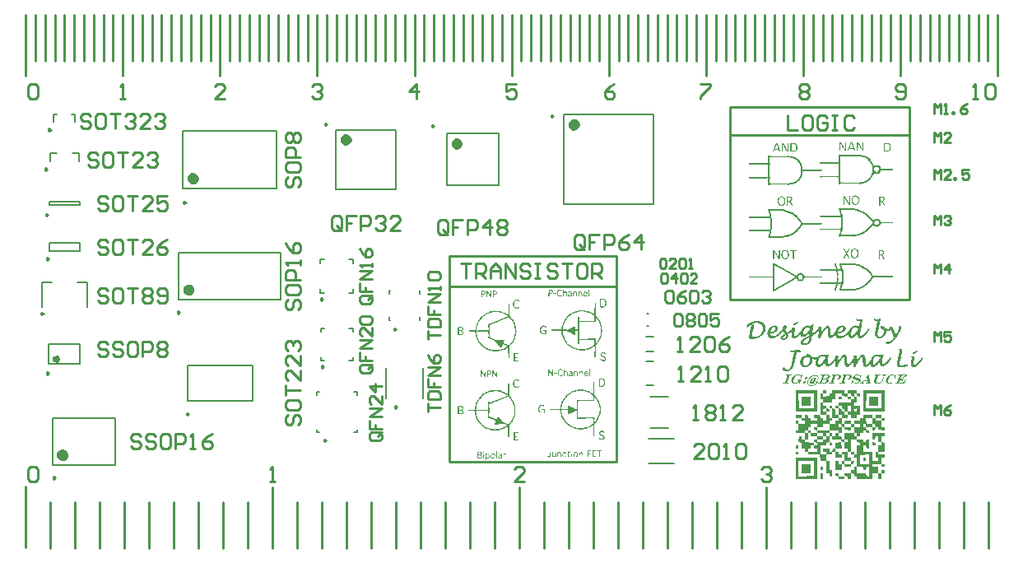
<source format=gto>
G04*
G04 #@! TF.GenerationSoftware,Altium Limited,Altium Designer,21.2.2 (38)*
G04*
G04 Layer_Color=65535*
%FSLAX25Y25*%
%MOIN*%
G70*
G04*
G04 #@! TF.SameCoordinates,8CE579DD-E24D-4BF9-88A6-D400C93C7681*
G04*
G04*
G04 #@! TF.FilePolarity,Positive*
G04*
G01*
G75*
%ADD10C,0.00984*%
%ADD11C,0.02362*%
%ADD12C,0.01575*%
%ADD13C,0.01000*%
%ADD14C,0.00787*%
G36*
X339248Y164490D02*
X339360D01*
Y161035D01*
X338914D01*
Y161146D01*
X338802D01*
Y161258D01*
X338691D01*
Y161481D01*
X338580D01*
Y161592D01*
X338357D01*
Y161704D01*
X338245D01*
Y161926D01*
X338134D01*
Y162038D01*
X338022D01*
Y162261D01*
X337911D01*
Y162372D01*
X337799D01*
Y162930D01*
X337688D01*
Y163041D01*
X337576D01*
Y163153D01*
X337465D01*
Y163375D01*
X337353D01*
Y163598D01*
X337242D01*
Y163710D01*
X337130D01*
Y163487D01*
X337019D01*
Y163041D01*
X337130D01*
Y162372D01*
X337019D01*
Y161481D01*
X337130D01*
Y161258D01*
X337019D01*
Y161035D01*
X336684D01*
Y164490D01*
X337242D01*
Y164379D01*
X337353D01*
Y164156D01*
X337465D01*
Y164044D01*
X337576D01*
Y163933D01*
Y163821D01*
X337688D01*
Y163710D01*
X337799D01*
Y163487D01*
X337911D01*
Y163264D01*
X338022D01*
Y163153D01*
X338134D01*
Y162930D01*
X338245D01*
Y162818D01*
X338357D01*
Y162707D01*
X338245D01*
Y162484D01*
X338357D01*
Y162372D01*
X338468D01*
Y162149D01*
X338580D01*
Y161926D01*
X338691D01*
Y161704D01*
X338914D01*
Y161926D01*
X339025D01*
Y162149D01*
X338914D01*
Y164490D01*
X339137D01*
Y164602D01*
X339248D01*
Y164490D01*
D02*
G37*
G36*
X308830Y164096D02*
X308941D01*
Y163985D01*
X309053D01*
Y163762D01*
X308941D01*
Y161644D01*
X309053D01*
Y161310D01*
X308941D01*
Y160641D01*
X308496D01*
Y160864D01*
X308384D01*
Y160975D01*
X308273D01*
Y161087D01*
X308161D01*
Y161198D01*
X308050D01*
Y161310D01*
X307938D01*
Y161421D01*
X307827D01*
Y161533D01*
X307715D01*
Y161756D01*
X307604D01*
Y161867D01*
X307492D01*
Y161979D01*
X307381D01*
Y162536D01*
X307269D01*
Y162647D01*
X307158D01*
Y162870D01*
X307047D01*
Y162982D01*
X306935D01*
Y163205D01*
X306824D01*
Y163316D01*
X306712D01*
Y160752D01*
X306601D01*
Y160641D01*
X306378D01*
Y160752D01*
X306266D01*
Y164096D01*
X306489D01*
Y164208D01*
X306712D01*
Y164096D01*
X306824D01*
Y163985D01*
X306935D01*
Y163874D01*
X307047D01*
Y163651D01*
X307158D01*
Y163428D01*
X307269D01*
Y163316D01*
X307381D01*
Y163093D01*
X307492D01*
Y162982D01*
X307604D01*
Y162759D01*
X307715D01*
Y162647D01*
X307827D01*
Y162536D01*
X307938D01*
Y161979D01*
X308050D01*
Y161867D01*
X308161D01*
Y161644D01*
X308273D01*
Y161533D01*
X308384D01*
Y161421D01*
X308607D01*
Y164096D01*
X308718D01*
Y164208D01*
X308830D01*
Y164096D01*
D02*
G37*
G36*
X334678Y164490D02*
X334901D01*
Y164156D01*
X335013D01*
Y163933D01*
X335124D01*
Y163710D01*
X335236D01*
Y163375D01*
X335347D01*
Y163153D01*
X335458D01*
Y162484D01*
X335570D01*
Y162261D01*
X335681D01*
Y161926D01*
X335793D01*
Y161704D01*
X335904D01*
Y161592D01*
X336016D01*
Y161369D01*
X336127D01*
Y161035D01*
X335793D01*
Y161146D01*
X335681D01*
Y161258D01*
X335570D01*
Y161481D01*
X335458D01*
Y161592D01*
X335347D01*
Y161704D01*
X335124D01*
Y161815D01*
X334790D01*
Y161704D01*
X334678D01*
Y161815D01*
X333786D01*
Y161704D01*
X333675D01*
Y161592D01*
X333452D01*
Y161369D01*
X333341D01*
Y161146D01*
X333229D01*
Y161035D01*
X333006D01*
Y161146D01*
X332895D01*
Y161258D01*
X333006D01*
Y161481D01*
X333118D01*
Y161592D01*
X333229D01*
Y161815D01*
X333341D01*
Y162149D01*
X333452D01*
Y162372D01*
X333563D01*
Y162930D01*
X333675D01*
Y163153D01*
X333786D01*
Y163487D01*
X333898D01*
Y163710D01*
X334009D01*
Y163933D01*
X334121D01*
Y164267D01*
X334232D01*
Y164490D01*
X334567D01*
Y164602D01*
X334678D01*
Y164490D01*
D02*
G37*
G36*
X329997D02*
X330220D01*
Y164379D01*
X330331D01*
Y164156D01*
X330442D01*
Y164044D01*
X330554D01*
Y163933D01*
X330665D01*
Y163710D01*
X330777D01*
Y163487D01*
X330888D01*
Y163375D01*
X331000D01*
Y163153D01*
X331111D01*
Y163041D01*
X331223D01*
Y162484D01*
X331334D01*
Y162372D01*
X331446D01*
Y162149D01*
X331557D01*
Y162038D01*
X331669D01*
Y161815D01*
X331780D01*
Y161704D01*
X331891D01*
Y161815D01*
X332003D01*
Y164490D01*
X332337D01*
Y161592D01*
Y161481D01*
Y161035D01*
X331891D01*
Y161146D01*
X331780D01*
Y161369D01*
X331669D01*
Y161481D01*
X331557D01*
Y161592D01*
X331334D01*
Y161704D01*
X331223D01*
Y161926D01*
X331111D01*
Y162038D01*
X331000D01*
Y162261D01*
X330888D01*
Y162484D01*
X330777D01*
Y162930D01*
X330665D01*
Y163041D01*
X330554D01*
Y163264D01*
X330442D01*
Y163487D01*
X330331D01*
Y163598D01*
X330108D01*
Y161146D01*
X329997D01*
Y161035D01*
X329662D01*
Y164490D01*
X329885D01*
Y164602D01*
X329997D01*
Y164490D01*
D02*
G37*
G36*
X349404Y164096D02*
X349738D01*
Y163985D01*
X349850D01*
Y163874D01*
X349961D01*
Y163762D01*
X350073D01*
Y163651D01*
X350184D01*
Y163316D01*
X350295D01*
Y163093D01*
X350407D01*
Y161533D01*
X350295D01*
Y161310D01*
X350184D01*
Y161198D01*
X349961D01*
Y161087D01*
X349850D01*
Y160975D01*
X349738D01*
Y160864D01*
X349627D01*
Y160752D01*
X349292D01*
Y160641D01*
X347620D01*
Y163874D01*
X347509D01*
Y163985D01*
X347620D01*
Y164096D01*
X347955D01*
Y164208D01*
X349404D01*
Y164096D01*
D02*
G37*
G36*
X311617D02*
X311840D01*
Y163985D01*
X311951D01*
Y163874D01*
X312063D01*
Y163762D01*
X312174D01*
Y163651D01*
X312285D01*
Y163428D01*
X312397D01*
Y163093D01*
X312508D01*
Y161421D01*
X312397D01*
Y161310D01*
X312285D01*
Y161198D01*
X312174D01*
Y161087D01*
X312063D01*
Y160975D01*
X311951D01*
Y160864D01*
X311728D01*
Y160752D01*
X311505D01*
Y160641D01*
X309833D01*
Y160752D01*
X309722D01*
Y162647D01*
Y162759D01*
Y164096D01*
X309945D01*
Y164208D01*
X311617D01*
Y164096D01*
D02*
G37*
G36*
X304260D02*
X304483D01*
Y163874D01*
X304594D01*
Y163651D01*
X304706D01*
Y163316D01*
X304817D01*
Y163093D01*
X304929D01*
Y162759D01*
X305040D01*
Y162425D01*
X305152D01*
Y161979D01*
X305263D01*
Y161533D01*
X305375D01*
Y161310D01*
X305486D01*
Y161198D01*
X305597D01*
Y161087D01*
X305709D01*
Y160641D01*
X305375D01*
Y160752D01*
X305263D01*
Y160975D01*
X305152D01*
Y161198D01*
X304929D01*
Y161310D01*
X304817D01*
Y161421D01*
X303925D01*
Y161310D01*
X303814D01*
Y161421D01*
X303480D01*
Y161310D01*
X303257D01*
Y161198D01*
X303145D01*
Y161087D01*
X303034D01*
Y160864D01*
X302922D01*
Y160752D01*
X302811D01*
Y160641D01*
X302588D01*
Y161087D01*
X302699D01*
Y161198D01*
X302811D01*
Y161421D01*
X302922D01*
Y161644D01*
X303034D01*
Y161867D01*
X303145D01*
Y162090D01*
Y162201D01*
Y162536D01*
X303257D01*
Y162647D01*
X303368D01*
Y162982D01*
X303480D01*
Y163205D01*
X303591D01*
Y163539D01*
X303702D01*
Y163874D01*
X303814D01*
Y163985D01*
X303925D01*
Y164096D01*
X304037D01*
Y164208D01*
X304260D01*
Y164096D01*
D02*
G37*
G36*
X338134Y159363D02*
X338245D01*
Y159251D01*
X338580D01*
Y159140D01*
X339137D01*
Y159251D01*
X339360D01*
Y159140D01*
X339583D01*
Y159028D01*
X339694D01*
Y158917D01*
X340029D01*
Y158805D01*
X340474D01*
Y158694D01*
X340809D01*
Y158582D01*
X340920D01*
Y158471D01*
X341032D01*
Y158360D01*
X341143D01*
Y158248D01*
X341255D01*
Y158137D01*
X341366D01*
Y158025D01*
X341478D01*
Y157914D01*
X341812D01*
Y157802D01*
X341923D01*
Y157691D01*
X342035D01*
Y157579D01*
X342146D01*
Y157356D01*
X342258D01*
Y156799D01*
X342369D01*
Y156687D01*
X342481D01*
Y156576D01*
X342592D01*
Y156465D01*
X342704D01*
Y156353D01*
X342815D01*
Y156242D01*
X342927D01*
Y155796D01*
X343038D01*
Y155684D01*
X343150D01*
Y155461D01*
X343261D01*
Y155238D01*
X343373D01*
Y155127D01*
X343484D01*
Y155016D01*
X343596D01*
Y154904D01*
X345825D01*
Y154793D01*
X345936D01*
Y154681D01*
X346048D01*
Y154570D01*
X346159D01*
Y154124D01*
X346271D01*
Y153901D01*
X346494D01*
Y153789D01*
X351175D01*
Y153678D01*
X351287D01*
Y153455D01*
X351175D01*
Y153232D01*
X351064D01*
Y153121D01*
X350841D01*
Y153232D01*
X347051D01*
Y153121D01*
X346828D01*
Y153232D01*
X346605D01*
Y153121D01*
X346382D01*
Y153009D01*
X346271D01*
Y152898D01*
X346159D01*
Y152340D01*
X346048D01*
Y152229D01*
X345936D01*
Y152006D01*
X345825D01*
Y151894D01*
X345713D01*
Y151783D01*
X345156D01*
Y151672D01*
X345044D01*
Y151560D01*
X344933D01*
Y151449D01*
X344599D01*
Y151560D01*
X344487D01*
Y151672D01*
X344264D01*
Y151783D01*
X344041D01*
Y151672D01*
X343930D01*
Y151783D01*
X343707D01*
Y151894D01*
X343484D01*
Y151449D01*
X343261D01*
Y151226D01*
X343150D01*
Y151003D01*
X343038D01*
Y150891D01*
X342927D01*
Y150445D01*
X342815D01*
Y150334D01*
X342704D01*
Y150223D01*
X342592D01*
Y150111D01*
X342481D01*
Y149999D01*
X342369D01*
Y149777D01*
X342258D01*
Y149665D01*
X342146D01*
Y149331D01*
X341923D01*
Y149219D01*
X341812D01*
Y149108D01*
X341701D01*
Y148996D01*
X341478D01*
Y148885D01*
X341366D01*
Y148773D01*
X341143D01*
Y148662D01*
X341032D01*
Y148439D01*
X340920D01*
Y148328D01*
X340697D01*
Y148216D01*
X340140D01*
Y148105D01*
X339917D01*
Y147993D01*
X339583D01*
Y147882D01*
X339471D01*
Y147770D01*
X338468D01*
Y147659D01*
X338134D01*
Y147547D01*
X337911D01*
Y147436D01*
X337688D01*
Y147547D01*
X337576D01*
Y147659D01*
X330108D01*
Y147547D01*
X329439D01*
Y147659D01*
X329328D01*
Y148328D01*
X329439D01*
Y149999D01*
X329328D01*
Y150223D01*
X329216D01*
Y150334D01*
X328882D01*
Y150223D01*
X328659D01*
Y150334D01*
X322194D01*
Y150223D01*
X321971D01*
Y150334D01*
X321748D01*
Y150557D01*
X321637D01*
Y150780D01*
X321748D01*
Y150891D01*
X329328D01*
Y151003D01*
X329439D01*
Y155684D01*
X329328D01*
Y155796D01*
X321748D01*
Y155907D01*
X321637D01*
Y156130D01*
X321748D01*
Y156353D01*
X321971D01*
Y156465D01*
X328993D01*
Y156353D01*
X329216D01*
Y156465D01*
X329328D01*
Y156576D01*
X329439D01*
Y158582D01*
X329328D01*
Y159251D01*
X329439D01*
Y159363D01*
X329551D01*
Y159474D01*
X329997D01*
Y159363D01*
X330220D01*
Y159251D01*
X330554D01*
Y159363D01*
X337242D01*
Y159251D01*
X337465D01*
Y159363D01*
X337576D01*
Y159474D01*
X338134D01*
Y159363D01*
D02*
G37*
G36*
X309164Y158969D02*
X309276D01*
Y158858D01*
X309833D01*
Y158746D01*
X310168D01*
Y158858D01*
X310279D01*
Y158746D01*
X310502D01*
Y158858D01*
X310725D01*
Y158746D01*
X310836D01*
Y158635D01*
X310948D01*
Y158523D01*
X311282D01*
Y158412D01*
X311617D01*
Y158300D01*
X312063D01*
Y158189D01*
X312174D01*
Y158077D01*
X312285D01*
Y157966D01*
X312397D01*
Y157854D01*
X312508D01*
Y157743D01*
X312731D01*
Y157631D01*
X312843D01*
Y157520D01*
X313177D01*
Y157408D01*
X313289D01*
Y157185D01*
X313400D01*
Y157074D01*
X313512D01*
Y156517D01*
X313623D01*
Y156405D01*
X313735D01*
Y156294D01*
X313846D01*
Y156182D01*
X313957D01*
Y156071D01*
X314069D01*
Y155959D01*
X314180D01*
Y155848D01*
X314292D01*
Y155068D01*
X314403D01*
Y154845D01*
X314515D01*
Y154733D01*
X314626D01*
Y153730D01*
X314738D01*
Y153507D01*
X314961D01*
Y153396D01*
X322540D01*
Y152950D01*
X322429D01*
Y152838D01*
X322317D01*
Y152727D01*
X315295D01*
Y152838D01*
X315072D01*
Y152727D01*
X314849D01*
Y152615D01*
X314738D01*
Y152504D01*
X314626D01*
Y151166D01*
X314515D01*
Y151055D01*
X314403D01*
Y150832D01*
X314292D01*
Y150163D01*
Y150052D01*
X314180D01*
Y149940D01*
X314069D01*
Y149829D01*
X313957D01*
Y149717D01*
X313846D01*
Y149606D01*
X313735D01*
Y149494D01*
X313623D01*
Y149383D01*
X313512D01*
Y149160D01*
X313400D01*
Y149048D01*
X313289D01*
Y148826D01*
X313177D01*
Y148714D01*
X312954D01*
Y148603D01*
X312731D01*
Y148491D01*
X312620D01*
Y148380D01*
X312508D01*
Y148268D01*
X312397D01*
Y148157D01*
X312285D01*
Y148045D01*
X312174D01*
Y147934D01*
X312063D01*
Y147822D01*
X311505D01*
Y147711D01*
X311282D01*
Y147599D01*
X310948D01*
Y147488D01*
X310836D01*
Y147377D01*
X309499D01*
Y147265D01*
X309276D01*
Y147153D01*
X309053D01*
Y147042D01*
X308830D01*
Y147153D01*
X308607D01*
Y147265D01*
X301473D01*
Y147153D01*
X301139D01*
Y147042D01*
X300804D01*
Y147153D01*
X300693D01*
Y149829D01*
X300470D01*
Y149940D01*
X300359D01*
Y149829D01*
X293113D01*
Y149940D01*
X293002D01*
Y150497D01*
X300693D01*
Y155291D01*
X300581D01*
Y155402D01*
X293002D01*
Y155959D01*
X293113D01*
Y156071D01*
X293336D01*
Y155959D01*
X293559D01*
Y156071D01*
X293671D01*
Y155959D01*
X293782D01*
Y156071D01*
X300359D01*
Y155959D01*
X300581D01*
Y156071D01*
X300693D01*
Y158969D01*
X300804D01*
Y159081D01*
X301250D01*
Y158969D01*
X301585D01*
Y158858D01*
X301919D01*
Y158969D01*
X302142D01*
Y158858D01*
X307938D01*
Y158969D01*
X308050D01*
Y158858D01*
X308496D01*
Y158969D01*
X308718D01*
Y159081D01*
X309164D01*
Y158969D01*
D02*
G37*
G36*
X333786Y142754D02*
X333898D01*
Y139187D01*
X333452D01*
Y139299D01*
X333341D01*
Y139522D01*
X333229D01*
Y139633D01*
X333118D01*
Y139856D01*
X333006D01*
Y139968D01*
X332895D01*
Y140190D01*
X332783D01*
Y140302D01*
X332672D01*
Y140525D01*
X332560D01*
Y140748D01*
X332449D01*
Y140859D01*
X332337D01*
Y141082D01*
X332226D01*
Y141194D01*
X332114D01*
Y141417D01*
X332003D01*
Y141639D01*
X331891D01*
Y141751D01*
X331669D01*
Y139299D01*
X331557D01*
Y139187D01*
X331223D01*
Y142754D01*
X331334D01*
Y142866D01*
X331557D01*
Y142754D01*
X331669D01*
Y142643D01*
X331780D01*
Y142531D01*
X331891D01*
Y142420D01*
X332003D01*
Y142197D01*
X332114D01*
Y142085D01*
X332226D01*
Y141862D01*
X332337D01*
Y141751D01*
Y141639D01*
X332449D01*
Y141528D01*
X332560D01*
Y141305D01*
X332672D01*
Y141194D01*
X332783D01*
Y140971D01*
X332895D01*
Y140748D01*
X333006D01*
Y140636D01*
X333118D01*
Y140413D01*
X333229D01*
Y140302D01*
X333341D01*
Y140190D01*
X333563D01*
Y142754D01*
X333675D01*
Y142866D01*
X333786D01*
Y142754D01*
D02*
G37*
G36*
X336239Y142866D02*
X336684D01*
Y142754D01*
X336796D01*
Y142643D01*
X337019D01*
Y142531D01*
X337130D01*
Y142420D01*
X337242D01*
Y142308D01*
X337353D01*
Y142085D01*
X337465D01*
Y141751D01*
X337576D01*
Y140190D01*
X337465D01*
Y139968D01*
X337353D01*
Y139745D01*
X337242D01*
Y139522D01*
X337130D01*
Y139410D01*
X336908D01*
Y139299D01*
X336796D01*
Y139187D01*
X336462D01*
Y139076D01*
X335681D01*
Y139187D01*
X335347D01*
Y139299D01*
X335236D01*
Y139410D01*
X335013D01*
Y139633D01*
X334901D01*
Y139745D01*
X334790D01*
Y139856D01*
X334678D01*
Y140413D01*
X334567D01*
Y141639D01*
X334678D01*
Y142085D01*
X334790D01*
Y142197D01*
X334901D01*
Y142420D01*
X335013D01*
Y142531D01*
X335124D01*
Y142643D01*
X335347D01*
Y142754D01*
X335458D01*
Y142866D01*
X335904D01*
Y142977D01*
X336239D01*
Y142866D01*
D02*
G37*
G36*
X347174Y142360D02*
X347397D01*
Y142249D01*
X347620D01*
Y142138D01*
X347732D01*
Y141915D01*
X347843D01*
Y141692D01*
X347955D01*
Y141246D01*
X347843D01*
Y141023D01*
X347732D01*
Y140800D01*
X347620D01*
Y140689D01*
X347509D01*
Y140577D01*
X347286D01*
Y140243D01*
X347397D01*
Y140131D01*
X347509D01*
Y139908D01*
X347620D01*
Y139797D01*
X347732D01*
Y139462D01*
X347843D01*
Y139351D01*
X347955D01*
Y139128D01*
X348066D01*
Y138794D01*
X347620D01*
Y139016D01*
X347509D01*
Y139239D01*
X347397D01*
Y139351D01*
X347286D01*
Y139685D01*
X347174D01*
Y139797D01*
X347063D01*
Y140020D01*
X346952D01*
Y140131D01*
X346840D01*
Y140243D01*
X346729D01*
Y140354D01*
X346171D01*
Y138794D01*
X345725D01*
Y142360D01*
X345837D01*
Y142472D01*
X347174D01*
Y142360D01*
D02*
G37*
G36*
X309722D02*
X309945D01*
Y142249D01*
X310168D01*
Y142138D01*
X310279D01*
Y142026D01*
X310390D01*
Y141803D01*
X310502D01*
Y141246D01*
X310390D01*
Y140911D01*
X310279D01*
Y140689D01*
X310056D01*
Y140577D01*
X309945D01*
Y140466D01*
X309833D01*
Y140243D01*
X309945D01*
Y140131D01*
X310056D01*
Y139908D01*
X310168D01*
Y139797D01*
X310279D01*
Y139574D01*
X310390D01*
Y139351D01*
X310502D01*
Y139128D01*
X310613D01*
Y139016D01*
X310725D01*
Y138905D01*
X310613D01*
Y138794D01*
X310279D01*
Y138905D01*
X310168D01*
Y139016D01*
X310056D01*
Y139239D01*
X309945D01*
Y139462D01*
X309833D01*
Y139685D01*
X309722D01*
Y139908D01*
X309610D01*
Y140020D01*
X309499D01*
Y140131D01*
X309387D01*
Y140243D01*
X309276D01*
Y140354D01*
X308830D01*
Y140243D01*
X308718D01*
Y138794D01*
X308273D01*
Y142360D01*
X308496D01*
Y142472D01*
X309722D01*
Y142360D01*
D02*
G37*
G36*
X306266Y142472D02*
X306712D01*
Y142360D01*
X306935D01*
Y142249D01*
X307047D01*
Y142138D01*
X307158D01*
Y142026D01*
X307269D01*
Y141915D01*
X307381D01*
Y141692D01*
X307492D01*
Y141469D01*
X307604D01*
Y141023D01*
X307715D01*
Y140800D01*
Y140689D01*
Y140131D01*
X307604D01*
Y139797D01*
X307492D01*
Y139462D01*
X307381D01*
Y139239D01*
X307269D01*
Y139128D01*
X307158D01*
Y139016D01*
X307047D01*
Y138905D01*
X306824D01*
Y138794D01*
X306601D01*
Y138682D01*
X305709D01*
Y138794D01*
X305375D01*
Y138905D01*
X305263D01*
Y139016D01*
X305152D01*
Y139128D01*
X305040D01*
Y139239D01*
X304929D01*
Y139351D01*
X304817D01*
Y139574D01*
X304706D01*
Y140020D01*
X304594D01*
Y141134D01*
X304706D01*
Y141580D01*
X304817D01*
Y141803D01*
X304929D01*
Y141915D01*
X305040D01*
Y142138D01*
X305152D01*
Y142249D01*
X305375D01*
Y142360D01*
X305597D01*
Y142472D01*
X306043D01*
Y142583D01*
X306266D01*
Y142472D01*
D02*
G37*
G36*
X335904Y137738D02*
X336016D01*
Y137627D01*
X336127D01*
Y137515D01*
X336462D01*
Y137404D01*
X336684D01*
Y137292D01*
X337130D01*
Y137181D01*
X337465D01*
Y137069D01*
X337688D01*
Y136958D01*
X337911D01*
Y136846D01*
X338134D01*
Y136735D01*
X338580D01*
Y136624D01*
X338691D01*
Y136512D01*
X339360D01*
Y136401D01*
X339471D01*
Y136289D01*
X339583D01*
Y136178D01*
X339694D01*
Y136066D01*
X339806D01*
Y135955D01*
X340029D01*
Y135843D01*
X340140D01*
Y135732D01*
X340251D01*
Y135620D01*
X340474D01*
Y135509D01*
X340586D01*
Y135397D01*
X340920D01*
Y135286D01*
X341032D01*
Y135175D01*
X341143D01*
Y135063D01*
X341255D01*
Y134951D01*
X341366D01*
Y134729D01*
X341478D01*
Y134617D01*
X341589D01*
Y134506D01*
X341701D01*
Y134394D01*
X341812D01*
Y134283D01*
X341923D01*
Y134171D01*
X342035D01*
Y134060D01*
X342146D01*
Y133948D01*
X342258D01*
Y133837D01*
X342481D01*
Y133725D01*
X342592D01*
Y133614D01*
X342704D01*
Y133280D01*
X342815D01*
Y133168D01*
X342927D01*
Y133057D01*
X343038D01*
Y132945D01*
X343373D01*
Y133057D01*
X343596D01*
Y133168D01*
X343818D01*
Y133280D01*
X344041D01*
Y133391D01*
X344153D01*
Y133502D01*
X345156D01*
Y133391D01*
X345490D01*
Y133280D01*
X345713D01*
Y133168D01*
X345825D01*
Y133057D01*
X345936D01*
Y132945D01*
X346048D01*
Y132834D01*
X346159D01*
Y132388D01*
X346271D01*
Y132276D01*
X346382D01*
Y132165D01*
X351175D01*
Y132053D01*
X351287D01*
Y131831D01*
X351175D01*
Y131607D01*
X346494D01*
Y131496D01*
X346382D01*
Y131385D01*
X346271D01*
Y131273D01*
X346159D01*
Y130939D01*
X346048D01*
Y130827D01*
X345936D01*
Y130716D01*
X345825D01*
Y130604D01*
X345713D01*
Y130493D01*
X345602D01*
Y130381D01*
X345156D01*
Y130270D01*
X344933D01*
Y130158D01*
X344822D01*
Y130047D01*
X344599D01*
Y130158D01*
X344487D01*
Y130270D01*
X344376D01*
Y130381D01*
X343818D01*
Y130493D01*
X343707D01*
Y130604D01*
X343596D01*
Y130716D01*
X343484D01*
Y130827D01*
X343373D01*
Y130939D01*
X343150D01*
Y130827D01*
X343038D01*
Y130716D01*
X342927D01*
Y130604D01*
X342815D01*
Y130381D01*
X342704D01*
Y130158D01*
X342592D01*
Y130047D01*
X342481D01*
Y129936D01*
X342369D01*
Y129824D01*
X342258D01*
Y129713D01*
X342035D01*
Y129601D01*
X341923D01*
Y129490D01*
X341812D01*
Y129378D01*
X341701D01*
Y129267D01*
X341589D01*
Y129155D01*
X341478D01*
Y129044D01*
X341366D01*
Y128821D01*
X341255D01*
Y128709D01*
X341143D01*
Y128598D01*
X341032D01*
Y128487D01*
X340920D01*
Y128375D01*
X340697D01*
Y128263D01*
X340474D01*
Y128152D01*
X340363D01*
Y128041D01*
X340140D01*
Y127929D01*
X340029D01*
Y127818D01*
X339917D01*
Y127706D01*
X339806D01*
Y127595D01*
X339694D01*
Y127483D01*
X339583D01*
Y127372D01*
X339248D01*
Y127260D01*
X339025D01*
Y127149D01*
X338468D01*
Y127037D01*
X338245D01*
Y126926D01*
X337911D01*
Y126814D01*
X337799D01*
Y126703D01*
X337688D01*
Y126592D01*
X336684D01*
Y126480D01*
X336350D01*
Y126369D01*
X336016D01*
Y126257D01*
X335793D01*
Y126146D01*
X335458D01*
Y126257D01*
X329997D01*
Y126146D01*
X329662D01*
Y126257D01*
X329439D01*
Y126369D01*
X329328D01*
Y126814D01*
X329439D01*
Y126926D01*
X329551D01*
Y127149D01*
X329662D01*
Y127595D01*
X329774D01*
Y127818D01*
X329885D01*
Y128487D01*
X329997D01*
Y128709D01*
X330108D01*
Y128821D01*
X329997D01*
Y128932D01*
X321860D01*
Y129044D01*
X321748D01*
Y129155D01*
X321637D01*
Y129378D01*
X321748D01*
Y129490D01*
X329997D01*
Y129601D01*
X330108D01*
Y129713D01*
X330220D01*
Y131162D01*
X330331D01*
Y132611D01*
X330220D01*
Y132945D01*
X330108D01*
Y133168D01*
X330220D01*
Y134060D01*
X330108D01*
Y134171D01*
X321860D01*
Y134283D01*
X321748D01*
Y134506D01*
X321637D01*
Y134729D01*
X321748D01*
Y134840D01*
X329997D01*
Y134951D01*
X330108D01*
Y135175D01*
X329997D01*
Y135286D01*
X329885D01*
Y136066D01*
X329774D01*
Y136289D01*
X329662D01*
Y136846D01*
X329551D01*
Y136958D01*
X329439D01*
Y137069D01*
X329328D01*
Y137738D01*
X329551D01*
Y137850D01*
X330108D01*
Y137738D01*
X335570D01*
Y137850D01*
X335904D01*
Y137738D01*
D02*
G37*
G36*
X307047Y137345D02*
X307158D01*
Y137233D01*
X307269D01*
Y137122D01*
X307604D01*
Y137010D01*
X307827D01*
Y136899D01*
X308273D01*
Y136787D01*
X308718D01*
Y136676D01*
X309053D01*
Y136564D01*
X309276D01*
Y136453D01*
X309387D01*
Y136341D01*
X309833D01*
Y136230D01*
X310056D01*
Y136118D01*
X310725D01*
Y136007D01*
X310836D01*
Y135895D01*
X310948D01*
Y135784D01*
X311059D01*
Y135672D01*
X311171D01*
Y135561D01*
X311282D01*
Y135450D01*
X311394D01*
Y135338D01*
X311617D01*
Y135227D01*
X311728D01*
Y135115D01*
X311951D01*
Y135004D01*
X312174D01*
Y134892D01*
X312285D01*
Y134781D01*
X312397D01*
Y134669D01*
X312508D01*
Y134446D01*
X312620D01*
Y134335D01*
X312731D01*
Y134223D01*
X312843D01*
Y134112D01*
X312954D01*
Y133889D01*
X313066D01*
Y133778D01*
X313177D01*
Y133666D01*
X313289D01*
Y133555D01*
X313400D01*
Y133443D01*
X313512D01*
Y133332D01*
X313623D01*
Y133220D01*
X313735D01*
Y133109D01*
X313846D01*
Y132886D01*
X313957D01*
Y132663D01*
X314069D01*
Y132551D01*
X314180D01*
Y132328D01*
X314292D01*
Y132217D01*
X314403D01*
Y132106D01*
X314515D01*
Y131994D01*
X314626D01*
Y131883D01*
X314738D01*
Y131771D01*
X322540D01*
Y131325D01*
X322429D01*
Y131214D01*
X314961D01*
Y131102D01*
X314738D01*
Y130991D01*
X314515D01*
Y130879D01*
X314403D01*
Y130768D01*
X314292D01*
Y130545D01*
X314180D01*
Y130434D01*
X314069D01*
Y130211D01*
X313957D01*
Y130099D01*
X313846D01*
Y129765D01*
X313735D01*
Y129653D01*
X313623D01*
Y129542D01*
X313512D01*
Y129430D01*
X313289D01*
Y129207D01*
X313177D01*
Y129096D01*
X313066D01*
Y128984D01*
X312954D01*
Y128873D01*
X312843D01*
Y128762D01*
X312731D01*
Y128650D01*
X312620D01*
Y128539D01*
X312508D01*
Y128204D01*
X312397D01*
Y128093D01*
X312174D01*
Y127981D01*
X312063D01*
Y127870D01*
X311728D01*
Y127758D01*
X311617D01*
Y127647D01*
X311505D01*
Y127535D01*
X311282D01*
Y127424D01*
X311171D01*
Y127313D01*
X311059D01*
Y127201D01*
X310948D01*
Y127090D01*
X310725D01*
Y126978D01*
X310613D01*
Y126867D01*
X310502D01*
Y126755D01*
X310279D01*
Y126867D01*
X310168D01*
Y126755D01*
X309722D01*
Y126644D01*
X309610D01*
Y126532D01*
X309276D01*
Y126421D01*
X309053D01*
Y126309D01*
X308941D01*
Y126198D01*
X307938D01*
Y126086D01*
X307604D01*
Y125975D01*
X307047D01*
Y125863D01*
X306935D01*
Y125752D01*
X306601D01*
Y125863D01*
X301250D01*
Y125752D01*
X300916D01*
Y125863D01*
X300804D01*
Y125975D01*
X300693D01*
Y126532D01*
X300804D01*
Y126755D01*
X300916D01*
Y126867D01*
X301027D01*
Y127313D01*
X301139D01*
Y127535D01*
X301250D01*
Y128427D01*
X301139D01*
Y128539D01*
X293113D01*
Y128650D01*
X293002D01*
Y129096D01*
X301362D01*
Y129207D01*
X301473D01*
Y129542D01*
X301585D01*
Y130099D01*
X301473D01*
Y130657D01*
X301585D01*
Y132217D01*
X301473D01*
Y132774D01*
X301585D01*
Y133555D01*
X301473D01*
Y133666D01*
X301362D01*
Y133778D01*
X293113D01*
Y133889D01*
X293002D01*
Y134446D01*
X301250D01*
Y135450D01*
X301139D01*
Y135672D01*
X301027D01*
Y136230D01*
X300916D01*
Y136453D01*
X300804D01*
Y136676D01*
X300693D01*
Y137345D01*
X300804D01*
Y137456D01*
X301250D01*
Y137345D01*
X306489D01*
Y137456D01*
X307047D01*
Y137345D01*
D02*
G37*
G36*
X333786Y120907D02*
X333675D01*
Y120684D01*
X333563D01*
Y120572D01*
X333452D01*
Y120349D01*
X333341D01*
Y120238D01*
X333229D01*
Y120015D01*
X333118D01*
Y119792D01*
X333006D01*
Y119681D01*
X332895D01*
Y119569D01*
X332783D01*
Y119346D01*
X332895D01*
Y119235D01*
X333006D01*
Y119012D01*
X333118D01*
Y118789D01*
X333229D01*
Y118677D01*
X333341D01*
Y118455D01*
X333452D01*
Y118232D01*
X333563D01*
Y118120D01*
X333675D01*
Y117897D01*
X333786D01*
Y117786D01*
X333898D01*
Y117674D01*
X333786D01*
Y117563D01*
X333452D01*
Y117674D01*
X333341D01*
Y117897D01*
X333229D01*
Y118009D01*
X333118D01*
Y118232D01*
X333006D01*
Y118343D01*
X332895D01*
Y118566D01*
X332783D01*
Y118789D01*
X332672D01*
Y118900D01*
X332449D01*
Y118789D01*
X332337D01*
Y118566D01*
X332226D01*
Y118455D01*
X332114D01*
Y118232D01*
X332003D01*
Y118120D01*
X331891D01*
Y117897D01*
X331780D01*
Y117786D01*
X331669D01*
Y117563D01*
X331223D01*
Y117786D01*
X331334D01*
Y117897D01*
X331446D01*
Y118120D01*
X331557D01*
Y118232D01*
X331669D01*
Y118455D01*
X331780D01*
Y118677D01*
X331891D01*
Y118789D01*
X332003D01*
Y119012D01*
X332114D01*
Y119123D01*
X332226D01*
Y119346D01*
X332337D01*
Y119458D01*
X332226D01*
Y119681D01*
X332114D01*
Y119792D01*
X332003D01*
Y120126D01*
X331891D01*
Y120238D01*
X331780D01*
Y120461D01*
X331669D01*
Y120572D01*
X331557D01*
Y120795D01*
X331446D01*
Y121018D01*
X331334D01*
Y121241D01*
X331669D01*
Y121130D01*
X331780D01*
Y121018D01*
X331891D01*
Y120907D01*
X332003D01*
Y120684D01*
X332114D01*
Y120461D01*
X332226D01*
Y120349D01*
X332337D01*
Y120126D01*
X332449D01*
Y120015D01*
X332560D01*
Y119904D01*
X332672D01*
Y120015D01*
X332783D01*
Y120238D01*
X332895D01*
Y120349D01*
X333006D01*
Y120572D01*
X333118D01*
Y120684D01*
X333229D01*
Y120907D01*
X333341D01*
Y121130D01*
X333452D01*
Y121241D01*
X333786D01*
Y120907D01*
D02*
G37*
G36*
X305375Y120736D02*
X305486D01*
Y117280D01*
X305375D01*
Y117169D01*
X305040D01*
Y117280D01*
X304929D01*
Y117392D01*
X304817D01*
Y117503D01*
X304706D01*
Y117726D01*
X304594D01*
Y117838D01*
X304483D01*
Y118061D01*
X304371D01*
Y118172D01*
X304260D01*
Y118395D01*
X304148D01*
Y118618D01*
X304037D01*
Y118730D01*
X303925D01*
Y118953D01*
X303814D01*
Y119064D01*
X303702D01*
Y119287D01*
X303591D01*
Y119398D01*
X303480D01*
Y119621D01*
X303368D01*
Y119844D01*
X303145D01*
Y117169D01*
X302811D01*
Y117280D01*
X302699D01*
Y120736D01*
X302811D01*
Y120847D01*
X303145D01*
Y120736D01*
X303257D01*
Y120624D01*
X303368D01*
Y120402D01*
X303480D01*
Y120290D01*
X303591D01*
Y120067D01*
X303702D01*
Y119844D01*
X303814D01*
Y119733D01*
X303925D01*
Y119510D01*
X304037D01*
Y119398D01*
X304148D01*
Y119175D01*
X304260D01*
Y119064D01*
X304371D01*
Y118841D01*
X304483D01*
Y118730D01*
X304594D01*
Y118507D01*
X304706D01*
Y118284D01*
X304817D01*
Y118172D01*
X304929D01*
Y118284D01*
X305040D01*
Y120847D01*
X305375D01*
Y120736D01*
D02*
G37*
G36*
X336016Y121241D02*
X336462D01*
Y121130D01*
X336573D01*
Y121018D01*
X336796D01*
Y120907D01*
X336908D01*
Y120795D01*
X337019D01*
Y120572D01*
X337130D01*
Y120349D01*
X337242D01*
Y120126D01*
X337353D01*
Y118677D01*
X337242D01*
Y118343D01*
X337130D01*
Y118120D01*
X337019D01*
Y118009D01*
X336908D01*
Y117897D01*
X336796D01*
Y117786D01*
X336684D01*
Y117674D01*
X336462D01*
Y117563D01*
X336239D01*
Y117451D01*
X335458D01*
Y117563D01*
X335124D01*
Y117674D01*
X335013D01*
Y117786D01*
X334790D01*
Y117897D01*
X334678D01*
Y118120D01*
X334567D01*
Y118232D01*
X334455D01*
Y118566D01*
X334344D01*
Y119123D01*
X334232D01*
Y119681D01*
X334344D01*
Y120126D01*
X334455D01*
Y120572D01*
X334567D01*
Y120684D01*
X334678D01*
Y120795D01*
X334790D01*
Y120907D01*
X334901D01*
Y121018D01*
X335013D01*
Y121130D01*
X335236D01*
Y121241D01*
X335681D01*
Y121353D01*
X336016D01*
Y121241D01*
D02*
G37*
G36*
X346952Y120736D02*
X347174D01*
Y120624D01*
X347397D01*
Y120513D01*
X347509D01*
Y120290D01*
X347620D01*
Y119398D01*
X347509D01*
Y119175D01*
X347397D01*
Y119064D01*
X347174D01*
Y118953D01*
X347063D01*
Y118618D01*
X347174D01*
Y118395D01*
X347286D01*
Y118284D01*
X347397D01*
Y118061D01*
X347509D01*
Y117838D01*
X347620D01*
Y117615D01*
X347732D01*
Y117392D01*
X347843D01*
Y117169D01*
X347397D01*
Y117280D01*
X347286D01*
Y117503D01*
X347174D01*
Y117726D01*
X347063D01*
Y117949D01*
X346952D01*
Y118172D01*
X346840D01*
Y118284D01*
X346729D01*
Y118507D01*
X346617D01*
Y118618D01*
X346506D01*
Y118730D01*
X345948D01*
Y117949D01*
Y117838D01*
Y117280D01*
X345837D01*
Y117169D01*
X345502D01*
Y120736D01*
X345614D01*
Y120847D01*
X346952D01*
Y120736D01*
D02*
G37*
G36*
X312397Y120513D02*
X311282D01*
Y120402D01*
X311171D01*
Y117169D01*
X310836D01*
Y117280D01*
X310725D01*
Y120402D01*
X310613D01*
Y120513D01*
X309610D01*
Y120624D01*
X309499D01*
Y120736D01*
X309610D01*
Y120847D01*
X312397D01*
Y120513D01*
D02*
G37*
G36*
X307715Y120847D02*
X308273D01*
Y120736D01*
X308384D01*
Y120624D01*
X308607D01*
Y120513D01*
X308718D01*
Y120290D01*
X308830D01*
Y120179D01*
X308941D01*
Y119844D01*
X309053D01*
Y119510D01*
X309164D01*
Y118507D01*
X309053D01*
Y118395D01*
Y118061D01*
X308941D01*
Y117726D01*
X308830D01*
Y117615D01*
X308718D01*
Y117503D01*
X308607D01*
Y117392D01*
X308496D01*
Y117280D01*
X308273D01*
Y117169D01*
X308050D01*
Y117058D01*
X307158D01*
Y117169D01*
X306935D01*
Y117280D01*
X306712D01*
Y117392D01*
X306601D01*
Y117503D01*
X306489D01*
Y117615D01*
X306378D01*
Y117838D01*
X306266D01*
Y118061D01*
X306155D01*
Y118395D01*
X306043D01*
Y119510D01*
X306155D01*
Y119844D01*
X306266D01*
Y120179D01*
X306378D01*
Y120290D01*
X306489D01*
Y120402D01*
X306601D01*
Y120513D01*
X306712D01*
Y120624D01*
X306824D01*
Y120736D01*
X307047D01*
Y120847D01*
X307492D01*
Y120959D01*
X307715D01*
Y120847D01*
D02*
G37*
G36*
X335793Y115445D02*
X336016D01*
Y115333D01*
X336350D01*
Y115222D01*
X336684D01*
Y115111D01*
X337688D01*
Y114999D01*
X337799D01*
Y114888D01*
X337911D01*
Y114776D01*
X338134D01*
Y114665D01*
X338245D01*
Y114553D01*
X338580D01*
Y114442D01*
X338691D01*
Y114330D01*
X339137D01*
Y114219D01*
X339360D01*
Y114107D01*
X339471D01*
Y113996D01*
X339694D01*
Y113884D01*
X339806D01*
Y113773D01*
X340029D01*
Y113661D01*
X340140D01*
Y113550D01*
X340363D01*
Y113438D01*
X340697D01*
Y113327D01*
X340809D01*
Y113216D01*
X341032D01*
Y113104D01*
X341143D01*
Y112993D01*
X341255D01*
Y112881D01*
X341366D01*
Y112658D01*
X341589D01*
Y112435D01*
X341701D01*
Y112324D01*
X341812D01*
Y112212D01*
X342035D01*
Y112101D01*
X342146D01*
Y111989D01*
X342258D01*
Y111878D01*
X342369D01*
Y111767D01*
X342481D01*
Y111544D01*
X342592D01*
Y111321D01*
X342704D01*
Y110986D01*
X342815D01*
Y110875D01*
X342927D01*
Y110652D01*
X343038D01*
Y110540D01*
X343150D01*
Y110429D01*
X343261D01*
Y110317D01*
X351175D01*
Y110094D01*
X351287D01*
Y109872D01*
X351175D01*
Y109760D01*
X343261D01*
Y109649D01*
X343150D01*
Y109537D01*
X343038D01*
Y109426D01*
X342927D01*
Y109203D01*
X342815D01*
Y109091D01*
X342704D01*
Y108868D01*
X342592D01*
Y108534D01*
X342481D01*
Y108311D01*
X342369D01*
Y108200D01*
X342258D01*
Y108088D01*
X342146D01*
Y107977D01*
X341923D01*
Y107865D01*
X341812D01*
Y107754D01*
X341701D01*
Y107642D01*
X341589D01*
Y107531D01*
X341478D01*
Y107419D01*
X341366D01*
Y107196D01*
X341255D01*
Y107085D01*
X341143D01*
Y106973D01*
X341032D01*
Y106862D01*
X340920D01*
Y106751D01*
X340697D01*
Y106639D01*
X340474D01*
Y106528D01*
X340251D01*
Y106416D01*
X340140D01*
Y106305D01*
X340029D01*
Y106193D01*
X339806D01*
Y106082D01*
X339694D01*
Y105859D01*
X339471D01*
Y105747D01*
X339248D01*
Y105636D01*
X339025D01*
Y105524D01*
X338691D01*
Y105413D01*
X338468D01*
Y105301D01*
X338245D01*
Y105190D01*
X338022D01*
Y105078D01*
X337911D01*
Y104967D01*
X337688D01*
Y104856D01*
X337576D01*
Y104744D01*
X336684D01*
Y104633D01*
X336239D01*
Y104521D01*
X336016D01*
Y104410D01*
X329662D01*
Y104521D01*
X329551D01*
Y105078D01*
X329662D01*
Y105190D01*
X329774D01*
Y105301D01*
X329885D01*
Y105747D01*
X329997D01*
Y105970D01*
X330108D01*
Y106751D01*
X330220D01*
Y106862D01*
X330331D01*
Y106973D01*
X330220D01*
Y107085D01*
X329105D01*
Y106973D01*
X328993D01*
Y106416D01*
X328882D01*
Y106305D01*
X328770D01*
Y105970D01*
X328659D01*
Y105747D01*
X328548D01*
Y105301D01*
X328436D01*
Y104967D01*
X328325D01*
Y104744D01*
X328213D01*
Y104410D01*
X327767D01*
Y104521D01*
X327656D01*
Y104967D01*
X327767D01*
Y105301D01*
X327879D01*
Y105524D01*
X327990D01*
Y105970D01*
X328102D01*
Y106305D01*
X328213D01*
Y106751D01*
X328325D01*
Y106862D01*
X328213D01*
Y107085D01*
X321748D01*
Y107196D01*
X321637D01*
Y107419D01*
X321748D01*
Y107642D01*
X328102D01*
Y107754D01*
X328325D01*
Y107865D01*
X328436D01*
Y108088D01*
X328548D01*
Y111878D01*
X328436D01*
Y112212D01*
X328325D01*
Y112324D01*
X328213D01*
Y112435D01*
X321748D01*
Y112547D01*
X321637D01*
Y112770D01*
X321748D01*
Y112881D01*
X321860D01*
Y112993D01*
X328213D01*
Y113661D01*
X328102D01*
Y113884D01*
X327990D01*
Y114330D01*
X327879D01*
Y114553D01*
X327767D01*
Y114999D01*
X327656D01*
Y115333D01*
X327879D01*
Y115445D01*
X328213D01*
Y115111D01*
X328325D01*
Y114888D01*
X328436D01*
Y114553D01*
X328548D01*
Y114107D01*
X328659D01*
Y113884D01*
X328770D01*
Y113550D01*
X328882D01*
Y113438D01*
X328993D01*
Y113327D01*
X329105D01*
Y112993D01*
X330108D01*
Y113884D01*
X329997D01*
Y114107D01*
X329885D01*
Y114553D01*
X329774D01*
Y114665D01*
X329662D01*
Y114999D01*
X329551D01*
Y115222D01*
X329662D01*
Y115445D01*
X329885D01*
Y115556D01*
X330220D01*
Y115445D01*
X335458D01*
Y115556D01*
X335793D01*
Y115445D01*
D02*
G37*
G36*
X303368Y115274D02*
X303591D01*
Y115163D01*
X303814D01*
Y115051D01*
X303925D01*
Y114940D01*
X304148D01*
Y114828D01*
X304371D01*
Y114717D01*
X304594D01*
Y114605D01*
X304706D01*
Y114494D01*
X304929D01*
Y114382D01*
X305152D01*
Y114271D01*
X305263D01*
Y114159D01*
X305597D01*
Y114048D01*
X305709D01*
Y113936D01*
X305932D01*
Y113825D01*
X306155D01*
Y113714D01*
X306266D01*
Y113602D01*
X306601D01*
Y113491D01*
X306712D01*
Y113379D01*
X306935D01*
Y113268D01*
X307158D01*
Y113156D01*
X307381D01*
Y113045D01*
X307604D01*
Y112933D01*
X307715D01*
Y112822D01*
X307938D01*
Y112710D01*
X308161D01*
Y112599D01*
X308384D01*
Y112487D01*
X308607D01*
Y112376D01*
X308718D01*
Y112265D01*
X308941D01*
Y112153D01*
X309164D01*
Y112042D01*
X309387D01*
Y111930D01*
X309499D01*
Y111819D01*
X309722D01*
Y111707D01*
X309945D01*
Y111596D01*
X310056D01*
Y111484D01*
X310390D01*
Y111373D01*
X310502D01*
Y111261D01*
X310725D01*
Y111150D01*
X310948D01*
Y111038D01*
X311059D01*
Y110927D01*
X311394D01*
Y110816D01*
X311505D01*
Y110704D01*
X311728D01*
Y110592D01*
X311951D01*
Y110481D01*
X312174D01*
Y110592D01*
X312285D01*
Y110704D01*
X312397D01*
Y110816D01*
X312508D01*
Y110927D01*
X312620D01*
Y111038D01*
X312731D01*
Y111150D01*
X312843D01*
Y111261D01*
X312954D01*
Y111373D01*
X313066D01*
Y111484D01*
X313735D01*
Y111596D01*
X313957D01*
Y111484D01*
X314515D01*
Y111373D01*
X314626D01*
Y111261D01*
X314738D01*
Y111150D01*
X314849D01*
Y111038D01*
X314961D01*
Y110927D01*
X315072D01*
Y110816D01*
X315184D01*
Y110704D01*
X315295D01*
Y110592D01*
X315406D01*
Y110258D01*
X315518D01*
Y110147D01*
X322429D01*
Y110035D01*
X322540D01*
Y109701D01*
X322429D01*
Y109589D01*
X315518D01*
Y109478D01*
X315406D01*
Y109143D01*
X315295D01*
Y109032D01*
X315184D01*
Y108921D01*
X315072D01*
Y108698D01*
X314961D01*
Y108586D01*
X314849D01*
Y108252D01*
X314738D01*
Y108140D01*
X314515D01*
Y108029D01*
X314403D01*
Y108140D01*
X314292D01*
Y108252D01*
X314069D01*
Y108140D01*
X313623D01*
Y108252D01*
X313400D01*
Y108140D01*
X313177D01*
Y108029D01*
X313066D01*
Y108140D01*
X312954D01*
Y108252D01*
X312843D01*
Y108363D01*
X312731D01*
Y108698D01*
X312620D01*
Y108809D01*
X312508D01*
Y109032D01*
X312397D01*
Y109143D01*
X312174D01*
Y109255D01*
X311951D01*
Y109143D01*
X311728D01*
Y109032D01*
X311617D01*
Y108921D01*
X311394D01*
Y108809D01*
X311171D01*
Y108698D01*
X311059D01*
Y108586D01*
X310836D01*
Y108475D01*
X310613D01*
Y108363D01*
X310390D01*
Y108252D01*
X310279D01*
Y108140D01*
X310056D01*
Y108029D01*
X309833D01*
Y107917D01*
X309722D01*
Y107806D01*
X309499D01*
Y107694D01*
X309276D01*
Y107583D01*
X309164D01*
Y107472D01*
X308830D01*
Y107360D01*
X308718D01*
Y107248D01*
X308496D01*
Y107137D01*
X308384D01*
Y107026D01*
X308161D01*
Y106914D01*
X307938D01*
Y106803D01*
X307827D01*
Y106691D01*
X307492D01*
Y106580D01*
X307381D01*
Y106468D01*
X307158D01*
Y106357D01*
X306935D01*
Y106245D01*
X306824D01*
Y106134D01*
X306601D01*
Y106022D01*
X306489D01*
Y105911D01*
X306155D01*
Y105799D01*
X306043D01*
Y105688D01*
X305820D01*
Y105577D01*
X305597D01*
Y105465D01*
X305486D01*
Y105354D01*
X305263D01*
Y105242D01*
X305040D01*
Y105131D01*
X304817D01*
Y105019D01*
X304706D01*
Y104908D01*
X304483D01*
Y104796D01*
X304260D01*
Y104685D01*
X304148D01*
Y104573D01*
X303925D01*
Y104462D01*
X303702D01*
Y104350D01*
X303480D01*
Y104239D01*
X303368D01*
Y104016D01*
X302699D01*
Y104128D01*
X302588D01*
Y104573D01*
X302699D01*
Y109366D01*
X302588D01*
Y109478D01*
X302476D01*
Y109589D01*
X293002D01*
Y110147D01*
X302588D01*
Y110258D01*
X302699D01*
Y114940D01*
X302588D01*
Y115386D01*
X302699D01*
Y115497D01*
X303368D01*
Y115274D01*
D02*
G37*
G36*
X216656Y104823D02*
X217030Y104619D01*
X217148Y104500D01*
X217182Y104365D01*
X217148Y104263D01*
X217063Y104212D01*
X216911Y104297D01*
X216877Y104365D01*
X216758Y104483D01*
X216690Y104517D01*
X216453Y104619D01*
X216215Y104585D01*
X215842Y104382D01*
X215655Y104059D01*
X215587Y103788D01*
X215553Y103346D01*
X215587Y103007D01*
X215621Y102871D01*
X215706Y102650D01*
X215757Y102600D01*
X215791Y102532D01*
X215909Y102379D01*
X216351Y102243D01*
X216622Y102277D01*
X216860Y102447D01*
X216911Y102498D01*
X216945Y102566D01*
X217080Y102600D01*
X217182Y102532D01*
X217148Y102362D01*
X216996Y102175D01*
X216588Y101971D01*
X216554D01*
X216079Y102006D01*
X215638Y102243D01*
X215417Y102464D01*
X215298Y102786D01*
X215214Y103075D01*
X215248Y103957D01*
X215383Y104263D01*
X215485Y104432D01*
X215706Y104653D01*
X216028Y104772D01*
X216249Y104857D01*
X216656Y104823D01*
D02*
G37*
G36*
X223004Y104008D02*
X223190Y103855D01*
X223258Y103788D01*
X223360Y103448D01*
X223326Y102158D01*
X223275Y102107D01*
X223106Y102141D01*
X223055Y102192D01*
X223021Y102396D01*
X223055Y102498D01*
X223021Y103516D01*
X222868Y103703D01*
X222800Y103771D01*
X222597Y103805D01*
X222495Y103771D01*
X222427Y103737D01*
X222325Y103635D01*
X222257Y103601D01*
X222172Y103516D01*
X222070Y103143D01*
Y102260D01*
Y102226D01*
X221986Y102107D01*
X221816Y102141D01*
X221765Y102294D01*
X221799Y103957D01*
X221850Y104008D01*
X222019Y103974D01*
X222070Y103923D01*
X222087Y103872D01*
X222172Y103855D01*
X222342Y103923D01*
X222427Y104008D01*
X222664Y104042D01*
X223004Y104008D01*
D02*
G37*
G36*
X225108D02*
X225295Y103855D01*
X225397Y103754D01*
X225448Y103533D01*
X225465Y102192D01*
X225380Y102107D01*
X225210Y102141D01*
X225159Y102192D01*
X225125Y103550D01*
X224905Y103771D01*
X224769Y103805D01*
X224582Y103754D01*
X224429Y103635D01*
X224362Y103601D01*
X224311Y103550D01*
X224243Y103380D01*
X224175Y103143D01*
X224141Y102158D01*
X224090Y102107D01*
X223937Y102124D01*
X223869Y102294D01*
X223886Y102549D01*
X223869Y103244D01*
X223903Y103346D01*
X223886Y103906D01*
X223920Y103974D01*
X224056Y104008D01*
X224175Y103923D01*
X224209Y103855D01*
X224294Y103839D01*
X224497Y103974D01*
X224531D01*
X224701Y104042D01*
X225108Y104008D01*
D02*
G37*
G36*
X214891Y103363D02*
X214942Y103312D01*
X214976Y103176D01*
X214874Y103007D01*
X213805Y102990D01*
X213720Y103075D01*
X213686Y103210D01*
X213788Y103380D01*
X213805Y103397D01*
X213839D01*
X214586Y103363D01*
X214687Y103397D01*
X214891Y103363D01*
D02*
G37*
G36*
X227111Y104008D02*
X227298Y103855D01*
X227467Y103686D01*
X227535Y103448D01*
X227552Y103126D01*
X227450Y103024D01*
X227213Y102990D01*
X226381Y103007D01*
X226262Y102956D01*
X226212Y102803D01*
X226245Y102667D01*
X226415Y102430D01*
X226466Y102379D01*
X226704Y102311D01*
X226839Y102277D01*
X227009Y102311D01*
X227247Y102481D01*
X227417Y102549D01*
X227484Y102515D01*
X227535Y102464D01*
X227502Y102328D01*
X227349Y102175D01*
X227111Y102073D01*
X226873Y102006D01*
X226534Y102039D01*
X226228Y102209D01*
X226059Y102413D01*
X225974Y102633D01*
X225906Y102803D01*
X225872Y103041D01*
X225906Y103143D01*
X225940Y103346D01*
X225957Y103363D01*
X225974Y103380D01*
X226025Y103567D01*
X226144Y103754D01*
X226296Y103906D01*
X226364Y103940D01*
X226602Y104042D01*
X227111Y104008D01*
D02*
G37*
G36*
X188618Y104314D02*
X188669Y104161D01*
X188635Y101717D01*
X188482Y101666D01*
X188347Y101700D01*
X188262Y101785D01*
X188160Y101954D01*
X188092Y102022D01*
X187956Y102260D01*
X187888Y102328D01*
X187719Y102633D01*
X187549Y102905D01*
X187515Y102973D01*
X187447Y103041D01*
X187311Y103278D01*
X187243Y103346D01*
X187108Y103584D01*
X187023Y103601D01*
X186972Y103448D01*
X186938Y101717D01*
X186819Y101666D01*
X186666Y101785D01*
X186683Y103906D01*
X186666Y104127D01*
X186768Y104297D01*
X186819Y104348D01*
X186955Y104314D01*
X187142Y104161D01*
X187277Y103923D01*
X187413Y103720D01*
X187447Y103652D01*
X187515Y103584D01*
X187549Y103516D01*
X187685Y103278D01*
X187752Y103210D01*
X187922Y102905D01*
X187939Y102888D01*
X188024Y102735D01*
X188058Y102667D01*
X188177Y102549D01*
X188245Y102515D01*
X188313Y102413D01*
X188397Y102430D01*
X188431Y104297D01*
X188482Y104348D01*
X188618Y104314D01*
D02*
G37*
G36*
X220865Y104008D02*
X221052Y103855D01*
X221154Y103754D01*
X221188Y103516D01*
X221205Y102175D01*
X221137Y102107D01*
X220933Y102141D01*
X220797Y102277D01*
X220729Y102243D01*
X220628Y102141D01*
X220492Y102107D01*
X220424Y102073D01*
X220254Y102006D01*
X220085Y102039D01*
X219966Y102090D01*
X219949Y102107D01*
X219762Y102294D01*
X219694Y102464D01*
X219728Y102701D01*
X219949Y102990D01*
X220322Y103160D01*
X220458Y103193D01*
X220814Y103244D01*
X220882Y103414D01*
X220848Y103652D01*
X220763Y103771D01*
X220526Y103839D01*
X220254Y103805D01*
X220102Y103686D01*
X220068Y103618D01*
X220017Y103533D01*
X219915Y103499D01*
X219830Y103550D01*
X219796Y103686D01*
X219898Y103855D01*
X220017Y103940D01*
X220254Y104042D01*
X220865Y104008D01*
D02*
G37*
G36*
X217912Y104823D02*
X217929Y104806D01*
X217963Y104704D01*
X217946Y103974D01*
X217997Y103855D01*
X218048Y103805D01*
X218116Y103839D01*
X218252Y103974D01*
X218489Y104042D01*
X218897Y104008D01*
X219083Y103855D01*
X219185Y103754D01*
X219219Y103618D01*
X219253Y103278D01*
X219219Y102158D01*
X219168Y102107D01*
X218998Y102141D01*
X218947Y102294D01*
X218914Y103482D01*
X218693Y103771D01*
X218557Y103805D01*
X218370Y103754D01*
X218184Y103635D01*
X218065Y103516D01*
X217963Y103278D01*
X217929Y102158D01*
X217844Y102073D01*
X217776Y102107D01*
X217691Y102192D01*
X217658Y102328D01*
X217674Y103737D01*
X217658Y104466D01*
X217691Y104534D01*
X217658Y104636D01*
X217691Y104806D01*
X217742Y104857D01*
X217912Y104823D01*
D02*
G37*
G36*
X212243Y104721D02*
X213092Y104687D01*
X213262Y104585D01*
X213415Y104432D01*
X213482Y104263D01*
X213516Y103923D01*
X213482Y103822D01*
X213432Y103635D01*
X213381Y103584D01*
X213347Y103516D01*
X213092Y103261D01*
X212922Y103193D01*
X212243Y103126D01*
X212159Y103041D01*
Y102498D01*
Y102464D01*
X212125Y102192D01*
X212006Y102073D01*
X211870Y102107D01*
X211785Y102192D01*
X211819Y104670D01*
X211870Y104721D01*
X212006Y104755D01*
X212243Y104721D01*
D02*
G37*
G36*
X228333Y104789D02*
X228350Y102022D01*
X228299Y101938D01*
X228163Y101904D01*
X227977Y101954D01*
X227943Y102056D01*
Y103652D01*
Y103686D01*
X227977Y104840D01*
X228163Y104891D01*
X228333Y104789D01*
D02*
G37*
G36*
X190417Y104314D02*
X190774Y104127D01*
Y104093D01*
X190790Y104076D01*
X190943Y103822D01*
X190909Y103346D01*
X190841Y103278D01*
X190807Y103143D01*
X190655Y102956D01*
X190587Y102922D01*
X190519Y102854D01*
X190451Y102820D01*
X190281Y102752D01*
X190044Y102718D01*
X189636Y102684D01*
X189552Y102600D01*
X189535Y101734D01*
X189399Y101700D01*
X189263Y101734D01*
X189212Y101921D01*
X189246Y102022D01*
X189280Y104263D01*
X189331Y104314D01*
X189467Y104348D01*
X190417Y104314D01*
D02*
G37*
G36*
X185733D02*
X185970Y104212D01*
X186038Y104178D01*
X186123Y104093D01*
X186157Y104025D01*
X186259Y103788D01*
X186225Y103312D01*
X186089Y103075D01*
X185936Y102922D01*
X185869Y102888D01*
X185665Y102752D01*
X185224Y102718D01*
X185020D01*
X184901Y102667D01*
X184867Y102532D01*
X184884Y101802D01*
X184816Y101700D01*
X184714Y101666D01*
X184562Y101785D01*
X184596Y104229D01*
X184714Y104348D01*
X185733Y104314D01*
D02*
G37*
G36*
X199277Y100682D02*
X199446Y100614D01*
X199582Y100580D01*
X199701Y100495D01*
X199735Y100427D01*
X199905Y100257D01*
X199939Y100054D01*
X199854Y99935D01*
X199616Y99969D01*
X199446Y100240D01*
X199379Y100308D01*
X199311Y100342D01*
X199141Y100410D01*
X198598Y100376D01*
X198394Y100240D01*
X198326Y100206D01*
X198241Y100155D01*
X198140Y99986D01*
X198072Y99918D01*
X198004Y99748D01*
X197970Y99511D01*
X197902Y99341D01*
X197868Y99205D01*
X197902Y98492D01*
X197970Y98322D01*
X198004Y98187D01*
X198055Y98000D01*
X198089Y97932D01*
X198106Y97915D01*
X198173Y97847D01*
X198207Y97779D01*
X198292Y97661D01*
X198513Y97576D01*
X198564Y97525D01*
X198801Y97457D01*
X199209Y97491D01*
X199446Y97627D01*
X199531Y97711D01*
X199616Y97898D01*
X199752Y97932D01*
X199888Y97898D01*
X199939Y97745D01*
X199803Y97508D01*
X199412Y97118D01*
X199141Y97050D01*
X198530Y97083D01*
X198106Y97406D01*
X197902Y97542D01*
X197834Y97610D01*
X197800Y97677D01*
X197664Y97813D01*
X197596Y98051D01*
X197546Y98272D01*
X197461Y98458D01*
X197427Y98900D01*
X197461Y99443D01*
X197562Y99680D01*
X197596Y99816D01*
X197647Y100003D01*
X197919Y100342D01*
X197987Y100410D01*
X198055Y100444D01*
X198156Y100546D01*
X198292Y100580D01*
X198632Y100682D01*
X198767Y100716D01*
X199277Y100682D01*
D02*
G37*
G36*
X234070Y101021D02*
X234172Y100987D01*
X234307Y100953D01*
X234647Y100817D01*
X234766Y100699D01*
X234783Y100648D01*
X234850Y100614D01*
X234901Y100563D01*
X235105Y100223D01*
X235139Y100088D01*
X235173Y99850D01*
X235241Y99578D01*
X235207Y98934D01*
X235173Y98832D01*
X235139Y98560D01*
X235037Y98390D01*
X234901Y98187D01*
X234867Y98119D01*
X234766Y98051D01*
X234732Y97983D01*
X234647Y97898D01*
X234002Y97593D01*
X233866Y97559D01*
X233187D01*
X232678Y97593D01*
X232627Y97745D01*
X232661Y101004D01*
X232814Y101055D01*
X234070Y101021D01*
D02*
G37*
G36*
X230811Y99494D02*
X230862Y99443D01*
X230896Y99205D01*
X230930Y94181D01*
X231049Y94063D01*
X231218Y93961D01*
X231252Y93893D01*
X231303Y93876D01*
X231337Y93808D01*
X231473Y93672D01*
X231507Y93604D01*
X231660Y93384D01*
X231711Y93367D01*
X231745Y93299D01*
X231914Y93129D01*
X231948Y93061D01*
X232101Y92874D01*
X232339Y92739D01*
X232389Y92688D01*
X232474Y92331D01*
X232627Y91975D01*
X232661Y91907D01*
X232729Y91839D01*
X232814Y91619D01*
X233034Y91398D01*
X233068Y90889D01*
X233102Y90787D01*
X233204Y90447D01*
X233255Y90125D01*
X233306Y90006D01*
X233408Y89904D01*
X233442Y89565D01*
X233408Y89225D01*
X233459Y88597D01*
X233527Y88428D01*
X233577Y88275D01*
X233544Y88071D01*
X233442Y87834D01*
X233408Y87053D01*
X233442Y86951D01*
X233408Y86578D01*
X233272Y86442D01*
X233238Y86306D01*
X233153Y85950D01*
X233085Y85780D01*
X233051Y85441D01*
X233017Y85305D01*
X232848Y85101D01*
X232695Y84779D01*
X232423Y84168D01*
X232372Y83981D01*
X232271Y83879D01*
X232203Y83845D01*
X232152Y83794D01*
X232118Y83726D01*
X231948Y83557D01*
X231846Y83387D01*
X231745Y83285D01*
X231643Y83115D01*
X231575Y83047D01*
X231507Y82878D01*
X231473Y82810D01*
X231388Y82691D01*
X231320Y82657D01*
X231151Y82487D01*
X231032Y82437D01*
X231015Y82420D01*
X230896Y82301D01*
X230862Y77447D01*
X230777Y77362D01*
X230539Y77396D01*
X230489Y77447D01*
X230455Y77684D01*
X230472Y81639D01*
X230387Y81758D01*
X230268Y81775D01*
X229691Y81469D01*
X229623Y81401D01*
X229453Y81333D01*
X229267Y81181D01*
X229131Y81045D01*
X229114Y80994D01*
X228842Y80926D01*
X228571Y80892D01*
X228367Y80756D01*
X228079Y80705D01*
X227824Y80519D01*
X227484Y80485D01*
X227315Y80417D01*
X227009Y80383D01*
X226907Y80349D01*
X226772Y80315D01*
X226500Y80281D01*
X226262Y80111D01*
X225923Y80077D01*
X225821Y80111D01*
X225652Y80179D01*
X225346Y80145D01*
X225244Y80179D01*
X224973Y80145D01*
X224871Y80111D01*
X224463Y80077D01*
X224294Y80179D01*
X224226Y80281D01*
X223886Y80315D01*
X223343Y80451D01*
X223072Y80485D01*
X222970Y80519D01*
X222800Y80586D01*
X222698Y80688D01*
X222308Y80773D01*
X222087Y80892D01*
X221952Y80926D01*
X221612Y80960D01*
X221561Y81011D01*
X221476Y81164D01*
X221408Y81198D01*
X221273Y81333D01*
X221052Y81418D01*
X220967Y81503D01*
X220899Y81537D01*
X220729Y81605D01*
X220662Y81639D01*
X220458Y81775D01*
X220288Y81876D01*
X220186Y81978D01*
X220118Y82012D01*
X219949Y82182D01*
X219779Y82284D01*
X219542Y82454D01*
X219406Y82487D01*
X219219Y82640D01*
X219083Y82708D01*
X219015Y82946D01*
X218981Y83081D01*
X218880Y83183D01*
X218846Y83251D01*
X218710Y83489D01*
X218642Y83557D01*
X218540Y83726D01*
X218472Y83794D01*
X218438Y83862D01*
X218269Y84100D01*
X218167Y84202D01*
X218133Y84541D01*
X218065Y84609D01*
X218031Y84677D01*
X217929Y84914D01*
X217827Y85084D01*
X217691Y85322D01*
X217522Y85492D01*
X217539Y85746D01*
X217505Y85882D01*
X217437Y86052D01*
X217352Y86238D01*
X217284Y86408D01*
X217148Y86544D01*
X217114Y86680D01*
X217080Y87868D01*
X216894Y88122D01*
X216724Y88190D01*
X216283Y88156D01*
X213482Y88173D01*
X213194Y88156D01*
X213092Y88190D01*
X212956Y88224D01*
X212905Y88377D01*
X212939Y88512D01*
X213024Y88597D01*
X216962Y88631D01*
X217080Y88750D01*
X217114Y89090D01*
X217148Y89938D01*
X217284Y90074D01*
X217352Y90312D01*
X217420Y90481D01*
X217522Y90719D01*
X217556Y91194D01*
X217607Y91279D01*
X217674Y91313D01*
X217725Y91364D01*
X217861Y91602D01*
X217963Y91839D01*
X218065Y92009D01*
X218167Y92246D01*
X218201Y92518D01*
X218285Y92603D01*
X218353Y92637D01*
X218523Y92840D01*
X218608Y92925D01*
X218710Y93095D01*
X218778Y93163D01*
X218897Y93384D01*
X218947Y93401D01*
X219049Y93638D01*
X219151Y93808D01*
X219202Y93859D01*
X219270Y93893D01*
X219406Y94029D01*
X219575Y94096D01*
X219711Y94232D01*
X219779Y94266D01*
X220068Y94555D01*
X220102Y94623D01*
X220186Y94707D01*
X220237Y94724D01*
X220271Y94792D01*
X220390Y94911D01*
X220662Y94945D01*
X220763Y95047D01*
X220831Y95081D01*
X221069Y95217D01*
X221137Y95284D01*
X221205Y95318D01*
X221375Y95420D01*
X221476Y95522D01*
X221544Y95556D01*
X221731Y95709D01*
X221918Y95760D01*
X222223Y95794D01*
X222597Y95963D01*
X222732Y95997D01*
X222851Y96116D01*
X222868Y96167D01*
X223106Y96201D01*
X223683Y96235D01*
X223852Y96303D01*
X224124Y96371D01*
X224294Y96405D01*
X224531Y96540D01*
X224667Y96574D01*
X224837Y96507D01*
X225074Y96439D01*
X225787Y96473D01*
X225855Y96540D01*
X226076Y96557D01*
X226245Y96490D01*
X226296Y96439D01*
X226568Y96371D01*
X226789Y96320D01*
X227077Y96235D01*
X227213Y96201D01*
X227790Y96167D01*
X227960Y95997D01*
X228180Y95946D01*
X228469Y95794D01*
X228605Y95760D01*
X228944Y95726D01*
X229114Y95556D01*
X229182Y95522D01*
X229317Y95386D01*
X229487Y95318D01*
X229555Y95284D01*
X229657Y95183D01*
X229894Y95047D01*
X229962Y94979D01*
X230132Y94911D01*
X230421Y94928D01*
X230455Y95064D01*
X230489Y99443D01*
X230573Y99528D01*
X230811Y99494D01*
D02*
G37*
G36*
X195882Y99086D02*
X195967Y99001D01*
X196001Y94147D01*
X196103Y93978D01*
X196137Y93910D01*
X196222Y93825D01*
X196459Y93689D01*
X196527Y93621D01*
X196595Y93587D01*
X196714Y93502D01*
X196765Y93316D01*
X196850Y93197D01*
X196951Y93095D01*
X196985Y93027D01*
X197410Y92603D01*
X197478Y92569D01*
X197596Y92450D01*
X197630Y92348D01*
X197732Y92178D01*
X197783Y91924D01*
X197953Y91652D01*
X198038Y91432D01*
X198072Y91364D01*
X198123Y91313D01*
X198173Y91296D01*
X198241Y91126D01*
X198326Y90906D01*
X198360Y90532D01*
X198394Y90396D01*
X198428Y90193D01*
X198479Y89904D01*
X198649Y89735D01*
X198683Y88411D01*
X198750Y88343D01*
X198784Y88275D01*
X198852Y88105D01*
X198818Y87766D01*
X198717Y87664D01*
X198683Y87528D01*
X198649Y86680D01*
X198615Y86238D01*
X198479Y86102D01*
X198445Y85967D01*
X198394Y85610D01*
X198360Y85441D01*
X198326Y85067D01*
X198241Y84881D01*
X198140Y84711D01*
X198038Y84609D01*
X197987Y84422D01*
X197902Y84303D01*
X197766Y83998D01*
X197715Y83777D01*
X197630Y83658D01*
X197511Y83472D01*
X197444Y83438D01*
X197274Y83268D01*
X197223Y83251D01*
X197189Y83183D01*
X196951Y82946D01*
X196917Y82878D01*
X196782Y82742D01*
X196748Y82606D01*
X196646Y82437D01*
X196595Y82386D01*
X196527Y82352D01*
X196459Y82284D01*
X196391Y82250D01*
X196137Y82131D01*
X196103Y81995D01*
X196052Y81809D01*
X195967Y81656D01*
X195933Y81520D01*
X195967Y81418D01*
X195933Y77141D01*
X195882Y77056D01*
X195712Y76988D01*
X195543Y77056D01*
X195492Y77209D01*
X195458Y81316D01*
X195305Y81367D01*
X195068Y81231D01*
X195000Y81164D01*
X194830Y81062D01*
X194728Y80960D01*
X194491Y80824D01*
X194219Y80553D01*
X194083Y80519D01*
X193710Y80485D01*
X193336Y80315D01*
X193201Y80281D01*
X193031Y80247D01*
X192895Y80111D01*
X192759Y80077D01*
X192216Y80043D01*
X192114Y80010D01*
X191775Y79908D01*
X191419Y79823D01*
X191300Y79704D01*
X191164Y79670D01*
X190960Y79704D01*
X190723Y79806D01*
X189976Y79772D01*
X189908Y79704D01*
X189772Y79670D01*
X189568Y79704D01*
X189501Y79772D01*
X189433Y79806D01*
X189263Y79874D01*
X188974Y79925D01*
X188584Y80043D01*
X187905Y80111D01*
X187735Y80281D01*
X187515Y80332D01*
X187294Y80451D01*
X187057Y80519D01*
X186938Y80502D01*
X186802Y80536D01*
X186649Y80688D01*
X186581Y80722D01*
X186446Y80858D01*
X186140Y81028D01*
X186072Y81096D01*
X185767Y81265D01*
X185529Y81367D01*
X185359Y81469D01*
X185309Y81520D01*
X185275Y81588D01*
X185054Y81809D01*
X184986Y81842D01*
X184816Y82012D01*
X184748Y82046D01*
X184613Y82182D01*
X184477Y82216D01*
X184307Y82386D01*
X184256Y82402D01*
X184222Y82470D01*
X183917Y82980D01*
X183815Y83081D01*
X183781Y83149D01*
X183628Y83336D01*
X183577Y83387D01*
X183560Y83438D01*
X183391Y83540D01*
X183323Y83879D01*
X183170Y84134D01*
X183085Y84354D01*
X183000Y84439D01*
X182915Y84660D01*
X182847Y84728D01*
X182780Y84762D01*
X182729Y84914D01*
X182695Y85220D01*
X182559Y85559D01*
X182525Y85695D01*
X182474Y85882D01*
X182406Y86052D01*
X182355Y86102D01*
X182237Y86425D01*
X182186Y86476D01*
X182152Y86612D01*
X182186Y86747D01*
X182203Y87002D01*
X182169Y87172D01*
X182135Y87511D01*
X182101Y87647D01*
X181999Y87749D01*
X181456Y87783D01*
X179674Y87766D01*
X179555Y87817D01*
X179504Y87868D01*
X179487Y88020D01*
X179521Y88156D01*
X179589Y88224D01*
X179725Y88258D01*
X180013Y88241D01*
X181659Y88258D01*
X181761Y88224D01*
X182033Y88292D01*
X182084Y88343D01*
X182152Y88580D01*
X182186Y88988D01*
X182220Y89090D01*
X182152Y89361D01*
X182186Y89497D01*
X182321Y89768D01*
Y89802D01*
X182491Y90176D01*
X182542Y90396D01*
X182644Y90668D01*
X182729Y90956D01*
X182763Y91228D01*
X182847Y91313D01*
X182915Y91347D01*
X183017Y91551D01*
X183136Y91771D01*
X183340Y92212D01*
X183408Y92484D01*
X183493Y92569D01*
X183560Y92603D01*
X183747Y92790D01*
X183781Y92857D01*
X183934Y93044D01*
X183985Y93095D01*
X184070Y93316D01*
X184121Y93367D01*
X184154Y93435D01*
X184307Y93621D01*
X184375Y93689D01*
X184443Y93723D01*
X184511Y93791D01*
X184579Y93825D01*
X184765Y93978D01*
X184816Y94029D01*
X184884Y94063D01*
X185020Y94198D01*
X185088Y94232D01*
X185156Y94300D01*
X185224Y94334D01*
X185309Y94453D01*
X185529Y94674D01*
X185750Y94724D01*
X185835Y94809D01*
X185903Y94843D01*
X186140Y94979D01*
X186310Y95081D01*
X186378Y95115D01*
X186564Y95267D01*
X186649Y95352D01*
X186717Y95386D01*
X186853Y95522D01*
X187328Y95556D01*
X187702Y95726D01*
X187871Y95828D01*
X187939Y95895D01*
X188075Y95929D01*
X188313Y95963D01*
X188720Y95997D01*
X188890Y96065D01*
X189161Y96133D01*
X189382Y96184D01*
X189552Y96252D01*
X189602Y96303D01*
X189806Y96337D01*
X190112Y96201D01*
X190892Y96235D01*
X191130Y96337D01*
X191266Y96303D01*
X191334Y96235D01*
X191503Y96167D01*
X191894Y96082D01*
X192182Y95997D01*
X192318Y95963D01*
X192606Y95946D01*
X192759Y95963D01*
X192929Y95862D01*
X193031Y95760D01*
X193167Y95726D01*
X193387Y95675D01*
X193676Y95556D01*
X193812Y95522D01*
X194185Y95488D01*
X194558Y95115D01*
X194779Y94996D01*
X194796Y94945D01*
X194864Y94911D01*
X195034Y94809D01*
X195135Y94707D01*
X195373Y94674D01*
X195441Y94707D01*
X195492Y94758D01*
X195526Y99069D01*
X195678Y99120D01*
X195882Y99086D01*
D02*
G37*
G36*
X210207Y90227D02*
X210580Y89989D01*
X210648Y89955D01*
X210682Y89921D01*
X210699Y89904D01*
X210801Y89667D01*
X210767Y89531D01*
X210716Y89480D01*
X210546Y89514D01*
X210360Y89701D01*
X210326Y89768D01*
X210275Y89819D01*
X210105Y89887D01*
X209969Y89921D01*
X209732Y89955D01*
X209460Y89887D01*
X209155Y89718D01*
X209002Y89565D01*
X208832Y89191D01*
X208798Y89056D01*
X208764Y88512D01*
X208798Y87868D01*
X208832Y87766D01*
X208866Y87630D01*
X208934Y87562D01*
X209070Y87325D01*
X209222Y87172D01*
X209290Y87138D01*
X209528Y87036D01*
X209867Y87002D01*
X210105Y87036D01*
X210377Y87104D01*
X210461Y87189D01*
X210478Y87477D01*
X210461Y87800D01*
X210495Y87902D01*
X210427Y88071D01*
X210377Y88122D01*
X210037Y88156D01*
X209952Y88139D01*
X209749Y88173D01*
X209681Y88241D01*
X209715Y88377D01*
X209766Y88428D01*
X210054Y88445D01*
X210733Y88411D01*
X210835Y88343D01*
X210869Y88207D01*
X210835Y86985D01*
X210750Y86900D01*
X210563Y86849D01*
X210393Y86781D01*
X210207Y86730D01*
X210071Y86696D01*
X209698Y86663D01*
X209596Y86696D01*
X209358Y86730D01*
X208985Y86900D01*
X208917Y86934D01*
X208662Y87189D01*
X208526Y87426D01*
X208425Y87596D01*
X208391Y87732D01*
X208340Y88088D01*
X208323Y88818D01*
X208357Y88920D01*
X208391Y89259D01*
X208476Y89480D01*
X208560Y89565D01*
X208696Y89802D01*
X208747Y89853D01*
X208798Y89870D01*
X208832Y89938D01*
X208917Y90023D01*
X209358Y90227D01*
X209596Y90261D01*
X210207Y90227D01*
D02*
G37*
G36*
X176670Y89751D02*
X177043Y89548D01*
X177128Y89497D01*
X177196Y89327D01*
X177230Y89191D01*
X177264Y88954D01*
X177230Y88852D01*
X177179Y88665D01*
X177060Y88479D01*
X176941Y88394D01*
X176788Y88275D01*
X176822Y88139D01*
X176907Y88054D01*
X176975Y88020D01*
X177162Y87868D01*
X177264Y87766D01*
X177298Y87698D01*
X177366Y87528D01*
X177400Y87392D01*
X177366Y86985D01*
X177196Y86747D01*
X177162Y86680D01*
X177111Y86629D01*
X177043Y86595D01*
X176839Y86459D01*
X176602Y86425D01*
X176161Y86391D01*
X175176Y86425D01*
X175125Y86476D01*
Y89157D01*
Y89191D01*
X175159Y89735D01*
X175312Y89785D01*
X176670Y89751D01*
D02*
G37*
G36*
X234443Y79432D02*
X234664Y79314D01*
X234698Y79246D01*
X234867Y79076D01*
X234850Y78855D01*
X234715Y78821D01*
X234545Y78855D01*
X234341Y79059D01*
X234273Y79093D01*
X234036Y79195D01*
X233662Y79161D01*
X233374Y78974D01*
X233340Y78906D01*
X233272Y78838D01*
X233238Y78601D01*
X233272Y78431D01*
X233340Y78363D01*
X233374Y78295D01*
X233527Y78142D01*
X233764Y78007D01*
X233934Y77939D01*
X234070Y77905D01*
X234273Y77769D01*
X234460Y77718D01*
X234511Y77667D01*
X234579Y77633D01*
X234901Y77311D01*
X235003Y76903D01*
X234952Y76615D01*
X234918Y76479D01*
X234800Y76293D01*
X234732Y76225D01*
X234698Y76157D01*
X234647Y76106D01*
X234477Y76038D01*
X234172Y75902D01*
X233391Y75936D01*
X233017Y76140D01*
X232831Y76327D01*
X232729Y76564D01*
X232763Y76632D01*
X232848Y76717D01*
X233085Y76683D01*
X233204Y76564D01*
X233238Y76462D01*
X233323Y76344D01*
X233493Y76276D01*
X233934Y76242D01*
X234172Y76276D01*
X234477Y76513D01*
X234528Y76564D01*
X234562Y76802D01*
X234528Y77073D01*
X234375Y77260D01*
X234307Y77294D01*
X234002Y77464D01*
X233968Y77498D01*
X233934D01*
X233594Y77633D01*
X233425Y77735D01*
X233187Y77871D01*
X233000Y78058D01*
X232966Y78126D01*
X232899Y78193D01*
X232831Y78363D01*
X232865Y78906D01*
X233034Y79144D01*
X233068Y79212D01*
X233272Y79348D01*
X233459Y79432D01*
X233900Y79466D01*
X234443Y79432D01*
D02*
G37*
G36*
X199582Y78957D02*
X199633Y78906D01*
X199599Y78703D01*
X199446Y78652D01*
X198258Y78618D01*
X198173Y78567D01*
X198140Y78431D01*
X198173Y77616D01*
X198224Y77565D01*
X198360Y77531D01*
X199379Y77498D01*
X199463Y77413D01*
X199429Y77311D01*
X199379Y77260D01*
X199039Y77226D01*
X198224Y77192D01*
X198173Y77141D01*
X198140Y76903D01*
X198173Y76055D01*
X198224Y76004D01*
X198360Y75970D01*
X199684Y75936D01*
X199735Y75783D01*
X199701Y75682D01*
X199650Y75631D01*
X197783Y75665D01*
X197698Y75749D01*
X197732Y76157D01*
X197698Y76259D01*
X197732Y76394D01*
X197715Y76955D01*
X197732Y78329D01*
X197698Y78431D01*
X197732Y78567D01*
X197698Y78838D01*
X197783Y78957D01*
X198021Y78991D01*
X199141D01*
X199582Y78957D01*
D02*
G37*
G36*
X216894Y72644D02*
X217080Y72593D01*
X217131Y72542D01*
X217199Y72508D01*
X217318Y72423D01*
X217352Y72355D01*
X217488Y72219D01*
X217471Y72066D01*
X217335Y72032D01*
X217182Y72117D01*
X217148Y72185D01*
X216996Y72338D01*
X216758Y72406D01*
X216453Y72372D01*
X216181Y72202D01*
X216113Y72168D01*
X216028Y72083D01*
X215943Y71863D01*
X215876Y71693D01*
X215842Y71523D01*
X215825Y70963D01*
X215859Y70861D01*
X215893Y70658D01*
X216062Y70352D01*
X216147Y70234D01*
X216215Y70200D01*
X216232Y70183D01*
X216249Y70166D01*
X216487Y70098D01*
X216622Y70064D01*
X216962Y70098D01*
X217148Y70250D01*
X217267Y70403D01*
X217369Y70437D01*
X217454Y70386D01*
X217488Y70250D01*
X217335Y70064D01*
X217267Y69962D01*
X217030Y69860D01*
X216809Y69809D01*
X216554Y69792D01*
X216453Y69826D01*
X216317Y69860D01*
X216147Y69928D01*
X215977Y70030D01*
X215909Y70098D01*
X215842Y70132D01*
X215655Y70386D01*
X215604Y70607D01*
X215570Y70743D01*
X215519Y70929D01*
X215485Y71269D01*
X215519Y71608D01*
X215587Y71778D01*
X215638Y71999D01*
X215689Y72117D01*
X215842Y72304D01*
X215909Y72406D01*
X216079Y72474D01*
X216453Y72644D01*
X216792Y72677D01*
X216894Y72644D01*
D02*
G37*
G36*
X225312Y71829D02*
X225448Y71795D01*
X225601Y71676D01*
X225635Y71608D01*
X225736Y71371D01*
X225770Y71133D01*
X225736Y69979D01*
X225685Y69928D01*
X225584Y69894D01*
X225465Y69979D01*
X225431Y70115D01*
X225465Y70352D01*
X225431Y71269D01*
X225380Y71388D01*
X225363Y71404D01*
X225329Y71472D01*
X225278Y71523D01*
X225041Y71591D01*
X224837Y71557D01*
X224667Y71388D01*
X224599Y71354D01*
X224548Y71303D01*
X224497Y71082D01*
X224463Y69996D01*
X224395Y69928D01*
X224192Y69962D01*
X224141Y70115D01*
X224158Y70335D01*
X224141Y70895D01*
X224175Y70997D01*
X224158Y71693D01*
X224192Y71761D01*
X224328Y71795D01*
X224633Y71659D01*
X224735Y71693D01*
X224871Y71829D01*
X225210Y71863D01*
X225312Y71829D01*
D02*
G37*
G36*
X223207D02*
X223428Y71744D01*
X223598Y71506D01*
X223632Y71371D01*
X223666Y70726D01*
X223649Y70234D01*
X223666Y70047D01*
X223581Y69928D01*
X223564Y69911D01*
X223479Y69894D01*
X223360Y69979D01*
X223326Y70115D01*
X223343Y70301D01*
X223309Y71286D01*
X223241Y71456D01*
X223173Y71523D01*
X222936Y71591D01*
X222732Y71557D01*
X222614Y71472D01*
X222597Y71421D01*
X222529Y71388D01*
X222444Y71303D01*
X222376Y71065D01*
X222342Y69979D01*
X222291Y69928D01*
X222189Y69894D01*
X222070Y69979D01*
X222036Y70115D01*
X222053Y70301D01*
X222036Y71710D01*
X222087Y71761D01*
X222223Y71795D01*
X222393Y71693D01*
X222495Y71659D01*
X222630Y71693D01*
X222698Y71795D01*
X222834Y71829D01*
X223072Y71863D01*
X223207Y71829D01*
D02*
G37*
G36*
X214484Y71150D02*
X215078Y71167D01*
X215146Y71099D01*
X215180Y70963D01*
X215146Y70828D01*
X215112Y70793D01*
X215095Y70777D01*
X213975Y70811D01*
X213924Y70861D01*
X213958Y71133D01*
X214144Y71184D01*
X214484Y71150D01*
D02*
G37*
G36*
X186310Y72066D02*
X186361Y72016D01*
X186395Y71880D01*
X186361Y69504D01*
X186310Y69453D01*
X186038Y69487D01*
X185919Y69605D01*
X185886Y69741D01*
X185750Y69877D01*
X185580Y70183D01*
X185512Y70250D01*
X185478Y70352D01*
X185241Y70692D01*
X185207Y70760D01*
X185139Y70828D01*
X184969Y71133D01*
X184867Y71235D01*
X184833Y71303D01*
X184782Y71354D01*
X184714Y71320D01*
X184680Y69555D01*
X184647Y69487D01*
X184511Y69453D01*
X184443Y69487D01*
X184392Y69538D01*
X184426Y72016D01*
X184511Y72100D01*
X184714Y72066D01*
X184833Y71948D01*
X184935Y71778D01*
X185003Y71710D01*
X185173Y71404D01*
X185241Y71337D01*
X185376Y71099D01*
X185427Y71048D01*
X185444Y71031D01*
X185580Y70793D01*
X185750Y70488D01*
X185919Y70250D01*
X185936Y70200D01*
X186038Y70166D01*
X186123Y70250D01*
X186157Y72049D01*
X186208Y72100D01*
X186310Y72066D01*
D02*
G37*
G36*
X221120Y71812D02*
X221290Y71744D01*
X221357Y71676D01*
X221391Y71608D01*
X221493Y71371D01*
X221510Y69962D01*
X221442Y69894D01*
X221307Y69928D01*
X221137Y69996D01*
X221035Y70030D01*
X220729Y69894D01*
X220492Y69860D01*
X220254Y69894D01*
X220068Y70047D01*
X220000Y70284D01*
X220034Y70556D01*
X220152Y70743D01*
X220594Y70946D01*
X220729Y70980D01*
X220763D01*
X221035Y71014D01*
X221120Y71099D01*
X221154Y71235D01*
X221120Y71506D01*
X221069Y71557D01*
X220797Y71625D01*
X220560Y71591D01*
X220373Y71438D01*
X220322Y71388D01*
X220186Y71354D01*
X220085Y71388D01*
X220068Y71540D01*
X220220Y71693D01*
X220288Y71727D01*
X220526Y71829D01*
X220746Y71846D01*
X221120Y71812D01*
D02*
G37*
G36*
X218235Y72559D02*
X218252Y72406D01*
X218235Y71710D01*
X218387Y71659D01*
X218455Y71693D01*
X218659Y71829D01*
X218964Y71863D01*
X219066Y71829D01*
X219253Y71778D01*
X219372Y71693D01*
X219457Y71506D01*
X219491Y71371D01*
X219525Y71133D01*
Y70624D01*
Y70590D01*
X219491Y69979D01*
X219406Y69894D01*
X219270Y69928D01*
X219219Y70081D01*
X219185Y71371D01*
X219100Y71489D01*
X219032Y71523D01*
X218863Y71591D01*
X218625Y71557D01*
X218523Y71456D01*
X218455Y71421D01*
X218370Y71337D01*
X218285Y71116D01*
X218235Y70929D01*
X218252Y70098D01*
X218201Y69979D01*
X218116Y69894D01*
X217980Y69928D01*
X217929Y70081D01*
X217946Y71557D01*
X217929Y72525D01*
X217980Y72644D01*
X218116Y72677D01*
X218235Y72559D01*
D02*
G37*
G36*
X212006Y72440D02*
X212159Y72287D01*
X212294Y72049D01*
X212362Y71982D01*
X212532Y71676D01*
X212753Y71354D01*
X212804Y71303D01*
X212973Y70997D01*
X213126Y70709D01*
X213228Y70675D01*
X213313Y70760D01*
X213347Y70997D01*
X213330Y72338D01*
X213398Y72474D01*
X213533Y72508D01*
X213618Y72491D01*
X213686Y72253D01*
X213669Y72066D01*
X213686Y71337D01*
X213652Y71235D01*
X213669Y70403D01*
X213652Y70183D01*
X213686Y70081D01*
X213584Y69911D01*
X213432Y69860D01*
X213245Y69979D01*
X213211Y70047D01*
X213109Y70149D01*
X212973Y70386D01*
X212837Y70590D01*
X212736Y70760D01*
X212668Y70828D01*
X212634Y70895D01*
Y70929D01*
X212396Y71269D01*
X212159Y71710D01*
X212040Y71727D01*
X211955Y71642D01*
X211921Y69979D01*
X211836Y69894D01*
X211666Y69928D01*
X211615Y70081D01*
X211649Y72423D01*
X211700Y72508D01*
X211836Y72542D01*
X212006Y72440D01*
D02*
G37*
G36*
X227281Y71829D02*
X227417Y71795D01*
X227671Y71608D01*
X227773Y71371D01*
X227841Y71133D01*
X227807Y70861D01*
X227654Y70811D01*
X226568Y70777D01*
X226483Y70692D01*
X226517Y70488D01*
X226755Y70183D01*
X226823Y70149D01*
X226839Y70132D01*
X227179Y70098D01*
X227383Y70132D01*
X227502Y70217D01*
X227535Y70284D01*
X227586Y70335D01*
X227756Y70301D01*
X227807Y70250D01*
X227773Y70149D01*
X227705Y70081D01*
X227671Y70013D01*
X227620Y69962D01*
X227450Y69894D01*
X227213Y69860D01*
X227009Y69826D01*
X226907Y69860D01*
X226772Y69894D01*
X226551Y69979D01*
X226415Y70115D01*
X226381Y70183D01*
X226313Y70250D01*
X226245Y70420D01*
X226212Y70658D01*
X226245Y71269D01*
X226347Y71438D01*
X226500Y71625D01*
X226602Y71727D01*
X226839Y71829D01*
X227179Y71863D01*
X227281Y71829D01*
D02*
G37*
G36*
X228740Y72576D02*
X228774Y72440D01*
X228740Y69792D01*
X228707Y69724D01*
X228673D01*
X228571Y69690D01*
X228435Y69724D01*
X228384Y69775D01*
X228367Y69928D01*
X228384Y72389D01*
X228350Y72457D01*
X228384Y72559D01*
X228418Y72627D01*
X228571Y72677D01*
X228740Y72576D01*
D02*
G37*
G36*
X189399Y72066D02*
X189484Y71982D01*
X189518Y71914D01*
X189670Y71727D01*
X189823Y71438D01*
X189891Y71371D01*
X190061Y71065D01*
X190129Y70997D01*
X190264Y70760D01*
X190332Y70692D01*
X190604Y70217D01*
X190655Y70166D01*
X190740Y70183D01*
X190774Y70250D01*
Y70284D01*
X190807Y72016D01*
X190858Y72066D01*
X190943Y72083D01*
X191045Y72016D01*
X191079Y71880D01*
X191045Y69504D01*
X190892Y69453D01*
X190689Y69487D01*
X190638Y69538D01*
X190468Y69843D01*
X190332Y70081D01*
X190230Y70183D01*
X190061Y70488D01*
X189993Y70556D01*
X189857Y70793D01*
X189687Y71099D01*
X189467Y71320D01*
X189348Y71303D01*
X189314Y69504D01*
X189263Y69453D01*
X189127Y69487D01*
X189076Y69538D01*
X189110Y72016D01*
X189195Y72100D01*
X189399Y72066D01*
D02*
G37*
G36*
X188177D02*
X188279Y72032D01*
X188448Y71931D01*
X188584Y71727D01*
X188635Y71574D01*
X188669Y71337D01*
X188601Y71031D01*
X188533Y70963D01*
X188431Y70793D01*
X188313Y70675D01*
X188245Y70641D01*
X188007Y70539D01*
X187871Y70505D01*
X187430Y70471D01*
X187311Y70386D01*
X187277Y70250D01*
Y70149D01*
Y70115D01*
X187243Y69504D01*
X187192Y69453D01*
X187006Y69470D01*
X186972Y69605D01*
X187006Y72049D01*
X187057Y72100D01*
X188177Y72066D01*
D02*
G37*
G36*
X199345Y68434D02*
X199514Y68366D01*
X199582Y68333D01*
X199905Y68010D01*
X199939Y67840D01*
X199854Y67688D01*
X199650Y67722D01*
X199565Y67806D01*
X199463Y67976D01*
X199379Y68061D01*
X199345D01*
X199107Y68163D01*
X198598Y68129D01*
X198292Y67959D01*
X198207Y67874D01*
X198106Y67705D01*
X198038Y67637D01*
X197953Y67246D01*
X197868Y66958D01*
X197902Y66245D01*
X197970Y66075D01*
X198004Y65939D01*
X198055Y65753D01*
X198106Y65702D01*
X198140Y65634D01*
X198207Y65566D01*
X198241Y65498D01*
X198326Y65413D01*
X198700Y65244D01*
X199277Y65278D01*
X199497Y65430D01*
X199633Y65668D01*
X199854Y65685D01*
X199939Y65600D01*
X199905Y65396D01*
X199820Y65278D01*
X199752Y65244D01*
X199667Y65125D01*
X199616Y65074D01*
X199073Y64904D01*
X198564Y64938D01*
X198326Y65040D01*
X198156Y65108D01*
X198089Y65176D01*
X198021Y65210D01*
X197834Y65362D01*
X197681Y65549D01*
X197596Y65770D01*
X197546Y66024D01*
X197461Y66211D01*
X197427Y66652D01*
X197461Y67195D01*
X197562Y67433D01*
X197596Y67569D01*
X197630Y67773D01*
X197766Y67908D01*
X197800Y67976D01*
X197868Y68044D01*
X197902Y68112D01*
X198173Y68282D01*
X198530Y68434D01*
X198869Y68468D01*
X199345Y68434D01*
D02*
G37*
G36*
X233594Y68808D02*
X233696Y68774D01*
X233883Y68723D01*
X234206Y68570D01*
X234460Y68316D01*
X234698Y67806D01*
X234732Y67162D01*
Y66754D01*
Y66720D01*
X234698Y66618D01*
X234664Y66381D01*
X234528Y66143D01*
X234443Y65956D01*
X234375Y65922D01*
X234256Y65804D01*
X234222Y65736D01*
X233934Y65583D01*
X233764Y65515D01*
X233628Y65481D01*
X233289Y65447D01*
X232237Y65481D01*
X232186Y65532D01*
X232152Y65668D01*
X232186Y68757D01*
X232237Y68808D01*
X232372Y68842D01*
X233594Y68808D01*
D02*
G37*
G36*
X324247Y64009D02*
X324312Y63814D01*
X324269Y63642D01*
X324290Y62930D01*
X324204Y62800D01*
X323060Y62822D01*
Y63340D01*
Y63383D01*
X323039Y63922D01*
X323082Y64009D01*
X323255Y64052D01*
X324247Y64009D01*
D02*
G37*
G36*
X230370Y67280D02*
X230421Y67128D01*
X230455Y62104D01*
X230489Y62002D01*
X230522Y61934D01*
X230573Y61883D01*
X230709Y61849D01*
X230879Y61747D01*
X231049Y61476D01*
X231151Y61204D01*
X231303Y61051D01*
X231405Y60882D01*
X231609Y60678D01*
X231643Y60610D01*
X231745Y60508D01*
X231795Y60288D01*
X231914Y60067D01*
X232016Y59795D01*
X232152Y59592D01*
X232186Y59490D01*
X232339Y59303D01*
X232389Y59151D01*
X232491Y58743D01*
X232559Y58574D01*
X232593Y58438D01*
X232627Y58234D01*
X232763Y58030D01*
X232814Y57844D01*
X232882Y57674D01*
X232966Y57589D01*
X232933Y57385D01*
X232865Y57250D01*
X232899Y57148D01*
X232966Y56740D01*
X233017Y56418D01*
X233034Y55858D01*
X233000Y55756D01*
X232949Y55468D01*
X232916Y55332D01*
X232899Y55145D01*
X232966Y54975D01*
X232865Y54806D01*
X232763Y54568D01*
X232627Y54263D01*
X232593Y54127D01*
X232542Y53872D01*
X232457Y53686D01*
X232423Y53550D01*
X232389Y53278D01*
X232339Y53193D01*
X232271Y53159D01*
X232186Y53075D01*
X232118Y52905D01*
X232084Y52837D01*
X231982Y52667D01*
X231897Y52447D01*
X231779Y52158D01*
X231728Y51971D01*
X231626Y51869D01*
X231558Y51836D01*
X231473Y51751D01*
X231456Y51700D01*
X231388Y51666D01*
X231201Y51377D01*
X231100Y51208D01*
X230964Y50970D01*
X230811Y50783D01*
X230675Y50647D01*
X230505Y50546D01*
X230455Y50393D01*
X230421Y50054D01*
X230387Y45539D01*
X230336Y45488D01*
X230132Y45454D01*
X229979Y45539D01*
X229945Y45675D01*
X229928Y49867D01*
X229759Y49799D01*
X229555Y49765D01*
X229317Y49595D01*
X229148Y49493D01*
X229046Y49392D01*
X228876Y49290D01*
X228707Y49120D01*
X228639Y49086D01*
X228503Y48950D01*
X228062Y48916D01*
X227688Y48747D01*
X227467Y48696D01*
X227349Y48611D01*
X227179Y48509D01*
X226839Y48475D01*
X226738Y48441D01*
X226381Y48356D01*
X226245Y48322D01*
X225923Y48271D01*
X225787Y48136D01*
X225652Y48102D01*
X225346Y48136D01*
X225176Y48204D01*
X224837Y48170D01*
X224192Y48136D01*
X224090Y48102D01*
X223717Y48136D01*
X223666Y48186D01*
X223632Y48254D01*
X223479Y48305D01*
X223157Y48356D01*
X222936Y48441D01*
X222597Y48475D01*
X222495Y48509D01*
X222308Y48560D01*
X222257Y48611D01*
X222189Y48645D01*
X222019Y48713D01*
X221799Y48764D01*
X221442Y48916D01*
X220967Y48984D01*
X220916Y49035D01*
X220882Y49103D01*
X220662Y49324D01*
X220594Y49358D01*
X220407Y49510D01*
X220356Y49561D01*
X220186Y49629D01*
X219983Y49765D01*
X219813Y49867D01*
X219626Y50054D01*
X219592Y50121D01*
X219508Y50206D01*
X219440Y50240D01*
X219270Y50410D01*
X219202Y50444D01*
X219066Y50580D01*
X218931Y50614D01*
X218744Y50766D01*
X218727Y50817D01*
X218659Y50851D01*
X218608Y50902D01*
X218574Y51038D01*
X218472Y51208D01*
X218404Y51275D01*
X218302Y51445D01*
X218235Y51513D01*
X218201Y51581D01*
X218133Y51649D01*
X218099Y51717D01*
X217929Y51886D01*
X217895Y51954D01*
X217793Y52056D01*
X217759Y52192D01*
X217691Y52362D01*
X217624Y52430D01*
X217590Y52498D01*
X217454Y52735D01*
X217352Y52837D01*
X217284Y53007D01*
X217131Y53193D01*
X216911Y53414D01*
X216928Y53838D01*
X216860Y54246D01*
X216792Y54517D01*
X216673Y54738D01*
X216639Y55519D01*
X216605Y55620D01*
X216554Y55807D01*
X216419Y56045D01*
X216283Y56079D01*
X212481Y56113D01*
X212430Y56265D01*
X212464Y56469D01*
X212515Y56520D01*
X212651Y56554D01*
X212888Y56520D01*
X216487Y56554D01*
X216605Y56673D01*
X216639Y56808D01*
X216673Y57657D01*
X216707Y57929D01*
X216843Y58234D01*
X216877Y58370D01*
X216928Y58658D01*
X216945Y58845D01*
X216911Y58947D01*
X216945Y59117D01*
X217013Y59184D01*
X217047Y59252D01*
X217114Y59320D01*
X217148Y59388D01*
X217284Y59524D01*
X217352Y59660D01*
Y59694D01*
X217488Y59829D01*
X217658Y60135D01*
X217725Y60203D01*
X217759Y60440D01*
X217793Y60508D01*
X217963Y60678D01*
X217997Y60746D01*
X218235Y60984D01*
X218252Y61035D01*
X218302Y61051D01*
X218337Y61119D01*
X218506Y61357D01*
X218540Y61425D01*
X218659Y61680D01*
X218727Y61713D01*
X218829Y61815D01*
X218998Y61917D01*
X219185Y62070D01*
X219372Y62256D01*
X219440Y62291D01*
X219626Y62477D01*
X219660Y62545D01*
X219813Y62698D01*
X219983Y62800D01*
X220051Y62867D01*
X220271Y62952D01*
X220390Y63037D01*
X220458Y63105D01*
X220594Y63139D01*
X220797Y63343D01*
X220865Y63377D01*
X220967Y63512D01*
X221137Y63580D01*
X221375Y63614D01*
X221612Y63716D01*
X221748Y63750D01*
X222003Y63801D01*
X222257Y63954D01*
X222461Y63988D01*
X222698Y64157D01*
X223038Y64123D01*
X223140Y64157D01*
X223377Y64191D01*
X223513Y64225D01*
X223581Y64259D01*
X223683Y64361D01*
X223818Y64395D01*
X225278Y64361D01*
X225380Y64395D01*
X225855Y64361D01*
X226228Y64191D01*
X226483Y64140D01*
X226602Y64123D01*
X226704Y64157D01*
X226907Y64123D01*
X227111Y63988D01*
X227434Y63869D01*
X227620Y63784D01*
X227977Y63699D01*
X228265Y63614D01*
X228503Y63546D01*
X228673Y63445D01*
X228944Y63173D01*
X229012Y63139D01*
X229182Y63037D01*
X229283Y62935D01*
X229504Y62884D01*
X229691Y62698D01*
X229827Y62664D01*
X229945Y62681D01*
X229979Y67229D01*
X230030Y67280D01*
X230166Y67314D01*
X230370Y67280D01*
D02*
G37*
G36*
X195746Y66805D02*
X195797Y66652D01*
Y65566D01*
Y65532D01*
X195831Y62104D01*
X195899Y61934D01*
X195933Y61866D01*
X196154Y61646D01*
X196307Y61561D01*
X196341Y61493D01*
X196391Y61442D01*
X196459Y61408D01*
X196510Y61357D01*
X196595Y61136D01*
X196850Y60780D01*
X197087Y60474D01*
X197359Y60203D01*
X197410Y59880D01*
X197562Y59592D01*
X197647Y59371D01*
X197698Y59320D01*
X197732Y59252D01*
X197851Y59066D01*
X197919Y59032D01*
X198004Y58947D01*
X198038Y58438D01*
X198207Y58064D01*
X198258Y57776D01*
X198343Y57657D01*
X198445Y57419D01*
X198411Y56265D01*
X198428Y54347D01*
X198360Y54178D01*
X198275Y54093D01*
X198241Y53957D01*
X198156Y53601D01*
X198072Y53448D01*
X198038Y53312D01*
X198004Y52973D01*
X197970Y52837D01*
X197766Y52633D01*
X197732Y52565D01*
X197596Y52362D01*
X197546Y52175D01*
X197393Y51920D01*
X197359Y51649D01*
X197206Y51462D01*
X196951Y51208D01*
X196917Y51140D01*
X196867Y51055D01*
X196816Y51038D01*
X196782Y50970D01*
X196544Y50597D01*
X196510Y50461D01*
X196459Y50410D01*
X196391Y50376D01*
X196222Y50206D01*
X195984Y50071D01*
X195899Y49884D01*
X195865Y49748D01*
X195814Y49459D01*
X195797Y45403D01*
X195831Y45301D01*
X195746Y45081D01*
X195577Y45013D01*
X195441Y45047D01*
X195356Y45131D01*
X195322Y45369D01*
X195339Y49222D01*
X195305Y49290D01*
X195169Y49324D01*
X195000Y49290D01*
X194898Y49188D01*
X194728Y49120D01*
X194660Y49086D01*
X194558Y48984D01*
X194389Y48916D01*
X194321Y48882D01*
X194151Y48713D01*
X194083Y48679D01*
X193913Y48509D01*
X193506Y48475D01*
X193269Y48339D01*
X193133Y48305D01*
X192946Y48254D01*
X192793Y48136D01*
X192420Y48034D01*
X192013Y48000D01*
X191843Y47932D01*
X191707Y47898D01*
X191232Y47830D01*
X191028Y47694D01*
X190892Y47660D01*
X190553Y47694D01*
X190451Y47728D01*
X189535Y47694D01*
X189433Y47660D01*
X189127Y47694D01*
X189076Y47745D01*
X189042Y47813D01*
X188890Y47864D01*
X188584Y47898D01*
X188347Y48000D01*
X188041Y48034D01*
X187871Y48102D01*
X187668Y48136D01*
X187566Y48237D01*
X187328Y48305D01*
X187125Y48339D01*
X186819Y48475D01*
X186480Y48509D01*
X186378Y48543D01*
X186293Y48628D01*
X186276Y48679D01*
X186208Y48713D01*
X186072Y48849D01*
X186004Y48882D01*
X185767Y49018D01*
X185699Y49086D01*
X185529Y49154D01*
X185461Y49188D01*
X185292Y49290D01*
X185054Y49426D01*
X184867Y49612D01*
X184765Y49782D01*
X184545Y50003D01*
X184477Y50037D01*
X184426Y50087D01*
X184392Y50155D01*
X184205Y50274D01*
X184121Y50393D01*
X184019Y50461D01*
X183917Y50630D01*
X183849Y50698D01*
X183815Y50766D01*
X183747Y50834D01*
X183713Y50902D01*
X183577Y51038D01*
X183543Y51106D01*
X182966Y51683D01*
X182932Y51920D01*
X182898Y52056D01*
X182831Y52124D01*
X182797Y52192D01*
X182729Y52362D01*
X182559Y52667D01*
X182457Y52769D01*
X182423Y52837D01*
X182321Y52939D01*
X182287Y53176D01*
X182321Y53278D01*
X182271Y53737D01*
X182220Y53923D01*
X182118Y54263D01*
X182084Y54398D01*
X182050Y54704D01*
X182084Y54772D01*
X182050Y54874D01*
X181999Y55298D01*
X181931Y55468D01*
X181761Y55637D01*
X179216Y55671D01*
X179165Y55722D01*
X179131Y55858D01*
X179165Y56028D01*
X179216Y56079D01*
X179351Y56113D01*
X179487Y56079D01*
X181507Y56096D01*
X181727Y56079D01*
X181829Y56113D01*
X181897Y56147D01*
X181948Y56197D01*
X181982Y56333D01*
X182033Y56656D01*
X182067Y57063D01*
X182101Y57504D01*
X182135Y57640D01*
X182254Y58030D01*
X182287Y58166D01*
X182321Y58641D01*
X182287Y58743D01*
X182321Y58845D01*
X182355Y58913D01*
X182525Y59083D01*
X182559Y59151D01*
X182695Y59354D01*
X182797Y59626D01*
X182932Y59829D01*
X182966Y60135D01*
X183577Y60746D01*
X183611Y60814D01*
X183764Y61001D01*
X183815Y61051D01*
X183849Y61119D01*
X183985Y61255D01*
X184087Y61425D01*
X184341Y61680D01*
X184392Y61696D01*
X184426Y61764D01*
X184630Y61968D01*
X184664Y62036D01*
X184799Y62172D01*
X184867Y62341D01*
X184901Y62409D01*
X185037Y62545D01*
X185071Y62613D01*
X185122Y62664D01*
X185529Y62732D01*
X185631Y62834D01*
X185801Y62901D01*
X186276Y63173D01*
X186412Y63309D01*
X186785Y63343D01*
X186989Y63478D01*
X187311Y63597D01*
X187362Y63648D01*
X187600Y63750D01*
X187769Y63852D01*
X187837Y63920D01*
X187973Y63954D01*
X188958Y63988D01*
X189144Y64140D01*
X189501Y64157D01*
X189602Y64123D01*
X189976Y64056D01*
X190078Y64090D01*
X190468Y64073D01*
X190689Y64157D01*
X191062Y64123D01*
X191300Y64022D01*
X191436Y63988D01*
X192080Y63954D01*
X192657Y63920D01*
X192827Y63750D01*
X192963Y63716D01*
X193201Y63546D01*
X193387Y63495D01*
X193438Y63445D01*
X193506Y63411D01*
X193744Y63309D01*
X193947Y63275D01*
X194083Y63139D01*
X194796Y62766D01*
X195034Y62664D01*
X195271Y62698D01*
X195322Y62749D01*
X195356Y62986D01*
X195322Y63122D01*
X195356Y66754D01*
X195441Y66839D01*
X195577Y66873D01*
X195746Y66805D01*
D02*
G37*
G36*
X336675Y64009D02*
X336740Y63814D01*
X336697Y63642D01*
X336719Y62800D01*
X337927Y62757D01*
X337948Y61614D01*
X337884Y61549D01*
X336697Y61570D01*
X336675Y62800D01*
X335510Y62757D01*
X335445Y62563D01*
X335489Y62433D01*
X335510Y61549D01*
X336697Y61527D01*
X336719Y59175D01*
X336675Y59089D01*
X336503Y59046D01*
X335618Y59067D01*
X335489Y59024D01*
X335467Y58830D01*
X335489Y58075D01*
X335445Y57989D01*
X335510Y57838D01*
X335726Y57794D01*
X335855Y57838D01*
X337927Y57794D01*
X337948Y54148D01*
X337884Y54083D01*
X336740Y54062D01*
X336697Y53889D01*
X336719Y52961D01*
X336675Y52875D01*
X336503Y52832D01*
X334259Y52875D01*
X334216Y54040D01*
X334086Y54083D01*
X332986Y54105D01*
X332964Y55335D01*
X331734Y55356D01*
X331691Y56565D01*
X330483Y56608D01*
Y56651D01*
Y56694D01*
X330504Y57708D01*
X330461Y57794D01*
X330289Y57838D01*
X329275Y57859D01*
X329253Y58916D01*
X329296Y59046D01*
X329512Y59089D01*
X329641Y59046D01*
X334172Y59089D01*
X334237Y59154D01*
X334216Y60297D01*
X333007Y60340D01*
X332964Y61549D01*
X330483Y61570D01*
X330504Y62671D01*
X330418Y62800D01*
X328045Y62757D01*
X328001Y60384D01*
X327915Y60297D01*
X326793Y60254D01*
X326750Y59132D01*
X326664Y59046D01*
X323060Y59024D01*
X323039Y57967D01*
X323082Y57838D01*
X323298Y57794D01*
X323427Y57838D01*
X324247Y57794D01*
X324312Y57600D01*
X324269Y57428D01*
X324290Y56586D01*
X325520Y56565D01*
X325477Y55356D01*
X324290Y55335D01*
X324247Y56586D01*
X323082Y56543D01*
X323017Y56349D01*
X323060Y56219D01*
X323039Y55464D01*
X323125Y55335D01*
X324269Y55313D01*
X324290Y54083D01*
X325499Y54040D01*
X325542Y52918D01*
X325628Y52832D01*
X326772Y52810D01*
X326729Y51645D01*
X326534Y51580D01*
X326405Y51624D01*
X325585Y51580D01*
X325520Y51516D01*
X325542Y50372D01*
X328001Y50415D01*
X328045Y51580D01*
X328217Y51624D01*
X329145Y51602D01*
X329231Y51645D01*
X329275Y51818D01*
X329253Y52832D01*
X326772Y52853D01*
X326750Y56586D01*
X325520Y56608D01*
X325563Y57773D01*
X325628Y57838D01*
X326707Y57794D01*
X326772Y57730D01*
X326793Y56586D01*
X328023Y56565D01*
X328066Y54105D01*
X329275Y54062D01*
X329296Y52832D01*
X330483Y52810D01*
X330504Y50372D01*
X331734Y50350D01*
X331756Y49121D01*
X334237Y49099D01*
X334194Y47934D01*
X334129Y47869D01*
X331799Y47912D01*
X331734Y47977D01*
X331713Y49121D01*
X330483Y49142D01*
X330461Y50372D01*
X329296Y50329D01*
X329231Y50135D01*
X329275Y50005D01*
X329253Y49250D01*
X329339Y49121D01*
X330483Y49099D01*
X330504Y46747D01*
X330461Y46661D01*
X330289Y46618D01*
X329275Y46596D01*
X329253Y45539D01*
X329296Y45410D01*
X329512Y45366D01*
X329641Y45410D01*
X330461Y45366D01*
X330526Y45172D01*
X330483Y45000D01*
X330504Y44158D01*
X331734Y44137D01*
X331756Y42907D01*
X332964Y42950D01*
X332986Y44093D01*
X332791Y44158D01*
X331734Y44180D01*
X331777Y46596D01*
X331972Y46661D01*
X332101Y46618D01*
X335467Y46661D01*
X335489Y49099D01*
X334237Y49142D01*
X334216Y50372D01*
X331734Y50394D01*
X331777Y51559D01*
X331842Y51624D01*
X334172Y51580D01*
X334237Y51516D01*
X334259Y50372D01*
X335489Y50350D01*
X335510Y49121D01*
X337927Y49164D01*
X337948Y50307D01*
X337884Y50372D01*
X335489Y50394D01*
X335467Y51494D01*
X335510Y51580D01*
X335683Y51624D01*
X337819Y51602D01*
X337948Y51688D01*
X337991Y52810D01*
X338186Y52875D01*
X338315Y52832D01*
X339135Y52875D01*
X339200Y52940D01*
X339243Y54062D01*
X342846Y54083D01*
X342911Y54019D01*
X342954Y53846D01*
X342911Y53716D01*
X342954Y52853D01*
X344162Y52810D01*
X344206Y51645D01*
X344400Y51580D01*
X344529Y51624D01*
X346665Y51602D01*
X346708Y49142D01*
X347830Y49099D01*
X347917Y49013D01*
X347874Y47934D01*
X347809Y47869D01*
X345435Y47912D01*
X345392Y49077D01*
X345263Y49121D01*
X344162Y49142D01*
X344119Y50350D01*
X342911Y50394D01*
X342889Y52832D01*
X340581Y52853D01*
X340451Y52767D01*
X340473Y50372D01*
X342911Y50350D01*
X342933Y49121D01*
X344162Y49099D01*
X344119Y47891D01*
X343019Y47869D01*
X342911Y47977D01*
X342889Y49121D01*
X340451Y49142D01*
X340430Y50372D01*
X339264Y50329D01*
X339200Y50264D01*
X339243Y49142D01*
X340451Y49099D01*
X340473Y47869D01*
X341659Y47848D01*
X341703Y47675D01*
X341659Y46683D01*
X341595Y46618D01*
X340473Y46661D01*
X340430Y47869D01*
X339221Y47826D01*
X339178Y46704D01*
X339092Y46618D01*
X338078Y46639D01*
X337948Y46553D01*
X337905Y45431D01*
X337711Y45366D01*
X337581Y45410D01*
X336719Y45366D01*
X336697Y44180D01*
X339113Y44137D01*
X339200Y44093D01*
X339243Y42928D01*
X340387Y42907D01*
X340451Y43101D01*
X340494Y44137D01*
X341595Y44158D01*
X341703Y44050D01*
X341659Y40468D01*
X341595Y40404D01*
X340473Y40447D01*
X340430Y41612D01*
X340300Y41655D01*
X339221Y41612D01*
X339200Y39260D01*
X339264Y39195D01*
X339437Y39152D01*
X339567Y39195D01*
X342889Y39152D01*
X342954Y38958D01*
X342911Y38785D01*
X342954Y35506D01*
X343019Y35441D01*
X345392Y35484D01*
X345414Y36628D01*
X345349Y36693D01*
X344206Y36714D01*
X344162Y36887D01*
X344206Y39131D01*
X344270Y39195D01*
X345414Y39174D01*
X345457Y37966D01*
X347830Y37922D01*
X347917Y37836D01*
X347874Y36757D01*
X347809Y36693D01*
X346687Y36649D01*
X346665Y34211D01*
X347636Y34190D01*
X347766Y34233D01*
X347874Y34168D01*
X347917Y33996D01*
X347874Y33003D01*
X347679Y32938D01*
X347507Y32981D01*
X346795Y32960D01*
X346665Y33046D01*
X346644Y34190D01*
X343084Y34211D01*
X342954Y34168D01*
X342911Y33996D01*
X342954Y33003D01*
X343148Y32938D01*
X343278Y32981D01*
X345349Y32938D01*
X345414Y32873D01*
X345435Y30479D01*
X346665Y30457D01*
X346622Y28040D01*
X346557Y27976D01*
X345479Y28019D01*
X345414Y28084D01*
X345392Y30479D01*
X342976Y30435D01*
X342911Y30371D01*
X342933Y28105D01*
X342889Y28019D01*
X342717Y27976D01*
X336762Y28019D01*
X336697Y28084D01*
X336719Y29098D01*
X336632Y29227D01*
X335510Y29270D01*
X335445Y29464D01*
X335489Y29594D01*
X335445Y30414D01*
X335381Y30479D01*
X334237Y30500D01*
X334280Y31708D01*
X335445Y31751D01*
X335489Y31924D01*
X335467Y32852D01*
X335510Y32938D01*
X335683Y32981D01*
X336697Y33003D01*
X336719Y36563D01*
X336632Y36693D01*
X335510Y36736D01*
X335445Y36930D01*
X335489Y37059D01*
X335467Y37944D01*
X334259Y37987D01*
X334216Y39195D01*
X332986Y39217D01*
X332943Y40382D01*
X332748Y40447D01*
X332619Y40404D01*
X331799Y40447D01*
X331734Y40512D01*
X331713Y42907D01*
X330483Y42928D01*
X330461Y44158D01*
X326793Y44201D01*
X326750Y45410D01*
X325520Y45431D01*
X325499Y46618D01*
X324441Y46639D01*
X324312Y46596D01*
X324269Y46424D01*
X324290Y45410D01*
X325520Y45388D01*
X325542Y42907D01*
X326750Y42864D01*
X326772Y41720D01*
X326577Y41655D01*
X325585Y41698D01*
X325520Y41763D01*
X325499Y42907D01*
X324334Y42864D01*
X324269Y42799D01*
X324290Y41785D01*
X324204Y41655D01*
X321831Y41612D01*
X321809Y37966D01*
X324269Y37922D01*
X324290Y35441D01*
X325499Y35398D01*
X325542Y31773D01*
X325671Y31730D01*
X326750Y31687D01*
X326772Y29292D01*
X326577Y29227D01*
X325585Y29270D01*
X325520Y29335D01*
X325477Y30457D01*
X324355Y30500D01*
X324269Y30586D01*
X324247Y35441D01*
X321831Y35484D01*
X321788Y37944D01*
X316868Y37987D01*
X316803Y38181D01*
X316846Y38311D01*
X316803Y39174D01*
X315876Y39195D01*
X315746Y39152D01*
X315595Y39260D01*
X315552Y40382D01*
X315358Y40447D01*
X315228Y40404D01*
X314408Y40447D01*
X314344Y40512D01*
X314300Y42885D01*
X313135Y42928D01*
X313092Y43101D01*
X313135Y45345D01*
X313200Y45410D01*
X314279Y45366D01*
X314344Y45302D01*
X314387Y44180D01*
X315595Y44137D01*
X315638Y42928D01*
X319306Y42885D01*
X319328Y41655D01*
X320536Y41698D01*
X320558Y42885D01*
X319306Y42928D01*
X319349Y44093D01*
X319414Y44158D01*
X320558Y44137D01*
X320579Y42907D01*
X322996Y42950D01*
X323060Y43014D01*
X323039Y44158D01*
X320558Y44180D01*
X320536Y45410D01*
X318184Y45388D01*
X318098Y45431D01*
X318055Y45604D01*
X318033Y46618D01*
X316846Y46596D01*
X316803Y44180D01*
X315616Y44158D01*
X315573Y46618D01*
X311905Y46661D01*
X311841Y46726D01*
X311884Y47848D01*
X313049Y47891D01*
X313092Y48020D01*
X313071Y50372D01*
X311884Y50394D01*
X311841Y50566D01*
X311884Y51559D01*
X311948Y51624D01*
X313071Y51580D01*
X313114Y50372D01*
X315573Y50415D01*
X315595Y51516D01*
X315487Y51624D01*
X314473Y51602D01*
X314344Y51688D01*
X314322Y52832D01*
X311905Y52875D01*
X311841Y52940D01*
X311884Y54062D01*
X314279Y54083D01*
X314344Y54019D01*
X314365Y52832D01*
X315530Y52875D01*
X315595Y52940D01*
X315638Y54062D01*
X316782Y54083D01*
X316846Y53889D01*
X316825Y53004D01*
X316868Y52875D01*
X317041Y52832D01*
X317925Y52853D01*
X318055Y52810D01*
X318098Y52638D01*
X318055Y52465D01*
X318098Y51645D01*
X318292Y51580D01*
X318422Y51624D01*
X320428Y51602D01*
X320558Y51688D01*
X320514Y52810D01*
X320320Y52875D01*
X320191Y52832D01*
X319371Y52875D01*
X319306Y52940D01*
X319349Y54062D01*
X321788Y54083D01*
X321831Y52875D01*
X322003Y52832D01*
X322931Y52853D01*
X323017Y52810D01*
X323060Y52638D01*
X323039Y51753D01*
X323082Y51624D01*
X323298Y51580D01*
X323427Y51624D01*
X324139Y51602D01*
X324269Y51645D01*
X324312Y51861D01*
X324269Y51990D01*
X324247Y54083D01*
X321809Y54105D01*
X321852Y59024D01*
X322046Y59089D01*
X322176Y59046D01*
X323039Y59089D01*
X323060Y60189D01*
X322996Y60297D01*
X321831Y60340D01*
X321809Y62735D01*
X321874Y62800D01*
X323060Y62779D01*
X323039Y61678D01*
X323125Y61549D01*
X325499Y61592D01*
X325542Y62714D01*
X325628Y62800D01*
X326750Y62843D01*
X326793Y63965D01*
X326880Y64052D01*
X331713Y64009D01*
X331756Y62843D01*
X331885Y62800D01*
X332986Y62779D01*
X333007Y61549D01*
X334237Y61527D01*
X334259Y60297D01*
X335424Y60340D01*
X335489Y60405D01*
X335467Y61549D01*
X334237Y61570D01*
X334194Y62735D01*
X334129Y62800D01*
X332986Y62822D01*
X333029Y63987D01*
X333094Y64052D01*
X336675Y64009D01*
D02*
G37*
G36*
X330483Y61527D02*
X330504Y60427D01*
X330418Y60297D01*
X329296Y60340D01*
X329231Y60535D01*
X329253Y60556D01*
X329275Y61268D01*
X329231Y61398D01*
X329339Y61549D01*
X330483Y61527D01*
D02*
G37*
G36*
X209460Y58115D02*
X209833Y57980D01*
X210088Y57725D01*
X210190Y57487D01*
X210105Y57402D01*
X209867Y57436D01*
X209562Y57742D01*
X209392Y57810D01*
X209155Y57844D01*
X208849Y57810D01*
X208577Y57640D01*
X208408Y57538D01*
X208238Y57267D01*
X208187Y57080D01*
X208153Y56944D01*
X208119Y56401D01*
X208153Y55722D01*
X208187Y55620D01*
X208391Y55247D01*
X208543Y55094D01*
X208781Y54958D01*
X208849Y54891D01*
X209087Y54857D01*
X209562Y54891D01*
X209816Y55145D01*
X209850Y55349D01*
X209816Y55417D01*
Y55451D01*
X209833Y55773D01*
X209799Y55909D01*
X209698Y56011D01*
X209409Y56028D01*
X209188Y56011D01*
X209036Y56129D01*
X209070Y56299D01*
X209205Y56333D01*
X209324Y56350D01*
X209426Y56316D01*
X210173Y56282D01*
X210224Y56129D01*
X210190Y55926D01*
X210224Y55824D01*
X210207Y55230D01*
X210224Y55009D01*
X210139Y54891D01*
X210003Y54857D01*
X209783Y54806D01*
X209494Y54687D01*
X209155Y54653D01*
X208815Y54687D01*
X208577Y54789D01*
X208306Y54857D01*
X208136Y54958D01*
X208051Y55043D01*
X208017Y55111D01*
X207949Y55179D01*
X207848Y55349D01*
X207746Y55586D01*
X207712Y55926D01*
X207678Y56028D01*
X207661Y56418D01*
X207695Y56757D01*
X207729Y56927D01*
X207797Y57301D01*
X207983Y57555D01*
X208017Y57623D01*
X208374Y57980D01*
X208543Y58047D01*
X208730Y58098D01*
X208866Y58132D01*
X209358Y58149D01*
X209460Y58115D01*
D02*
G37*
G36*
X347852Y64009D02*
X347917Y63944D01*
X347874Y55400D01*
X347809Y55335D01*
X345651D01*
X339221Y55378D01*
X339200Y63944D01*
X339308Y64052D01*
X347852Y64009D01*
D02*
G37*
G36*
X320493D02*
X320558Y63944D01*
X320514Y55356D01*
X311948Y55335D01*
X311841Y55443D01*
Y56823D01*
Y56867D01*
X311884Y63987D01*
X311948Y64052D01*
X320493Y64009D01*
D02*
G37*
G36*
X176670Y57572D02*
X176873Y57538D01*
X176975Y57436D01*
X177043Y57402D01*
X177162Y57318D01*
X177213Y57131D01*
X177247Y56961D01*
X177264Y56842D01*
X177230Y56740D01*
X177179Y56520D01*
X177060Y56333D01*
X176907Y56181D01*
X176839Y56147D01*
X176754Y56062D01*
X176805Y55943D01*
X177026Y55858D01*
X177077Y55807D01*
X177145Y55773D01*
X177230Y55654D01*
X177366Y55451D01*
X177400Y55111D01*
X177366Y54840D01*
X177196Y54602D01*
X177162Y54534D01*
X177111Y54483D01*
X176975Y54449D01*
X176534Y54415D01*
X175702Y54398D01*
X175685Y54381D01*
X175176Y54415D01*
X175125Y54466D01*
X175108Y57470D01*
X175193Y57589D01*
X176568Y57606D01*
X176670Y57572D01*
D02*
G37*
G36*
X329275Y57816D02*
X329296Y56586D01*
X330483Y56565D01*
X330526Y55400D01*
X330591Y55335D01*
X331734Y55313D01*
X331777Y54148D01*
X331842Y54083D01*
X332015D01*
X332986Y54062D01*
X332943Y52897D01*
X332878Y52832D01*
X330483Y52853D01*
X330504Y53954D01*
X330418Y54083D01*
X329275Y54105D01*
X329253Y56586D01*
X328023Y56608D01*
X328045Y57794D01*
X328217Y57838D01*
X329275Y57816D01*
D02*
G37*
G36*
X346665Y54019D02*
X346687Y52832D01*
X347205D01*
X347787Y52853D01*
X347874Y52810D01*
X347917Y52638D01*
X347874Y51645D01*
X347679Y51580D01*
X347507Y51624D01*
X346665Y51645D01*
X346644Y52832D01*
X344162Y52853D01*
X344206Y54062D01*
X346601Y54083D01*
X346665Y54019D01*
D02*
G37*
G36*
X233730Y47627D02*
X234002Y47592D01*
X234121Y47474D01*
X234155Y47406D01*
X234222Y47338D01*
X234256Y47270D01*
X234358Y47032D01*
X234324Y46931D01*
X234172Y46880D01*
X233934Y47016D01*
X233883Y47066D01*
X233849Y47134D01*
X233662Y47219D01*
X233119Y47185D01*
X232814Y46948D01*
X232780Y46812D01*
X232763Y46557D01*
X232899Y46320D01*
X232966Y46286D01*
X232983Y46235D01*
X233051Y46201D01*
X233357Y46031D01*
X233527Y45963D01*
X233747Y45878D01*
X233798Y45827D01*
X233866Y45794D01*
X233968Y45726D01*
X234002D01*
X234070Y45692D01*
X234172Y45590D01*
X234239Y45556D01*
X234358Y45437D01*
X234392Y45369D01*
X234460Y45301D01*
X234494Y45166D01*
X234528Y44928D01*
X234494Y44622D01*
X234273Y44300D01*
X234070Y44096D01*
X233662Y43994D01*
X232848Y44028D01*
X232644Y44096D01*
X232457Y44249D01*
X232389Y44317D01*
X232355Y44385D01*
X232254Y44622D01*
X232288Y44758D01*
X232440Y44809D01*
X232542Y44775D01*
X232661Y44656D01*
X232763Y44487D01*
X232882Y44368D01*
X233051Y44300D01*
X233187Y44266D01*
X233662Y44300D01*
X233900Y44470D01*
X234019Y44588D01*
X234087Y44758D01*
X234053Y45098D01*
X233900Y45284D01*
X233832Y45352D01*
X233662Y45454D01*
X233425Y45556D01*
X233289Y45590D01*
X233085Y45726D01*
X232916Y45759D01*
X232729Y45912D01*
X232678Y45963D01*
X232610Y45997D01*
X232440Y46201D01*
X232389Y46387D01*
X232355Y46625D01*
X232389Y46931D01*
X232525Y47168D01*
X232627Y47270D01*
X232661Y47338D01*
X232814Y47525D01*
X232882Y47559D01*
X233051Y47627D01*
X233628Y47660D01*
X233730Y47627D01*
D02*
G37*
G36*
X343278Y46618D02*
X347787Y46639D01*
X347874Y46596D01*
X347917Y46424D01*
X347874Y45431D01*
X347679Y45366D01*
X347507Y45410D01*
X346752Y45388D01*
X346730Y45366D01*
X346665Y45345D01*
X346687Y42907D01*
X347852Y42864D01*
X347917Y42799D01*
X347874Y39217D01*
X347679Y39152D01*
X347507Y39195D01*
X345414Y39217D01*
X345457Y41634D01*
X346579Y41677D01*
X346665Y41763D01*
X346644Y42907D01*
X345435Y42950D01*
X345392Y45323D01*
X345306Y45410D01*
X344227Y45366D01*
X344162Y45302D01*
X344119Y44180D01*
X342976Y44158D01*
X342911Y44352D01*
X342954Y46596D01*
X343148Y46661D01*
X343278Y46618D01*
D02*
G37*
G36*
X199548Y47083D02*
X199599Y47032D01*
X199633Y46897D01*
X199599Y46761D01*
X199514Y46676D01*
X199277Y46642D01*
X198224Y46608D01*
X198173Y46557D01*
X198140Y46421D01*
X198173Y45641D01*
X198258Y45556D01*
X199379Y45522D01*
X199463Y45437D01*
X199412Y45318D01*
X199175Y45250D01*
X198224Y45216D01*
X198140Y45030D01*
X198173Y44079D01*
X198224Y44028D01*
X198360Y43994D01*
X199684Y43960D01*
X199735Y43774D01*
X199650Y43621D01*
X197783Y43655D01*
X197732Y43706D01*
X197698Y43842D01*
X197715Y44096D01*
X197698Y45199D01*
X197732Y45301D01*
X197698Y46048D01*
X197715Y46744D01*
X197698Y46863D01*
X197732Y46964D01*
X197766Y47032D01*
X197817Y47083D01*
X197919Y47117D01*
X197953D01*
X199548Y47083D01*
D02*
G37*
G36*
X344141Y42864D02*
X344162Y41720D01*
X344098Y41655D01*
X342976Y41698D01*
X342911Y41763D01*
X342954Y42842D01*
X343019Y42907D01*
X343407D01*
X344141Y42864D01*
D02*
G37*
G36*
X330504Y40706D02*
X330526Y40555D01*
X330461Y40447D01*
X330289Y40404D01*
X328023Y40425D01*
Y41547D01*
Y41590D01*
X328066Y42885D01*
X330461Y42907D01*
X330504Y40706D01*
D02*
G37*
G36*
X313071Y41612D02*
X313092Y40468D01*
X312898Y40404D01*
X311905Y40447D01*
X311841Y40512D01*
X311862Y41569D01*
X311884Y41590D01*
X311905Y41655D01*
X313071Y41612D01*
D02*
G37*
G36*
X233442Y39632D02*
X233510Y39497D01*
X233425Y39412D01*
X232712Y39378D01*
X232627Y39293D01*
Y39191D01*
Y39157D01*
X232593Y37053D01*
X232542Y37002D01*
X232406Y37036D01*
X232322Y37121D01*
X232288Y39327D01*
X232067Y39412D01*
X231422Y39446D01*
X231405Y39599D01*
X231456Y39650D01*
X231745Y39667D01*
X233153Y39650D01*
X233255Y39683D01*
X233442Y39632D01*
D02*
G37*
G36*
X228944Y39650D02*
X228995Y39497D01*
X228961Y39429D01*
X228910Y39378D01*
X227892Y39344D01*
X227807Y39259D01*
X227824Y39005D01*
X227807Y38648D01*
X227960Y38462D01*
X228197Y38427D01*
X228656Y38445D01*
X228774Y38360D01*
X228791Y38275D01*
X228707Y38190D01*
X228554Y38173D01*
X228062Y38190D01*
X227841Y38071D01*
X227807Y37935D01*
X227824Y37715D01*
X227807Y37324D01*
X227841Y37222D01*
X227773Y37053D01*
X227722Y37002D01*
X227552Y37036D01*
X227502Y37189D01*
X227535Y39565D01*
X227586Y39650D01*
X227722Y39683D01*
X227790D01*
X227858Y39650D01*
X227960Y39683D01*
X228944Y39650D01*
D02*
G37*
G36*
X221391Y39599D02*
X221425Y39497D01*
X221340Y39378D01*
X221171Y39412D01*
X221154Y39599D01*
X221239Y39683D01*
X221307D01*
X221391Y39599D01*
D02*
G37*
G36*
X185682Y39123D02*
X185716Y38988D01*
X185597Y38835D01*
X185495Y38869D01*
X185444Y39022D01*
X185478Y39123D01*
X185495Y39140D01*
X185597Y39174D01*
X185682Y39123D01*
D02*
G37*
G36*
X225414Y38937D02*
X225601Y38784D01*
X225635Y38716D01*
X225702Y38648D01*
X225770Y38410D01*
X225736Y37053D01*
X225584Y37002D01*
X225465Y37121D01*
X225431Y38445D01*
X225312Y38597D01*
X225142Y38665D01*
X225007Y38699D01*
X224888Y38648D01*
X224871Y38631D01*
X224803Y38597D01*
X224616Y38445D01*
X224548Y38377D01*
X224514Y38139D01*
X224480Y38003D01*
X224447Y37053D01*
X224294Y37002D01*
X224175Y37121D01*
X224209Y38852D01*
X224260Y38903D01*
X224463Y38869D01*
X224565Y38767D01*
X224769Y38801D01*
X224871Y38937D01*
X225007Y38971D01*
X225414Y38937D01*
D02*
G37*
G36*
X216656D02*
X216843Y38784D01*
X216877Y38716D01*
X216979Y38546D01*
X217013Y38410D01*
X217030Y37205D01*
X216979Y37087D01*
X216928Y37036D01*
X216724Y37070D01*
X216673Y37222D01*
X216639Y38512D01*
X216520Y38631D01*
X216351Y38699D01*
X216113Y38665D01*
X216011Y38563D01*
X215842Y38462D01*
X215791Y38309D01*
X215757Y38173D01*
X215723Y37630D01*
X215740Y37172D01*
X215638Y37036D01*
X215468Y37070D01*
X215417Y37121D01*
Y38750D01*
Y38784D01*
X215451Y38886D01*
X215570Y38937D01*
X215740Y38835D01*
X215808Y38767D01*
X215994Y38818D01*
X216045Y38903D01*
X216215Y38971D01*
X216656Y38937D01*
D02*
G37*
G36*
X218693D02*
X218880Y38784D01*
X218981Y38716D01*
X219015Y38580D01*
X218981Y38512D01*
X218931Y38462D01*
X218795Y38495D01*
X218625Y38665D01*
X218455Y38733D01*
X218150Y38699D01*
X217963Y38546D01*
X217861Y38445D01*
X217793Y38275D01*
X217759Y38139D01*
X217793Y37596D01*
X217929Y37392D01*
X217963Y37324D01*
X218014Y37273D01*
X218285Y37205D01*
X218591Y37239D01*
X218778Y37392D01*
X218829Y37443D01*
X219015Y37426D01*
X219049Y37290D01*
X218897Y37104D01*
X218659Y37002D01*
X218387Y36934D01*
X218065Y36985D01*
X217895Y37053D01*
X217878Y37070D01*
X217844D01*
X217691Y37189D01*
X217658Y37256D01*
X217556Y37358D01*
X217420Y37901D01*
X217471Y38258D01*
X217505Y38394D01*
X217573Y38563D01*
X217658Y38682D01*
X217742Y38767D01*
X217810Y38801D01*
X217912Y38903D01*
X218150Y38971D01*
X218693Y38937D01*
D02*
G37*
G36*
X194558Y38495D02*
X194609Y38445D01*
X194575Y38309D01*
X194491Y38224D01*
X194321Y38258D01*
X193998Y38105D01*
X193964Y38037D01*
X193795Y37664D01*
Y36679D01*
X193778Y36662D01*
X193710Y36561D01*
X193574Y36595D01*
X193523Y36645D01*
X193489Y36781D01*
X193523Y38410D01*
X193608Y38495D01*
X193744Y38462D01*
X193829Y38343D01*
X193913Y38292D01*
X194100Y38445D01*
X194151Y38495D01*
X194389Y38529D01*
X194558Y38495D01*
D02*
G37*
G36*
X187464Y38462D02*
X187702Y38292D01*
X187752Y38275D01*
X187786Y38207D01*
X187990Y37766D01*
X187956Y37053D01*
X187752Y36679D01*
X187668Y36595D01*
X187294Y36425D01*
X186921Y36459D01*
X186836Y36544D01*
X186802Y36612D01*
X186751Y36662D01*
X186581Y36628D01*
X186530Y36476D01*
X186497Y35865D01*
X186412Y35814D01*
X186293Y35899D01*
X186259Y36034D01*
Y38071D01*
Y38105D01*
X186293Y38377D01*
X186344Y38427D01*
X186480Y38394D01*
X186581Y38292D01*
X186717Y38258D01*
X186904Y38410D01*
X186955Y38462D01*
X187091Y38495D01*
X187464Y38462D01*
D02*
G37*
G36*
X323427Y40404D02*
X325391Y40425D01*
X325520Y40339D01*
X325563Y39217D01*
X325758Y39152D01*
X325887Y39195D01*
X326772Y39174D01*
X326729Y37966D01*
X324290Y37944D01*
X324269Y38915D01*
X324312Y39044D01*
X324247Y39152D01*
X324075Y39195D01*
X323147Y39174D01*
X323060Y39217D01*
X323017Y39433D01*
X323060Y39562D01*
Y39908D01*
Y39951D01*
X323039Y40274D01*
X323082Y40404D01*
X323298Y40447D01*
X323427Y40404D01*
D02*
G37*
G36*
X313071Y39152D02*
X313092Y38009D01*
X313027Y37944D01*
X311884Y37966D01*
Y38009D01*
X311841Y38138D01*
X311884Y39131D01*
X311948Y39195D01*
X313071Y39152D01*
D02*
G37*
G36*
X214874Y38852D02*
X214908Y38716D01*
X214874Y37087D01*
X214721Y37036D01*
X214586Y37070D01*
X214484Y37172D01*
X214382Y37138D01*
X214280Y37036D01*
X214144Y37002D01*
X213907Y36934D01*
X213720Y36985D01*
X213449Y37121D01*
X213415Y37189D01*
X213347Y37256D01*
X213279Y37494D01*
X213313Y38886D01*
X213364Y38937D01*
X213533Y38903D01*
X213550Y38886D01*
X213584Y38784D01*
X213618Y37528D01*
X213754Y37290D01*
X213805Y37239D01*
X214280Y37273D01*
X214365Y37324D01*
X214467Y37494D01*
X214535Y37664D01*
X214569Y37800D01*
X214603Y38886D01*
X214721Y38937D01*
X214874Y38852D01*
D02*
G37*
G36*
X212736Y39599D02*
X212770Y39463D01*
X212736Y37392D01*
X212566Y37087D01*
X212277Y36934D01*
X212142Y36900D01*
X211768Y36934D01*
X211463Y37104D01*
X211412Y37155D01*
X211378Y37290D01*
X211429Y37409D01*
X211514Y37426D01*
X211564Y37409D01*
X211598D01*
X211734Y37273D01*
X211802Y37239D01*
X211870Y37172D01*
X212091Y37155D01*
X212362Y37324D01*
X212430Y37494D01*
X212464Y39632D01*
X212583Y39683D01*
X212736Y39599D01*
D02*
G37*
G36*
X221375Y38903D02*
X221425Y38750D01*
X221391Y37087D01*
X221340Y37036D01*
X221171Y37070D01*
X221120Y37222D01*
X221154Y38852D01*
Y38886D01*
X221205Y38937D01*
X221375Y38903D01*
D02*
G37*
G36*
X230913Y39650D02*
X230964Y39599D01*
X230981Y39582D01*
X231032Y39531D01*
X230998Y39463D01*
X230947Y39412D01*
X230709Y39378D01*
X229861Y39344D01*
X229810Y39157D01*
X229844Y39055D01*
X229861Y38563D01*
X229996Y38529D01*
X230845Y38495D01*
X230862Y38377D01*
X230777Y38292D01*
X229894Y38258D01*
X229844Y38105D01*
X229878Y37290D01*
X230030Y37239D01*
X230998Y37256D01*
X231100Y37189D01*
X231066Y37019D01*
X229657Y37002D01*
X229504Y37121D01*
X229487Y37273D01*
X229504Y39327D01*
X229470Y39395D01*
X229504Y39497D01*
X229538Y39565D01*
X229589Y39616D01*
X229725Y39650D01*
X229962Y39683D01*
X230913Y39650D01*
D02*
G37*
G36*
X223140Y38937D02*
X223207Y38869D01*
X223241D01*
X223258Y38852D01*
X223309Y38801D01*
X223377Y38767D01*
X223564Y38580D01*
X223598Y38512D01*
X223666Y38343D01*
X223700Y38105D01*
X223666Y37494D01*
X223445Y37172D01*
X223343Y37070D01*
X223157Y37019D01*
X222987Y36951D01*
X222664Y36934D01*
X222495Y37002D01*
X222274Y37087D01*
X222036Y37324D01*
X221969Y37562D01*
X221918Y37783D01*
X221901Y38071D01*
X221935Y38173D01*
X221969Y38377D01*
X222003Y38478D01*
X222036Y38546D01*
X222189Y38733D01*
X222427Y38903D01*
X222664Y38971D01*
X223140Y38937D01*
D02*
G37*
G36*
X220034Y39293D02*
X220068Y39022D01*
X220118Y38971D01*
X220254Y38937D01*
X220526Y38903D01*
X220543Y38784D01*
X220458Y38699D01*
X220118Y38665D01*
X220068Y38614D01*
X220034Y38478D01*
X220068Y37358D01*
X220186Y37239D01*
X220322Y37205D01*
X220577Y37222D01*
X220679Y37155D01*
X220645Y37019D01*
X220492Y36968D01*
X220356Y36934D01*
X220102Y36985D01*
X219864Y37121D01*
X219728Y37426D01*
X219694Y37664D01*
X219660Y38580D01*
X219558Y38682D01*
X219542Y38699D01*
X219474Y38733D01*
X219423Y38784D01*
X219457Y38886D01*
X219508Y38937D01*
X219575Y38971D01*
X219694Y39055D01*
X219711Y39140D01*
X219694Y39293D01*
X219881Y39378D01*
X220034Y39293D01*
D02*
G37*
G36*
X327138Y40404D02*
X328023Y40382D01*
Y40166D01*
Y40123D01*
X328045Y39195D01*
X329210Y39152D01*
X329275Y39088D01*
X329253Y38074D01*
X329339Y37944D01*
X330483Y37922D01*
X330504Y36822D01*
X330418Y36693D01*
X328045Y36736D01*
X328001Y39195D01*
X326772Y39217D01*
X326815Y40382D01*
X327009Y40447D01*
X327138Y40404D01*
D02*
G37*
G36*
X192590Y38495D02*
X192691Y38394D01*
X192759Y38360D01*
X192878Y38241D01*
X192912Y38105D01*
Y37867D01*
Y37833D01*
X192929Y36764D01*
X192895Y36595D01*
X192793Y36561D01*
X192725Y36595D01*
X192657Y36662D01*
X192556Y36696D01*
X192216Y36561D01*
X192148Y36493D01*
X192013Y36459D01*
X191809Y36493D01*
X191503Y36730D01*
X191452Y36781D01*
X191419Y37019D01*
X191452Y37222D01*
X191673Y37443D01*
X192114Y37647D01*
X192250Y37681D01*
X192556Y37749D01*
X192606Y37800D01*
X192623Y37952D01*
X192556Y38122D01*
X192471Y38241D01*
X192420Y38292D01*
X192131Y38309D01*
X191962Y38275D01*
X191894Y38207D01*
X191860Y38139D01*
X191707Y37986D01*
X191503Y38020D01*
X191486Y38139D01*
X191571Y38292D01*
X191639Y38326D01*
X191707Y38394D01*
X191775Y38427D01*
X191843Y38495D01*
X192080Y38529D01*
X192590Y38495D01*
D02*
G37*
G36*
X185631Y38360D02*
X185682Y38309D01*
X185716Y38173D01*
Y38037D01*
Y38003D01*
X185682Y36510D01*
X185631Y36459D01*
X185461Y36493D01*
X185427Y38020D01*
X185410Y38173D01*
X185529Y38394D01*
X185631Y38360D01*
D02*
G37*
G36*
X190960Y39344D02*
X191011Y39191D01*
Y37053D01*
Y37019D01*
X190977Y36476D01*
X190926Y36425D01*
X190621Y36459D01*
X190604Y39293D01*
X190689Y39378D01*
X190960Y39344D01*
D02*
G37*
G36*
X189535Y38462D02*
X189891Y38275D01*
X189925Y38207D01*
X190095Y37969D01*
X190163Y37732D01*
X190129Y37019D01*
X189959Y36781D01*
X189925Y36713D01*
X189840Y36628D01*
X189772Y36595D01*
X189620Y36510D01*
X189602Y36493D01*
X189365Y36425D01*
X188991Y36459D01*
X188788Y36595D01*
X188720Y36628D01*
X188533Y36781D01*
X188431Y37019D01*
X188381Y37205D01*
X188364Y37698D01*
X188397Y37800D01*
X188499Y38071D01*
X188652Y38258D01*
X188720Y38326D01*
X188890Y38394D01*
X189127Y38495D01*
X189535Y38462D01*
D02*
G37*
G36*
X184341Y39140D02*
X184664Y38920D01*
X184697Y38852D01*
X184765Y38784D01*
X184799Y38648D01*
X184765Y38343D01*
X184697Y38275D01*
X184664Y38207D01*
X184579Y38088D01*
X184511Y38054D01*
X184460Y37901D01*
X184494Y37800D01*
X184545Y37749D01*
X184613Y37715D01*
X184799Y37562D01*
X184867Y37392D01*
X184901Y37121D01*
X184867Y37019D01*
X184816Y36832D01*
X184765Y36781D01*
X184731Y36713D01*
X184613Y36628D01*
X184341Y36459D01*
X183594Y36425D01*
X183187Y36459D01*
X183102Y36544D01*
X183068Y37189D01*
X183102Y37766D01*
Y37800D01*
X183068Y38648D01*
X183102Y39055D01*
X183187Y39140D01*
X183425Y39174D01*
X184341Y39140D01*
D02*
G37*
G36*
X332986Y39174D02*
X333029Y36714D01*
X334194Y36671D01*
X334237Y36498D01*
X334259Y35441D01*
X335445Y35419D01*
X335489Y35247D01*
X335445Y34254D01*
X335381Y34190D01*
X334237Y34211D01*
Y34254D01*
X334216Y35441D01*
X331734Y35463D01*
X331691Y37922D01*
X330483Y37966D01*
X330526Y39131D01*
X330591Y39195D01*
X332986Y39174D01*
D02*
G37*
G36*
X331756Y34190D02*
X334237Y34168D01*
X334194Y33003D01*
X334000Y32938D01*
X333870Y32981D01*
X331864Y32960D01*
X331734Y33046D01*
Y33391D01*
Y33435D01*
X331713Y34190D01*
X330483Y34211D01*
X330526Y35419D01*
X331713Y35441D01*
X331756Y34190D01*
D02*
G37*
G36*
X329275Y35247D02*
X329253Y34362D01*
X329296Y34233D01*
X329469Y34190D01*
X330483Y34168D01*
X330504Y31859D01*
X330418Y31730D01*
X328045Y31773D01*
X328023Y33737D01*
Y33780D01*
X328066Y35419D01*
X329210Y35441D01*
X329275Y35247D01*
D02*
G37*
G36*
X322996Y32938D02*
X323060Y32873D01*
X323017Y31751D01*
X321874Y31730D01*
X321809Y31795D01*
X321831Y32938D01*
X322003Y32981D01*
X322176D01*
X322996Y32938D01*
D02*
G37*
G36*
X347895Y31644D02*
X347917Y31622D01*
X347874Y30543D01*
X347809Y30479D01*
X346665Y30500D01*
X346708Y31708D01*
X347809Y31730D01*
X347895Y31644D01*
D02*
G37*
G36*
X334237Y28084D02*
X334129Y27976D01*
X334043D01*
X333050Y28019D01*
X332986Y28084D01*
X332943Y29206D01*
X331734Y29249D01*
X331777Y30457D01*
X334216Y30479D01*
X334237Y28084D01*
D02*
G37*
G36*
X329210Y30435D02*
X329275Y30371D01*
X329296Y29227D01*
X331734Y29206D01*
Y28256D01*
Y28213D01*
X331713Y28019D01*
X331540Y27976D01*
X329296Y28019D01*
X329231Y28213D01*
X329275Y28342D01*
X329253Y29227D01*
X328045Y29270D01*
X328023Y30414D01*
X328088Y30479D01*
X329210Y30435D01*
D02*
G37*
G36*
X323060Y30371D02*
X323017Y28040D01*
X322953Y27976D01*
X321831Y28019D01*
X321809Y29378D01*
Y29421D01*
X321852Y30457D01*
X322953Y30479D01*
X323060Y30371D01*
D02*
G37*
G36*
X320536Y36649D02*
X320558Y31493D01*
Y31449D01*
X320514Y28040D01*
X320450Y27976D01*
X311905Y28019D01*
X311841Y28084D01*
X311884Y36628D01*
X311948Y36693D01*
X320536Y36649D01*
D02*
G37*
G36*
X345169Y87764D02*
Y87753D01*
Y87743D01*
X345158Y87677D01*
X345136Y87578D01*
X345126Y87458D01*
X345104Y87316D01*
X345082Y87163D01*
X345071Y86846D01*
Y86835D01*
Y86824D01*
Y86759D01*
X345082Y86671D01*
X345104Y86551D01*
X345136Y86420D01*
X345180Y86289D01*
X345235Y86147D01*
X345322Y86027D01*
X345333Y86016D01*
X345366Y85983D01*
X345432Y85928D01*
X345508Y85874D01*
X345606Y85819D01*
X345716Y85764D01*
X345847Y85731D01*
X346000Y85720D01*
X346065D01*
X346109Y85731D01*
X346230Y85753D01*
X346382Y85797D01*
X346557Y85862D01*
X346743Y85972D01*
X346831Y86037D01*
X346929Y86114D01*
X347016Y86212D01*
X347104Y86311D01*
X347115Y86322D01*
X347126Y86343D01*
X347148Y86376D01*
X347180Y86420D01*
X347213Y86475D01*
X347257Y86551D01*
X347301Y86628D01*
X347344Y86715D01*
X347421Y86934D01*
X347497Y87185D01*
X347552Y87469D01*
X347574Y87622D01*
Y87775D01*
Y87797D01*
Y87852D01*
X347563Y87928D01*
Y88038D01*
X347541Y88158D01*
X347519Y88289D01*
X347486Y88420D01*
X347443Y88562D01*
X347432D01*
X347421Y88573D01*
X347355Y88595D01*
X347257Y88639D01*
X347126Y88693D01*
X346984Y88759D01*
X346831Y88846D01*
X346678Y88945D01*
X346535Y89054D01*
X346525Y89065D01*
X346481Y89109D01*
X346415Y89174D01*
X346350Y89251D01*
X346284Y89349D01*
X346219Y89459D01*
X346175Y89579D01*
X346164Y89699D01*
Y89710D01*
Y89732D01*
X346175Y89776D01*
X346186Y89830D01*
X346197Y89896D01*
X346230Y89972D01*
X346262Y90071D01*
X346317Y90180D01*
X346328D01*
X346372Y90169D01*
X346437D01*
X346535Y90147D01*
X346634Y90125D01*
X346765Y90103D01*
X346896Y90060D01*
X347049Y90016D01*
X347202Y89950D01*
X347366Y89874D01*
X347519Y89797D01*
X347683Y89688D01*
X347836Y89579D01*
X347989Y89437D01*
X348120Y89295D01*
X348252Y89120D01*
X348263D01*
X348273Y89109D01*
X348306Y89098D01*
X348339Y89087D01*
X348448Y89043D01*
X348590Y88999D01*
X348765Y88956D01*
X348951Y88912D01*
X349159Y88890D01*
X349388Y88879D01*
X349454D01*
X349498Y88890D01*
X349552D01*
X349629Y88901D01*
X349793Y88923D01*
X349989Y88978D01*
X350164Y89027D01*
X350088Y89141D01*
X349989Y89273D01*
X349880Y89404D01*
X349902Y89415D01*
X349946Y89459D01*
X350022Y89513D01*
X350121Y89590D01*
X350241Y89655D01*
X350361Y89710D01*
X350503Y89754D01*
X350645Y89764D01*
X350700D01*
X350765Y89754D01*
X350842Y89732D01*
X350929Y89688D01*
X351017Y89644D01*
X351104Y89568D01*
X351192Y89469D01*
X351203Y89459D01*
X351235Y89415D01*
X351279Y89338D01*
X351345Y89218D01*
X351421Y89076D01*
X351509Y88879D01*
X351552Y88770D01*
X351607Y88650D01*
X351662Y88508D01*
X351716Y88366D01*
X351727Y88355D01*
X351738Y88311D01*
X351760Y88245D01*
X351793Y88158D01*
X351826Y88038D01*
X351869Y87917D01*
X351913Y87764D01*
X351968Y87611D01*
X352022Y87447D01*
X352077Y87262D01*
X352175Y86890D01*
X352274Y86507D01*
X352350Y86136D01*
Y86147D01*
X352361Y86158D01*
X352383Y86190D01*
X352405Y86234D01*
X352438Y86289D01*
X352481Y86365D01*
X352569Y86518D01*
X352667Y86726D01*
X352787Y86955D01*
X352908Y87218D01*
X353050Y87513D01*
X353181Y87819D01*
X353312Y88147D01*
X353432Y88497D01*
X353553Y88846D01*
X353651Y89196D01*
X353738Y89557D01*
X353804Y89907D01*
X353837Y90256D01*
X353848D01*
X353881Y90245D01*
X353924D01*
X353990Y90224D01*
X354055Y90213D01*
X354143Y90191D01*
X354318Y90136D01*
X354493Y90049D01*
X354569Y90005D01*
X354635Y89939D01*
X354700Y89885D01*
X354744Y89808D01*
X354777Y89732D01*
X354788Y89644D01*
Y89622D01*
Y89601D01*
X354777Y89557D01*
X354766Y89502D01*
X354755Y89437D01*
X354733Y89360D01*
X354700Y89262D01*
X354667Y89152D01*
X354613Y89021D01*
X354558Y88879D01*
X354493Y88715D01*
X354416Y88529D01*
X354318Y88333D01*
X354208Y88114D01*
X354088Y87874D01*
X354077Y87863D01*
X354055Y87819D01*
X354023Y87743D01*
X353968Y87655D01*
X353902Y87535D01*
X353826Y87393D01*
X353738Y87240D01*
X353640Y87076D01*
X353531Y86890D01*
X353411Y86704D01*
X353159Y86289D01*
X352875Y85874D01*
X352580Y85447D01*
X352569Y85436D01*
X352536Y85393D01*
X352492Y85327D01*
X352416Y85239D01*
X352339Y85130D01*
X352241Y85010D01*
X352121Y84868D01*
X352000Y84726D01*
X351716Y84398D01*
X351399Y84059D01*
X351072Y83731D01*
X350897Y83578D01*
X350722Y83436D01*
X350711Y83425D01*
X350678Y83403D01*
X350634Y83371D01*
X350569Y83316D01*
X350492Y83261D01*
X350394Y83207D01*
X350295Y83130D01*
X350175Y83065D01*
X349924Y82933D01*
X349651Y82813D01*
X349509Y82758D01*
X349377Y82726D01*
X349235Y82704D01*
X349104Y82693D01*
X349039D01*
X349006Y82704D01*
X348896Y82726D01*
X348776Y82769D01*
X348645Y82835D01*
X348547Y82944D01*
X348503Y83010D01*
X348470Y83086D01*
X348448Y83185D01*
X348437Y83283D01*
Y83294D01*
Y83327D01*
X348448Y83371D01*
X348459Y83436D01*
X348470Y83513D01*
X348503Y83611D01*
X348536Y83720D01*
X348590Y83841D01*
X348601Y83830D01*
X348645Y83819D01*
X348700Y83797D01*
X348787Y83764D01*
X348874Y83731D01*
X348984Y83709D01*
X349104Y83698D01*
X349224Y83688D01*
X349279D01*
X349344Y83698D01*
X349432Y83709D01*
X349541Y83742D01*
X349672Y83775D01*
X349826Y83830D01*
X349989Y83895D01*
X350164Y83983D01*
X350350Y84081D01*
X350547Y84212D01*
X350744Y84376D01*
X350951Y84562D01*
X351170Y84781D01*
X351378Y85032D01*
X351596Y85316D01*
Y85327D01*
X351585Y85371D01*
X351574Y85425D01*
X351563Y85513D01*
X351541Y85611D01*
X351509Y85731D01*
X351476Y85874D01*
X351443Y86027D01*
X351399Y86190D01*
X351356Y86376D01*
X351235Y86759D01*
X351093Y87174D01*
X350929Y87600D01*
Y87611D01*
X350907Y87655D01*
X350886Y87710D01*
X350842Y87786D01*
X350798Y87885D01*
X350754Y87994D01*
X350689Y88125D01*
X350623Y88256D01*
X350498Y88489D01*
X350492Y88486D01*
X350361Y88420D01*
X350219Y88366D01*
X349913Y88256D01*
X349749Y88213D01*
X349574Y88191D01*
X349399Y88169D01*
X349213Y88158D01*
X349137D01*
X349049Y88169D01*
X348951D01*
X348831Y88180D01*
X348711Y88202D01*
X348590Y88234D01*
X348481Y88267D01*
Y88256D01*
X348492Y88245D01*
X348503Y88213D01*
X348514Y88169D01*
X348536Y88060D01*
X348547Y87906D01*
Y87896D01*
Y87852D01*
Y87797D01*
X348536Y87721D01*
X348525Y87622D01*
X348503Y87502D01*
X348481Y87371D01*
X348448Y87229D01*
X348405Y87087D01*
X348350Y86923D01*
X348284Y86759D01*
X348208Y86595D01*
X348109Y86420D01*
X348000Y86256D01*
X347880Y86092D01*
X347738Y85928D01*
X347727Y85917D01*
X347705Y85895D01*
X347661Y85852D01*
X347596Y85797D01*
X347519Y85731D01*
X347432Y85666D01*
X347323Y85589D01*
X347202Y85513D01*
X347071Y85425D01*
X346929Y85349D01*
X346765Y85283D01*
X346601Y85218D01*
X346426Y85163D01*
X346240Y85119D01*
X346044Y85097D01*
X345847Y85087D01*
X345770D01*
X345716Y85097D01*
X345639D01*
X345563Y85108D01*
X345377Y85152D01*
X345169Y85207D01*
X344951Y85294D01*
X344732Y85414D01*
X344634Y85480D01*
X344535Y85567D01*
Y85578D01*
X344514Y85589D01*
X344459Y85655D01*
X344371Y85764D01*
X344284Y85906D01*
X344197Y86081D01*
X344109Y86289D01*
X344054Y86529D01*
X344043Y86660D01*
X344033Y86803D01*
Y86813D01*
Y86824D01*
Y86857D01*
Y86901D01*
X344043Y86955D01*
Y87021D01*
Y87098D01*
X344054Y87196D01*
X344065Y87294D01*
X344076Y87415D01*
X344098Y87535D01*
X344109Y87666D01*
X344131Y87819D01*
X344153Y87972D01*
X344218Y88322D01*
X344962Y91951D01*
X344940D01*
X344885Y91940D01*
X344787Y91929D01*
X344667Y91918D01*
X344623D01*
X344568Y91929D01*
X344514Y91940D01*
X344426Y91951D01*
X344350Y91983D01*
X344251Y92016D01*
X344164Y92060D01*
X344065Y92125D01*
X343967Y92202D01*
X343891Y92289D01*
X343814Y92410D01*
X343748Y92541D01*
X343694Y92694D01*
X343661Y92869D01*
X343650Y93076D01*
X343672Y93065D01*
X343726Y93033D01*
X343814Y92989D01*
X343934Y92945D01*
X344076Y92891D01*
X344240Y92847D01*
X344437Y92814D01*
X344645Y92803D01*
X344743D01*
X344798Y92814D01*
X344874D01*
X344951Y92825D01*
X345049Y92836D01*
X345147Y92858D01*
X345268Y92869D01*
X345399Y92891D01*
X345541Y92923D01*
X345694Y92956D01*
X345858Y92989D01*
X346033Y93033D01*
X346219Y93087D01*
X345169Y87764D01*
D02*
G37*
G36*
X338174Y88147D02*
Y88136D01*
X338163Y88114D01*
Y88070D01*
X338152Y88016D01*
X338141Y87950D01*
X338130Y87863D01*
X338098Y87677D01*
X338065Y87469D01*
X338043Y87240D01*
X338032Y87010D01*
X338021Y86792D01*
Y86781D01*
Y86759D01*
Y86726D01*
X338032Y86693D01*
X338043Y86584D01*
X338065Y86464D01*
X338098Y86332D01*
X338163Y86234D01*
X338196Y86190D01*
X338240Y86158D01*
X338294Y86136D01*
X338349Y86125D01*
X338371D01*
X338425Y86136D01*
X338524Y86180D01*
X338589Y86201D01*
X338666Y86245D01*
X338742Y86300D01*
X338841Y86365D01*
X338961Y86442D01*
X339081Y86529D01*
X339212Y86639D01*
X339354Y86770D01*
X339518Y86923D01*
X339693Y87087D01*
X339704Y87098D01*
X339737Y87130D01*
X339792Y87185D01*
X339857Y87262D01*
X339934Y87349D01*
X340032Y87458D01*
X340142Y87578D01*
X340262Y87710D01*
X340393Y87863D01*
X340524Y88027D01*
X340797Y88376D01*
X341081Y88770D01*
X341355Y89174D01*
X341846Y88890D01*
X341836Y88868D01*
X341814Y88825D01*
X341759Y88748D01*
X341705Y88639D01*
X341628Y88508D01*
X341530Y88355D01*
X341420Y88180D01*
X341289Y87994D01*
X341158Y87786D01*
X341005Y87578D01*
X340841Y87360D01*
X340666Y87130D01*
X340469Y86901D01*
X340273Y86682D01*
X339846Y86234D01*
X339835Y86223D01*
X339792Y86190D01*
X339737Y86125D01*
X339650Y86059D01*
X339551Y85972D01*
X339431Y85874D01*
X339300Y85764D01*
X339169Y85666D01*
X338863Y85447D01*
X338699Y85349D01*
X338535Y85261D01*
X338382Y85196D01*
X338218Y85141D01*
X338065Y85097D01*
X337923Y85087D01*
X337879D01*
X337835Y85097D01*
X337770Y85108D01*
X337693Y85130D01*
X337617Y85163D01*
X337529Y85218D01*
X337442Y85272D01*
X337343Y85360D01*
X337256Y85458D01*
X337179Y85578D01*
X337103Y85720D01*
X337037Y85895D01*
X336994Y86092D01*
X336961Y86332D01*
X336950Y86595D01*
Y86606D01*
Y86617D01*
Y86650D01*
Y86693D01*
X336961Y86813D01*
Y86967D01*
X336972Y87141D01*
X336994Y87338D01*
X337026Y87557D01*
X337059Y87764D01*
X337048Y87753D01*
X337037Y87710D01*
X337005Y87644D01*
X336961Y87568D01*
X336917Y87458D01*
X336852Y87349D01*
X336786Y87218D01*
X336699Y87076D01*
X336513Y86759D01*
X336294Y86442D01*
X336043Y86114D01*
X335758Y85819D01*
X335748Y85808D01*
X335726Y85786D01*
X335682Y85753D01*
X335627Y85710D01*
X335562Y85644D01*
X335485Y85589D01*
X335299Y85458D01*
X335081Y85316D01*
X334851Y85207D01*
X334720Y85152D01*
X334600Y85119D01*
X334480Y85097D01*
X334360Y85087D01*
X334338D01*
X334272Y85097D01*
X334185Y85108D01*
X334064Y85141D01*
X333933Y85196D01*
X333802Y85272D01*
X333671Y85382D01*
X333551Y85524D01*
X333540Y85546D01*
X333507Y85600D01*
X333452Y85699D01*
X333409Y85830D01*
X333354Y85994D01*
X333299Y86201D01*
X333266Y86431D01*
X333256Y86682D01*
Y86704D01*
Y86748D01*
X333266Y86824D01*
Y86923D01*
X333277Y87043D01*
X333059Y86813D01*
X332829Y86584D01*
X332589Y86365D01*
X332327Y86158D01*
X332316Y86147D01*
X332261Y86114D01*
X332184Y86059D01*
X332086Y85994D01*
X331966Y85906D01*
X331813Y85819D01*
X331649Y85720D01*
X331474Y85622D01*
X331266Y85524D01*
X331059Y85425D01*
X330840Y85338D01*
X330610Y85251D01*
X330381Y85185D01*
X330140Y85130D01*
X329900Y85097D01*
X329660Y85087D01*
X329583D01*
X329518Y85097D01*
X329452Y85108D01*
X329375Y85119D01*
X329190Y85152D01*
X328971Y85218D01*
X328752Y85316D01*
X328643Y85371D01*
X328545Y85447D01*
X328446Y85524D01*
X328348Y85622D01*
Y85633D01*
X328326Y85644D01*
X328304Y85677D01*
X328272Y85720D01*
X328239Y85775D01*
X328195Y85841D01*
X328151Y85917D01*
X328108Y86005D01*
X328020Y86212D01*
X327944Y86464D01*
X327899Y86697D01*
X327889Y86682D01*
X327736Y86475D01*
X327583Y86278D01*
X327430Y86092D01*
X327419Y86081D01*
X327397Y86059D01*
X327353Y86005D01*
X327299Y85950D01*
X327233Y85884D01*
X327146Y85808D01*
X326960Y85644D01*
X326741Y85480D01*
X326490Y85338D01*
X326370Y85283D01*
X326238Y85239D01*
X326118Y85207D01*
X325987Y85196D01*
X325933D01*
X325889Y85207D01*
X325779Y85229D01*
X325648Y85272D01*
X325506Y85338D01*
X325375Y85436D01*
X325299Y85502D01*
X325244Y85578D01*
X325189Y85666D01*
X325135Y85764D01*
Y85775D01*
X325124Y85797D01*
X325113Y85830D01*
X325102Y85874D01*
X325080Y85939D01*
X325058Y86016D01*
X325036Y86114D01*
X325014Y86223D01*
X324992Y86343D01*
X324971Y86486D01*
X324949Y86650D01*
X324927Y86824D01*
X324916Y87010D01*
X324905Y87218D01*
X324894Y87447D01*
Y87688D01*
Y88060D01*
Y88070D01*
Y88092D01*
Y88125D01*
Y88180D01*
Y88300D01*
X324883Y88442D01*
X324872Y88606D01*
X324861Y88770D01*
X324839Y88912D01*
X324807Y89021D01*
Y89032D01*
X324796Y89065D01*
X324774Y89109D01*
X324752Y89152D01*
X324719Y89196D01*
X324675Y89240D01*
X324621Y89273D01*
X324566Y89284D01*
X324544D01*
X324512Y89273D01*
X324468Y89251D01*
X324402Y89218D01*
X324337Y89163D01*
X324249Y89098D01*
X324151Y88999D01*
X324031Y88879D01*
X323900Y88726D01*
X323746Y88540D01*
X323593Y88322D01*
X323408Y88060D01*
X323320Y87917D01*
X323211Y87764D01*
X323113Y87590D01*
X323003Y87415D01*
X322894Y87218D01*
X322774Y87010D01*
Y86999D01*
X322763Y86988D01*
X322719Y86923D01*
X322664Y86824D01*
X322599Y86704D01*
X322511Y86573D01*
X322435Y86442D01*
X322358Y86332D01*
X322282Y86234D01*
Y86223D01*
X322271Y86212D01*
X322249Y86147D01*
X322205Y86059D01*
X322162Y85950D01*
X322118Y85830D01*
X322074Y85699D01*
X322052Y85578D01*
X322041Y85480D01*
Y85469D01*
X322052Y85414D01*
X322063Y85338D01*
X322096Y85229D01*
X322085Y85218D01*
X322041Y85207D01*
X321976Y85185D01*
X321899Y85163D01*
X321724Y85108D01*
X321637Y85097D01*
X321561Y85087D01*
X321539D01*
X321484Y85097D01*
X321396Y85119D01*
X321298Y85163D01*
X321200Y85229D01*
X321123Y85327D01*
X321080Y85393D01*
X321058Y85480D01*
X321047Y85567D01*
X321036Y85666D01*
Y85677D01*
Y85710D01*
X321047Y85775D01*
Y85819D01*
Y85874D01*
X321058Y85950D01*
Y86037D01*
X321069Y86136D01*
X321080Y86256D01*
X321091Y86398D01*
X321112Y86551D01*
X321123Y86737D01*
X321145Y86934D01*
X321244Y87885D01*
Y87896D01*
Y87906D01*
X321254Y87939D01*
Y87983D01*
X321265Y88092D01*
X321276Y88234D01*
X321283Y88335D01*
X321200Y88245D01*
X321014Y88060D01*
X320795Y87852D01*
X320555Y87633D01*
X320282Y87404D01*
X319987Y87152D01*
X319659Y86901D01*
X319298Y86639D01*
X318904Y86365D01*
X318489Y86092D01*
Y86070D01*
X318478Y86027D01*
Y85950D01*
X318467Y85884D01*
Y85874D01*
Y85841D01*
X318456Y85775D01*
Y85699D01*
X318445Y85611D01*
X318435Y85502D01*
X318424Y85393D01*
X318413Y85261D01*
X318380Y84999D01*
X318336Y84726D01*
X318292Y84474D01*
X318260Y84354D01*
X318227Y84245D01*
Y84234D01*
X318216Y84223D01*
X318194Y84158D01*
X318150Y84048D01*
X318085Y83917D01*
X318008Y83764D01*
X317899Y83589D01*
X317768Y83403D01*
X317604Y83218D01*
X317593Y83207D01*
X317560Y83174D01*
X317516Y83130D01*
X317451Y83065D01*
X317363Y82999D01*
X317254Y82922D01*
X317134Y82835D01*
X317003Y82748D01*
X316850Y82649D01*
X316686Y82573D01*
X316511Y82485D01*
X316325Y82420D01*
X316117Y82354D01*
X315910Y82310D01*
X315680Y82278D01*
X315451Y82267D01*
X315385D01*
X315341Y82278D01*
X315210Y82288D01*
X315057Y82310D01*
X314871Y82354D01*
X314686Y82409D01*
X314500Y82496D01*
X314325Y82605D01*
X314303Y82616D01*
X314259Y82660D01*
X314183Y82737D01*
X314106Y82835D01*
X314030Y82966D01*
X313953Y83108D01*
X313910Y83283D01*
X313888Y83469D01*
Y83480D01*
Y83491D01*
X313898Y83556D01*
X313910Y83655D01*
X313931Y83775D01*
X313975Y83917D01*
X314041Y84059D01*
X314139Y84212D01*
X314259Y84365D01*
X314281Y84387D01*
X314336Y84431D01*
X314434Y84518D01*
X314489Y84562D01*
X314565Y84617D01*
X314653Y84682D01*
X314751Y84748D01*
X314860Y84824D01*
X314991Y84901D01*
X315123Y84988D01*
X315276Y85076D01*
X315440Y85163D01*
X315615Y85261D01*
X315626D01*
X315647Y85272D01*
X315680Y85294D01*
X315735Y85327D01*
X315800Y85360D01*
X315877Y85404D01*
X315975Y85458D01*
X316085Y85513D01*
X316205Y85578D01*
X316336Y85655D01*
X316478Y85731D01*
X316642Y85819D01*
X316817Y85917D01*
X317003Y86016D01*
X317199Y86125D01*
X317407Y86245D01*
X317559Y87816D01*
X317549Y87797D01*
X317527Y87753D01*
X317505Y87688D01*
X317473Y87611D01*
X317429Y87524D01*
X317331Y87327D01*
X317178Y87087D01*
X317090Y86967D01*
X316992Y86835D01*
X316872Y86704D01*
X316751Y86573D01*
X316620Y86442D01*
X316467Y86311D01*
X316456Y86300D01*
X316434Y86278D01*
X316391Y86245D01*
X316325Y86201D01*
X316248Y86158D01*
X316172Y86092D01*
X315964Y85972D01*
X315735Y85852D01*
X315473Y85742D01*
X315341Y85699D01*
X315210Y85666D01*
X315079Y85644D01*
X314948Y85633D01*
X314926D01*
X314860Y85644D01*
X314773Y85655D01*
X314653Y85677D01*
X314522Y85720D01*
X314380Y85786D01*
X314237Y85862D01*
X314106Y85983D01*
X314095Y86005D01*
X314052Y86048D01*
X314008Y86125D01*
X313942Y86223D01*
X313888Y86354D01*
X313833Y86518D01*
X313789Y86693D01*
X313789Y86702D01*
X313603Y86497D01*
X313418Y86278D01*
X313221Y86081D01*
X313210Y86070D01*
X313177Y86037D01*
X313123Y85994D01*
X313046Y85928D01*
X312959Y85852D01*
X312849Y85764D01*
X312729Y85677D01*
X312598Y85589D01*
X312303Y85404D01*
X312150Y85316D01*
X311986Y85239D01*
X311822Y85174D01*
X311658Y85130D01*
X311494Y85097D01*
X311330Y85087D01*
X311308D01*
X311243Y85097D01*
X311144Y85108D01*
X311024Y85130D01*
X310882Y85174D01*
X310740Y85229D01*
X310598Y85316D01*
X310467Y85425D01*
X310456Y85447D01*
X310423Y85491D01*
X310368Y85567D01*
X310314Y85666D01*
X310248Y85797D01*
X310204Y85961D01*
X310160Y86136D01*
X310150Y86332D01*
Y86343D01*
Y86376D01*
Y86420D01*
X310160Y86497D01*
X310171Y86584D01*
X310182Y86693D01*
X310204Y86824D01*
X310237Y86977D01*
X310346Y87524D01*
Y87535D01*
X310357Y87568D01*
X310368Y87622D01*
X310379Y87688D01*
X310390Y87764D01*
X310412Y87863D01*
X310456Y88070D01*
X310470Y88170D01*
X310335Y88027D01*
X310150Y87852D01*
X309942Y87666D01*
X309723Y87480D01*
X309494Y87305D01*
X309242Y87120D01*
X308980Y86955D01*
X308707Y86792D01*
X308718Y86781D01*
X308729Y86748D01*
X308751Y86682D01*
X308783Y86606D01*
X308816Y86518D01*
X308838Y86420D01*
X308849Y86311D01*
X308860Y86190D01*
Y86180D01*
Y86158D01*
Y86125D01*
X308849Y86070D01*
X308838Y86005D01*
X308827Y85939D01*
X308783Y85775D01*
X308718Y85578D01*
X308608Y85371D01*
X308543Y85261D01*
X308455Y85163D01*
X308368Y85054D01*
X308259Y84955D01*
X308248Y84944D01*
X308237Y84934D01*
X308204Y84912D01*
X308149Y84879D01*
X308095Y84835D01*
X308029Y84791D01*
X307865Y84693D01*
X307658Y84595D01*
X307428Y84518D01*
X307155Y84453D01*
X307013Y84442D01*
X306871Y84431D01*
X306794D01*
X306707Y84442D01*
X306597Y84464D01*
X306466Y84496D01*
X306335Y84540D01*
X306193Y84595D01*
X306062Y84682D01*
X306051Y84693D01*
X306007Y84726D01*
X305952Y84781D01*
X305898Y84857D01*
X305832Y84944D01*
X305778Y85043D01*
X305734Y85163D01*
X305723Y85294D01*
Y85316D01*
X305734Y85360D01*
X305745Y85436D01*
X305778Y85535D01*
X305832Y85644D01*
X305909Y85775D01*
X306018Y85906D01*
X306171Y86048D01*
X306193Y86070D01*
X306259Y86114D01*
X306302Y86147D01*
X306368Y86190D01*
X306433Y86234D01*
X306521Y86289D01*
X306608Y86343D01*
X306717Y86409D01*
X306827Y86475D01*
X306958Y86551D01*
X307089Y86628D01*
X307242Y86704D01*
X307406Y86781D01*
X307581Y86868D01*
X307242Y87349D01*
X307231Y87360D01*
X307209Y87393D01*
X307188Y87447D01*
X307144Y87524D01*
X307089Y87611D01*
X307034Y87721D01*
X306980Y87830D01*
X306925Y87950D01*
X306805Y88223D01*
X306793Y88254D01*
X306717Y88147D01*
X306575Y87939D01*
X306422Y87732D01*
X306247Y87502D01*
X306062Y87273D01*
X305854Y87043D01*
X305635Y86813D01*
X305406Y86584D01*
X305166Y86365D01*
X304903Y86158D01*
X304892Y86147D01*
X304838Y86114D01*
X304761Y86059D01*
X304663Y85994D01*
X304542Y85906D01*
X304389Y85819D01*
X304225Y85720D01*
X304051Y85622D01*
X303843Y85524D01*
X303635Y85425D01*
X303417Y85338D01*
X303187Y85251D01*
X302958Y85185D01*
X302717Y85130D01*
X302477Y85097D01*
X302236Y85087D01*
X302160D01*
X302094Y85097D01*
X302029Y85108D01*
X301952Y85119D01*
X301766Y85152D01*
X301548Y85218D01*
X301329Y85316D01*
X301220Y85371D01*
X301121Y85447D01*
X301023Y85524D01*
X300925Y85622D01*
Y85633D01*
X300903Y85644D01*
X300881Y85677D01*
X300848Y85720D01*
X300815Y85775D01*
X300772Y85841D01*
X300728Y85917D01*
X300684Y86005D01*
X300597Y86212D01*
X300520Y86464D01*
X300466Y86748D01*
X300455Y86912D01*
X300444Y87076D01*
Y87087D01*
Y87130D01*
X300455Y87207D01*
Y87294D01*
X300466Y87404D01*
X300487Y87535D01*
X300520Y87688D01*
X300553Y87852D01*
X300597Y88016D01*
X300651Y88202D01*
X300717Y88387D01*
X300804Y88573D01*
X300903Y88770D01*
X301012Y88956D01*
X301143Y89141D01*
X301296Y89316D01*
X301307Y89327D01*
X301340Y89360D01*
X301384Y89404D01*
X301449Y89459D01*
X301537Y89535D01*
X301635Y89612D01*
X301744Y89699D01*
X301875Y89786D01*
X302018Y89874D01*
X302171Y89961D01*
X302345Y90038D01*
X302531Y90114D01*
X302717Y90169D01*
X302925Y90213D01*
X303143Y90245D01*
X303362Y90256D01*
X303460D01*
X303581Y90245D01*
X303712Y90213D01*
X303876Y90180D01*
X304040Y90125D01*
X304193Y90049D01*
X304346Y89939D01*
X304357Y89929D01*
X304400Y89885D01*
X304466Y89819D01*
X304532Y89721D01*
X304597Y89601D01*
X304663Y89459D01*
X304706Y89295D01*
X304717Y89109D01*
Y89098D01*
Y89076D01*
X304706Y89032D01*
Y88967D01*
X304684Y88901D01*
X304663Y88814D01*
X304630Y88715D01*
X304597Y88617D01*
X304542Y88508D01*
X304477Y88387D01*
X304400Y88267D01*
X304302Y88136D01*
X304193Y88016D01*
X304062Y87885D01*
X303908Y87764D01*
X303734Y87644D01*
X303723Y87633D01*
X303690Y87622D01*
X303635Y87590D01*
X303559Y87546D01*
X303471Y87502D01*
X303362Y87447D01*
X303242Y87393D01*
X303100Y87338D01*
X302947Y87273D01*
X302783Y87218D01*
X302597Y87163D01*
X302411Y87120D01*
X302214Y87076D01*
X302018Y87043D01*
X301810Y87032D01*
X301591Y87021D01*
Y87010D01*
Y86977D01*
X301602Y86923D01*
Y86846D01*
X301624Y86770D01*
X301646Y86671D01*
X301679Y86573D01*
X301712Y86475D01*
X301766Y86365D01*
X301832Y86267D01*
X301908Y86169D01*
X302007Y86092D01*
X302116Y86016D01*
X302247Y85961D01*
X302400Y85928D01*
X302575Y85917D01*
X302619D01*
X302662Y85928D01*
X302739D01*
X302826Y85950D01*
X302925Y85961D01*
X303045Y85994D01*
X303176Y86027D01*
X303318Y86070D01*
X303471Y86136D01*
X303646Y86201D01*
X303821Y86289D01*
X304007Y86387D01*
X304204Y86507D01*
X304400Y86650D01*
X304608Y86803D01*
X304619Y86813D01*
X304663Y86846D01*
X304717Y86890D01*
X304805Y86967D01*
X304903Y87054D01*
X305012Y87163D01*
X305144Y87283D01*
X305297Y87436D01*
X305450Y87590D01*
X305614Y87775D01*
X305788Y87972D01*
X305963Y88180D01*
X306149Y88409D01*
X306335Y88650D01*
X306510Y88912D01*
X306597Y89041D01*
Y89054D01*
X306608Y89098D01*
X306619Y89163D01*
X306630Y89240D01*
X306652Y89327D01*
X306685Y89426D01*
X306729Y89524D01*
X306783Y89644D01*
X306849Y89754D01*
X306936Y89874D01*
X307045Y89994D01*
X307166Y90114D01*
X307297Y90235D01*
X307461Y90344D01*
X307647Y90453D01*
X307658D01*
X307679Y90442D01*
X307712Y90431D01*
X307756Y90409D01*
X307865Y90344D01*
X307996Y90267D01*
X308127Y90180D01*
X308237Y90060D01*
X308280Y89994D01*
X308313Y89929D01*
X308335Y89863D01*
X308346Y89786D01*
Y89776D01*
Y89764D01*
X308335Y89699D01*
X308302Y89590D01*
X308248Y89459D01*
X308215Y89382D01*
X308160Y89306D01*
X308106Y89229D01*
X308029Y89141D01*
X307942Y89054D01*
X307843Y88967D01*
X307723Y88890D01*
X307592Y88803D01*
X308073Y87950D01*
X308423Y87283D01*
X308434Y87294D01*
X308455Y87305D01*
X308499Y87327D01*
X308543Y87360D01*
X308608Y87404D01*
X308685Y87458D01*
X308849Y87568D01*
X309035Y87699D01*
X309221Y87841D01*
X309417Y87983D01*
X309581Y88125D01*
X309603Y88147D01*
X309658Y88191D01*
X309756Y88278D01*
X309887Y88398D01*
X310040Y88562D01*
X310237Y88748D01*
X310456Y88989D01*
X310530Y89066D01*
X310521Y89131D01*
X310488Y89207D01*
X310456Y89295D01*
X310401Y89382D01*
X310412D01*
X310434Y89393D01*
X310467D01*
X310499Y89404D01*
X310609Y89437D01*
X310740Y89469D01*
X310882Y89491D01*
X311013Y89524D01*
X311133Y89535D01*
X311177Y89546D01*
X311232D01*
X311275Y89535D01*
X311341Y89513D01*
X311428Y89480D01*
X311505Y89415D01*
X311570Y89316D01*
X311592Y89251D01*
X311614Y89185D01*
X311636Y89098D01*
Y88999D01*
Y88989D01*
Y88934D01*
X311625Y88857D01*
X311614Y88748D01*
X311603Y88606D01*
X311581Y88442D01*
X311538Y88245D01*
X311494Y88016D01*
X311308Y87098D01*
Y87087D01*
Y87076D01*
X311286Y87010D01*
X311275Y86912D01*
X311253Y86803D01*
X311232Y86682D01*
X311221Y86562D01*
X311199Y86453D01*
Y86365D01*
Y86343D01*
X311210Y86300D01*
X311221Y86223D01*
X311243Y86147D01*
X311286Y86059D01*
X311352Y85983D01*
X311439Y85939D01*
X311560Y85917D01*
X311581D01*
X311614Y85928D01*
X311658D01*
X311702Y85950D01*
X311767Y85961D01*
X311931Y86027D01*
X312030Y86081D01*
X312128Y86136D01*
X312248Y86212D01*
X312368Y86300D01*
X312510Y86409D01*
X312652Y86529D01*
X312806Y86660D01*
X312969Y86824D01*
X312980Y86835D01*
X313013Y86868D01*
X313057Y86923D01*
X313123Y86988D01*
X313210Y87076D01*
X313308Y87185D01*
X313418Y87316D01*
X313538Y87458D01*
X313669Y87622D01*
X313811Y87797D01*
X313953Y87994D01*
X314058Y88127D01*
X314084Y88191D01*
X314172Y88387D01*
X314281Y88595D01*
X314412Y88792D01*
X314554Y88999D01*
X314718Y89196D01*
X314729Y89207D01*
X314762Y89240D01*
X314817Y89295D01*
X314882Y89360D01*
X314970Y89448D01*
X315079Y89535D01*
X315199Y89622D01*
X315341Y89732D01*
X315483Y89830D01*
X315647Y89918D01*
X315822Y90016D01*
X315997Y90092D01*
X316194Y90158D01*
X316391Y90213D01*
X316598Y90245D01*
X316806Y90256D01*
X316904D01*
X317024Y90235D01*
X317178Y90213D01*
X317352Y90180D01*
X317549Y90114D01*
X317757Y90038D01*
X317965Y89929D01*
Y89950D01*
X317975Y89994D01*
X317997Y90060D01*
X318019Y90136D01*
X318096Y90311D01*
X318150Y90388D01*
X318216Y90442D01*
X318227Y90453D01*
X318260Y90464D01*
X318325Y90486D01*
X318413Y90519D01*
X318555Y90552D01*
X318631Y90573D01*
X318730Y90584D01*
X318839Y90606D01*
X318959Y90617D01*
X319090Y90639D01*
X319232Y90650D01*
Y90639D01*
X319221Y90606D01*
X319200Y90562D01*
X319178Y90486D01*
X319145Y90388D01*
X319101Y90256D01*
X319068Y90103D01*
X319025Y89918D01*
X318970Y89710D01*
X318915Y89459D01*
X318861Y89185D01*
X318806Y88868D01*
X318752Y88519D01*
X318697Y88125D01*
X318631Y87699D01*
X318577Y87229D01*
X318522Y86901D01*
X318544Y86912D01*
X318598Y86955D01*
X318686Y87010D01*
X318806Y87098D01*
X318959Y87196D01*
X319123Y87316D01*
X319309Y87458D01*
X319517Y87611D01*
X319735Y87775D01*
X319965Y87961D01*
X320194Y88147D01*
X320424Y88355D01*
X320883Y88770D01*
X321101Y88999D01*
X321264Y89171D01*
X321254Y89207D01*
X321222Y89338D01*
X321167Y89469D01*
X321091Y89601D01*
X321101D01*
X321112Y89612D01*
X321145Y89622D01*
X321178Y89644D01*
X321233Y89666D01*
X321298Y89688D01*
X321375Y89721D01*
X321462Y89754D01*
X321473D01*
X321506Y89776D01*
X321561Y89786D01*
X321626Y89808D01*
X321779Y89841D01*
X321921Y89863D01*
X321943D01*
X321987Y89852D01*
X322063Y89830D01*
X322151Y89786D01*
X322227Y89721D01*
X322304Y89612D01*
X322326Y89546D01*
X322347Y89469D01*
X322369Y89382D01*
Y89273D01*
Y89262D01*
Y89218D01*
Y89152D01*
X322358Y89065D01*
X322347Y88934D01*
X322337Y88770D01*
X322315Y88584D01*
X322293Y88355D01*
Y88344D01*
Y88333D01*
X322282Y88267D01*
Y88180D01*
X322271Y88070D01*
X322163Y86968D01*
X322183Y86988D01*
X322194Y87032D01*
X322227Y87098D01*
X322260Y87174D01*
X322304Y87262D01*
X322347Y87360D01*
X322402Y87469D01*
X322533Y87721D01*
X322675Y88005D01*
X322839Y88300D01*
X323025Y88606D01*
X323233Y88912D01*
X323440Y89207D01*
X323670Y89491D01*
X323900Y89743D01*
X324020Y89852D01*
X324140Y89950D01*
X324260Y90038D01*
X324380Y90114D01*
X324501Y90180D01*
X324632Y90224D01*
X324752Y90245D01*
X324872Y90256D01*
X324916D01*
X324971Y90245D01*
X325047Y90224D01*
X325124Y90191D01*
X325211Y90147D01*
X325309Y90082D01*
X325419Y89994D01*
X325517Y89885D01*
X325616Y89743D01*
X325703Y89568D01*
X325790Y89371D01*
X325856Y89131D01*
X325911Y88846D01*
X325933Y88683D01*
X325943Y88519D01*
X325954Y88344D01*
Y88147D01*
Y87611D01*
Y87600D01*
Y87578D01*
Y87535D01*
Y87480D01*
Y87415D01*
Y87338D01*
X325965Y87163D01*
X325976Y86977D01*
X325987Y86792D01*
X326009Y86617D01*
X326031Y86540D01*
X326042Y86475D01*
Y86464D01*
X326064Y86431D01*
X326075Y86376D01*
X326107Y86322D01*
X326140Y86267D01*
X326195Y86212D01*
X326238Y86180D01*
X326304Y86169D01*
X326315D01*
X326370Y86180D01*
X326435Y86201D01*
X326534Y86245D01*
X326643Y86311D01*
X326785Y86409D01*
X326862Y86475D01*
X326938Y86551D01*
X327014Y86639D01*
X327102Y86737D01*
X327113Y86748D01*
X327124Y86770D01*
X327157Y86803D01*
X327189Y86857D01*
X327244Y86923D01*
X327310Y87021D01*
X327386Y87130D01*
X327484Y87262D01*
X327583Y87415D01*
X327703Y87590D01*
X327834Y87786D01*
X327976Y88005D01*
X328050Y88118D01*
X328075Y88202D01*
X328140Y88387D01*
X328228Y88573D01*
X328326Y88770D01*
X328435Y88956D01*
X328567Y89141D01*
X328720Y89316D01*
X328731Y89327D01*
X328763Y89360D01*
X328807Y89404D01*
X328873Y89459D01*
X328960Y89535D01*
X329058Y89612D01*
X329168Y89699D01*
X329299Y89786D01*
X329441Y89874D01*
X329594Y89961D01*
X329769Y90038D01*
X329955Y90114D01*
X330140Y90169D01*
X330348Y90213D01*
X330567Y90245D01*
X330785Y90256D01*
X330884D01*
X331004Y90245D01*
X331135Y90213D01*
X331299Y90180D01*
X331463Y90125D01*
X331616Y90049D01*
X331769Y89939D01*
X331780Y89929D01*
X331824Y89885D01*
X331889Y89819D01*
X331955Y89721D01*
X332020Y89601D01*
X332086Y89459D01*
X332130Y89295D01*
X332141Y89109D01*
Y89098D01*
Y89076D01*
X332130Y89032D01*
Y88967D01*
X332108Y88901D01*
X332086Y88814D01*
X332053Y88715D01*
X332020Y88617D01*
X331966Y88508D01*
X331900Y88387D01*
X331824Y88267D01*
X331725Y88136D01*
X331616Y88016D01*
X331485Y87885D01*
X331332Y87764D01*
X331157Y87644D01*
X331146Y87633D01*
X331113Y87622D01*
X331059Y87590D01*
X330982Y87546D01*
X330895Y87502D01*
X330785Y87447D01*
X330665Y87393D01*
X330523Y87338D01*
X330370Y87273D01*
X330206Y87218D01*
X330020Y87163D01*
X329835Y87120D01*
X329638Y87076D01*
X329441Y87043D01*
X329233Y87032D01*
X329015Y87021D01*
Y87010D01*
Y86977D01*
X329026Y86923D01*
Y86846D01*
X329047Y86770D01*
X329069Y86671D01*
X329102Y86573D01*
X329135Y86475D01*
X329190Y86365D01*
X329255Y86267D01*
X329332Y86169D01*
X329430Y86092D01*
X329539Y86016D01*
X329671Y85961D01*
X329823Y85928D01*
X329998Y85917D01*
X330042D01*
X330086Y85928D01*
X330162D01*
X330250Y85950D01*
X330348Y85961D01*
X330468Y85994D01*
X330600Y86027D01*
X330742Y86070D01*
X330895Y86136D01*
X331070Y86201D01*
X331244Y86289D01*
X331430Y86387D01*
X331627Y86507D01*
X331824Y86650D01*
X332031Y86803D01*
X332042Y86813D01*
X332086Y86846D01*
X332141Y86890D01*
X332228Y86967D01*
X332327Y87054D01*
X332436Y87163D01*
X332567Y87283D01*
X332720Y87436D01*
X332873Y87590D01*
X333037Y87775D01*
X333212Y87972D01*
X333387Y88180D01*
X333573Y88409D01*
X333758Y88650D01*
X333776Y88676D01*
X333824Y88759D01*
X333944Y88967D01*
X334097Y89174D01*
X334108Y89185D01*
X334141Y89218D01*
X334185Y89273D01*
X334250Y89349D01*
X334327Y89426D01*
X334425Y89513D01*
X334534Y89612D01*
X334665Y89721D01*
X334808Y89819D01*
X334961Y89918D01*
X335125Y90005D01*
X335299Y90092D01*
X335485Y90158D01*
X335671Y90213D01*
X335879Y90245D01*
X336086Y90256D01*
X336152D01*
X336207Y90245D01*
X336272D01*
X336338Y90235D01*
X336513Y90202D01*
X336720Y90158D01*
X336961Y90082D01*
X337212Y89972D01*
X337464Y89830D01*
X337901Y92027D01*
X337890D01*
X337846Y92016D01*
X337791Y92005D01*
X337726Y91994D01*
X337638Y91972D01*
X337540Y91961D01*
X337343Y91951D01*
X337278D01*
X337201Y91961D01*
X337103Y91972D01*
X337005Y91994D01*
X336895Y92038D01*
X336797Y92082D01*
X336709Y92147D01*
X336699Y92158D01*
X336677Y92191D01*
X336644Y92246D01*
X336600Y92333D01*
X336545Y92442D01*
X336502Y92595D01*
X336447Y92781D01*
X336403Y93000D01*
X336425Y92989D01*
X336480Y92967D01*
X336578Y92934D01*
X336699Y92891D01*
X336852Y92847D01*
X337026Y92814D01*
X337234Y92792D01*
X337453Y92781D01*
X337595D01*
X337660Y92792D01*
X337748D01*
X337846Y92803D01*
X337966Y92814D01*
X338207Y92847D01*
X338491Y92901D01*
X338797Y92967D01*
X339125Y93065D01*
X338174Y88147D01*
D02*
G37*
G36*
X313123Y92060D02*
X313112Y92038D01*
X313101Y91994D01*
X313079Y91951D01*
X313035Y91819D01*
X312959Y91655D01*
X312860Y91492D01*
X312740Y91317D01*
X312598Y91164D01*
X312521Y91098D01*
X312434Y91043D01*
X312423Y91032D01*
X312401Y91011D01*
X312357Y90967D01*
X312303Y90923D01*
X312237Y90858D01*
X312161Y90792D01*
X311997Y90650D01*
X311811Y90497D01*
X311625Y90366D01*
X311538Y90322D01*
X311450Y90278D01*
X311385Y90256D01*
X311319Y90245D01*
X311275D01*
X311232Y90256D01*
X311188Y90278D01*
X311144Y90322D01*
X311101Y90366D01*
X311068Y90442D01*
X311057Y90541D01*
Y90552D01*
Y90595D01*
X311068Y90661D01*
X311079Y90748D01*
X311089Y90847D01*
X311111Y90956D01*
X311144Y91065D01*
X311188Y91185D01*
X311308Y91175D01*
X311319D01*
X311363Y91185D01*
X311428Y91196D01*
X311516Y91218D01*
X311625Y91262D01*
X311767Y91306D01*
X311931Y91382D01*
X312117Y91470D01*
X312128D01*
X312139Y91481D01*
X312172Y91502D01*
X312215Y91524D01*
X312314Y91579D01*
X312445Y91655D01*
X312598Y91743D01*
X312773Y91841D01*
X313123Y92071D01*
Y92060D01*
D02*
G37*
G36*
X296432Y92038D02*
X296574Y92027D01*
X296727Y92005D01*
X296913Y91983D01*
X297110Y91961D01*
X297307Y91918D01*
X297525Y91863D01*
X297744Y91808D01*
X297963Y91732D01*
X298170Y91655D01*
X298378Y91546D01*
X298586Y91437D01*
X298771Y91306D01*
X298782Y91295D01*
X298815Y91273D01*
X298859Y91229D01*
X298924Y91175D01*
X298990Y91098D01*
X299078Y91011D01*
X299165Y90901D01*
X299252Y90781D01*
X299340Y90639D01*
X299427Y90497D01*
X299515Y90333D01*
X299580Y90147D01*
X299646Y89950D01*
X299690Y89754D01*
X299722Y89524D01*
X299733Y89295D01*
Y89273D01*
Y89218D01*
X299722Y89131D01*
X299711Y89010D01*
X299690Y88857D01*
X299657Y88693D01*
X299613Y88497D01*
X299547Y88289D01*
X299471Y88060D01*
X299373Y87819D01*
X299252Y87578D01*
X299110Y87316D01*
X298946Y87065D01*
X298750Y86813D01*
X298520Y86562D01*
X298258Y86311D01*
X298247Y86300D01*
X298225Y86278D01*
X298181Y86245D01*
X298116Y86201D01*
X298039Y86147D01*
X297952Y86081D01*
X297842Y86005D01*
X297722Y85928D01*
X297591Y85841D01*
X297449Y85753D01*
X297285Y85666D01*
X297110Y85567D01*
X296935Y85480D01*
X296738Y85393D01*
X296323Y85218D01*
X296312D01*
X296268Y85196D01*
X296214Y85174D01*
X296126Y85152D01*
X296017Y85119D01*
X295897Y85087D01*
X295766Y85043D01*
X295613Y85010D01*
X295449Y84966D01*
X295274Y84923D01*
X294891Y84857D01*
X294498Y84813D01*
X294093Y84791D01*
X294050D01*
X293995Y84802D01*
X293929D01*
X293842Y84813D01*
X293755Y84835D01*
X293558Y84901D01*
X293448Y84944D01*
X293350Y84999D01*
X293263Y85065D01*
X293186Y85141D01*
X293110Y85239D01*
X293055Y85349D01*
X293022Y85480D01*
X293011Y85622D01*
Y85633D01*
Y85677D01*
X293022Y85753D01*
X293033Y85874D01*
X293044Y85950D01*
X293055Y86027D01*
X293066Y86125D01*
X293077Y86223D01*
X293099Y86343D01*
X293121Y86475D01*
X293143Y86617D01*
X293175Y86770D01*
X293755Y89644D01*
Y89655D01*
X293765Y89699D01*
X293776Y89764D01*
X293798Y89841D01*
X293820Y90016D01*
X293831Y90092D01*
Y90158D01*
Y90169D01*
Y90180D01*
X293820Y90245D01*
X293787Y90344D01*
X293722Y90475D01*
X293733D01*
X293755Y90486D01*
X293787Y90497D01*
X293831Y90519D01*
X293940Y90562D01*
X294082Y90617D01*
X294225Y90661D01*
X294378Y90705D01*
X294509Y90737D01*
X294618Y90748D01*
X294640D01*
X294684Y90737D01*
X294738Y90726D01*
X294815Y90694D01*
X294880Y90650D01*
X294946Y90573D01*
X294990Y90475D01*
X295001Y90344D01*
Y90322D01*
X294990Y90278D01*
X294979Y90213D01*
X294968Y90114D01*
X294946Y90060D01*
X294935Y89983D01*
X294924Y89896D01*
X294902Y89797D01*
X294869Y89688D01*
X294848Y89557D01*
X294367Y87141D01*
Y87130D01*
X294356Y87098D01*
Y87054D01*
X294345Y86999D01*
X294323Y86923D01*
X294312Y86846D01*
X294279Y86660D01*
X294246Y86475D01*
X294225Y86289D01*
X294203Y86125D01*
X294192Y86059D01*
Y86005D01*
Y85994D01*
Y85972D01*
X294203Y85928D01*
X294214Y85884D01*
X294246Y85786D01*
X294279Y85742D01*
X294323Y85710D01*
X294334D01*
X294356Y85699D01*
X294389Y85688D01*
X294454Y85677D01*
X294531Y85666D01*
X294640Y85655D01*
X294771Y85644D01*
X295001D01*
X295088Y85655D01*
X295197D01*
X295328Y85677D01*
X295492Y85699D01*
X295667Y85720D01*
X295853Y85764D01*
X296061Y85808D01*
X296268Y85874D01*
X296487Y85950D01*
X296706Y86037D01*
X296924Y86147D01*
X297143Y86278D01*
X297361Y86420D01*
X297558Y86584D01*
X297569Y86595D01*
X297602Y86628D01*
X297657Y86682D01*
X297722Y86759D01*
X297799Y86846D01*
X297886Y86955D01*
X297985Y87087D01*
X298083Y87240D01*
X298181Y87393D01*
X298280Y87578D01*
X298367Y87764D01*
X298444Y87972D01*
X298520Y88202D01*
X298575Y88431D01*
X298607Y88683D01*
X298618Y88934D01*
Y88945D01*
Y88978D01*
X298607Y89032D01*
Y89109D01*
X298597Y89207D01*
X298575Y89306D01*
X298553Y89426D01*
X298520Y89546D01*
X298476Y89688D01*
X298433Y89819D01*
X298367Y89961D01*
X298290Y90114D01*
X298203Y90256D01*
X298105Y90388D01*
X297985Y90530D01*
X297853Y90650D01*
X297842Y90661D01*
X297820Y90683D01*
X297777Y90705D01*
X297711Y90748D01*
X297635Y90803D01*
X297547Y90858D01*
X297438Y90912D01*
X297318Y90978D01*
X297176Y91032D01*
X297034Y91098D01*
X296859Y91153D01*
X296684Y91196D01*
X296487Y91240D01*
X296279Y91273D01*
X296061Y91295D01*
X295831Y91306D01*
X295733D01*
X295656Y91295D01*
X295558Y91284D01*
X295460Y91273D01*
X295339Y91262D01*
X295197Y91240D01*
X294902Y91175D01*
X294574Y91087D01*
X294235Y90956D01*
X294072Y90879D01*
X293897Y90792D01*
X293886D01*
X293853Y90770D01*
X293809Y90737D01*
X293744Y90705D01*
X293667Y90650D01*
X293580Y90584D01*
X293470Y90508D01*
X293361Y90431D01*
X293241Y90333D01*
X293110Y90224D01*
X292979Y90103D01*
X292847Y89972D01*
X292705Y89841D01*
X292574Y89688D01*
X292301Y89349D01*
X292290Y89360D01*
X292279Y89404D01*
X292246Y89459D01*
X292213Y89535D01*
X292181Y89612D01*
X292159Y89710D01*
X292137Y89808D01*
X292126Y89907D01*
Y89918D01*
Y89939D01*
X292137Y89994D01*
X292148Y90049D01*
X292159Y90125D01*
X292192Y90213D01*
X292224Y90311D01*
X292279Y90409D01*
X292345Y90530D01*
X292432Y90650D01*
X292530Y90770D01*
X292651Y90901D01*
X292793Y91022D01*
X292957Y91153D01*
X293143Y91284D01*
X293361Y91404D01*
X293372Y91415D01*
X293416Y91437D01*
X293481Y91459D01*
X293580Y91502D01*
X293700Y91557D01*
X293842Y91612D01*
X293995Y91666D01*
X294181Y91732D01*
X294378Y91787D01*
X294596Y91841D01*
X294826Y91896D01*
X295066Y91951D01*
X295328Y91994D01*
X295591Y92016D01*
X295875Y92038D01*
X296159Y92049D01*
X296323D01*
X296432Y92038D01*
D02*
G37*
G36*
X313046Y80430D02*
X313166Y80409D01*
X313286Y80387D01*
X313407Y80343D01*
X313527Y80288D01*
X313625Y80212D01*
X313636Y80201D01*
X313658Y80168D01*
X313702Y80113D01*
X313756Y80026D01*
X313800Y79906D01*
X313855Y79753D01*
X313898Y79567D01*
X313942Y79337D01*
X313931D01*
X313920Y79348D01*
X313855Y79381D01*
X313745Y79425D01*
X313614Y79479D01*
X313461Y79523D01*
X313286Y79567D01*
X313101Y79600D01*
X312915Y79611D01*
X312806D01*
X312740Y79600D01*
X312642D01*
X312543Y79589D01*
X312423Y79567D01*
X312303Y79545D01*
X311538Y75709D01*
Y75698D01*
Y75687D01*
X311527Y75654D01*
X311516Y75621D01*
X311494Y75512D01*
X311461Y75370D01*
X311417Y75195D01*
X311352Y74998D01*
X311286Y74779D01*
X311210Y74539D01*
X311122Y74288D01*
X311024Y74036D01*
X310915Y73785D01*
X310794Y73533D01*
X310652Y73293D01*
X310510Y73053D01*
X310357Y72845D01*
X310182Y72648D01*
X310171Y72637D01*
X310139Y72604D01*
X310084Y72561D01*
X310018Y72495D01*
X309931Y72419D01*
X309833Y72331D01*
X309712Y72244D01*
X309581Y72156D01*
X309428Y72058D01*
X309275Y71970D01*
X309111Y71883D01*
X308936Y71807D01*
X308751Y71741D01*
X308554Y71697D01*
X308357Y71665D01*
X308160Y71653D01*
X308073D01*
X307963Y71675D01*
X307832Y71697D01*
X307668Y71730D01*
X307494Y71785D01*
X307319Y71861D01*
X307133Y71970D01*
X307111Y71981D01*
X307056Y72025D01*
X306980Y72091D01*
X306892Y72178D01*
X306794Y72277D01*
X306717Y72397D01*
X306663Y72528D01*
X306652Y72593D01*
X306641Y72670D01*
Y72681D01*
Y72692D01*
X306652Y72746D01*
X306685Y72834D01*
X306739Y72954D01*
X306783Y73020D01*
X306827Y73085D01*
X306892Y73151D01*
X306969Y73228D01*
X307056Y73304D01*
X307166Y73381D01*
X307286Y73446D01*
X307417Y73523D01*
Y73512D01*
Y73501D01*
Y73435D01*
X307428Y73337D01*
X307450Y73206D01*
X307483Y73074D01*
X307537Y72932D01*
X307603Y72801D01*
X307701Y72692D01*
X307712Y72681D01*
X307756Y72648D01*
X307821Y72604D01*
X307909Y72561D01*
X308018Y72506D01*
X308149Y72462D01*
X308302Y72430D01*
X308477Y72419D01*
X308554D01*
X308597Y72430D01*
X308663Y72440D01*
X308729Y72451D01*
X308893Y72495D01*
X309078Y72561D01*
X309264Y72659D01*
X309363Y72725D01*
X309450Y72812D01*
X309526Y72900D01*
X309603Y72998D01*
Y73009D01*
X309625Y73031D01*
X309647Y73063D01*
X309669Y73118D01*
X309701Y73184D01*
X309745Y73260D01*
X309789Y73370D01*
X309843Y73490D01*
X309898Y73632D01*
X309953Y73785D01*
X310008Y73971D01*
X310073Y74167D01*
X310139Y74397D01*
X310204Y74637D01*
X310259Y74911D01*
X310324Y75206D01*
X311177Y79403D01*
X311155D01*
X311089Y79381D01*
X311002Y79370D01*
X310893Y79348D01*
X310773Y79326D01*
X310652Y79304D01*
X310543Y79294D01*
X310467Y79283D01*
X310434D01*
X310412Y79294D01*
X310368D01*
X310259Y79326D01*
X310139Y79392D01*
X310073Y79436D01*
X310008Y79501D01*
X309953Y79567D01*
X309898Y79654D01*
X309843Y79753D01*
X309811Y79873D01*
X309778Y80015D01*
X309756Y80168D01*
X309767D01*
X309811Y80146D01*
X309865Y80135D01*
X309942Y80113D01*
X310029Y80092D01*
X310117Y80081D01*
X310303Y80059D01*
X310368D01*
X310456Y80070D01*
X310576Y80081D01*
X310729Y80102D01*
X310926Y80124D01*
X311166Y80168D01*
X311439Y80223D01*
X311866Y80310D01*
X311877D01*
X311887Y80321D01*
X311920D01*
X311964Y80332D01*
X312073Y80354D01*
X312204Y80376D01*
X312368Y80397D01*
X312532Y80419D01*
X312707Y80441D01*
X312959D01*
X313046Y80430D01*
D02*
G37*
G36*
X361444Y80365D02*
X361433Y80343D01*
X361422Y80299D01*
X361400Y80255D01*
X361357Y80124D01*
X361280Y79960D01*
X361182Y79796D01*
X361062Y79621D01*
X360919Y79469D01*
X360843Y79403D01*
X360755Y79348D01*
X360745Y79337D01*
X360723Y79316D01*
X360679Y79272D01*
X360624Y79228D01*
X360559Y79163D01*
X360482Y79097D01*
X360318Y78955D01*
X360132Y78802D01*
X359947Y78671D01*
X359859Y78627D01*
X359772Y78583D01*
X359706Y78561D01*
X359641Y78550D01*
X359597D01*
X359553Y78561D01*
X359509Y78583D01*
X359466Y78627D01*
X359422Y78671D01*
X359389Y78747D01*
X359378Y78846D01*
Y78856D01*
Y78900D01*
X359389Y78966D01*
X359400Y79053D01*
X359411Y79151D01*
X359433Y79261D01*
X359466Y79370D01*
X359509Y79490D01*
X359630Y79479D01*
X359641D01*
X359684Y79490D01*
X359750Y79501D01*
X359837Y79523D01*
X359947Y79567D01*
X360089Y79611D01*
X360253Y79687D01*
X360438Y79774D01*
X360449D01*
X360460Y79786D01*
X360493Y79807D01*
X360537Y79829D01*
X360635Y79884D01*
X360766Y79960D01*
X360919Y80048D01*
X361094Y80146D01*
X361444Y80376D01*
Y80365D01*
D02*
G37*
G36*
X316554Y78813D02*
X316609D01*
X316697Y78791D01*
X316795Y78769D01*
X316915Y78736D01*
X317035Y78693D01*
X317178Y78649D01*
X317331Y78583D01*
X317484Y78507D01*
X317637Y78408D01*
X317801Y78299D01*
X317954Y78179D01*
X318117Y78037D01*
X318260Y77873D01*
X318402Y77687D01*
X318413D01*
X318435Y77665D01*
X318467Y77643D01*
X318522Y77610D01*
X318587Y77578D01*
X318664Y77545D01*
X318850Y77457D01*
X319068Y77370D01*
X319309Y77304D01*
X319582Y77250D01*
X319855Y77228D01*
X319877D01*
X319943Y77239D01*
X320041Y77250D01*
X320183Y77272D01*
X320358Y77315D01*
X320555Y77370D01*
X320774Y77457D01*
X320782Y77461D01*
X320795Y77479D01*
X320806Y77490D01*
X320839Y77523D01*
X320883Y77578D01*
X320948Y77654D01*
X321025Y77731D01*
X321123Y77818D01*
X321233Y77916D01*
X321364Y78026D01*
X321506Y78124D01*
X321659Y78223D01*
X321823Y78310D01*
X321998Y78397D01*
X322183Y78463D01*
X322369Y78518D01*
X322577Y78550D01*
X322785Y78561D01*
X322850D01*
X322905Y78550D01*
X322970D01*
X323047Y78539D01*
X323222Y78507D01*
X323429Y78463D01*
X323670Y78386D01*
X323910Y78277D01*
X324173Y78135D01*
X324184Y78157D01*
X324205Y78201D01*
X324249Y78266D01*
X324337Y78343D01*
X324391Y78386D01*
X324457Y78419D01*
X324533Y78452D01*
X324632Y78485D01*
X324741Y78518D01*
X324861Y78528D01*
X325003Y78550D01*
X325277D01*
X325342Y78539D01*
X325430D01*
X325419Y78518D01*
X325386Y78452D01*
X325342Y78354D01*
X325288Y78211D01*
X325222Y78048D01*
X325167Y77851D01*
X325102Y77632D01*
X325047Y77392D01*
X324971Y77020D01*
Y77009D01*
Y76998D01*
X324960Y76955D01*
X324949Y76911D01*
X324938Y76856D01*
Y76791D01*
X324916Y76616D01*
X324894Y76408D01*
X324872Y76168D01*
X324861Y75884D01*
X324850Y75588D01*
Y75577D01*
Y75556D01*
Y75512D01*
X324861Y75457D01*
X324872Y75315D01*
X324894Y75151D01*
X324938Y74987D01*
X325003Y74856D01*
X325036Y74790D01*
X325080Y74747D01*
X325135Y74725D01*
X325200Y74714D01*
X325222D01*
X325277Y74725D01*
X325386Y74758D01*
X325517Y74812D01*
X325605Y74856D01*
X325692Y74900D01*
X325801Y74965D01*
X325911Y75042D01*
X326031Y75129D01*
X326162Y75239D01*
X326304Y75359D01*
X326446Y75490D01*
X326457Y75501D01*
X326479Y75523D01*
X326523Y75567D01*
X326588Y75632D01*
X326665Y75709D01*
X326752Y75807D01*
X326851Y75905D01*
X326960Y76037D01*
X327080Y76168D01*
X327200Y76321D01*
X327342Y76495D01*
X327484Y76670D01*
X327638Y76867D01*
X327780Y77064D01*
X327944Y77283D01*
X328058Y77454D01*
X328042Y77512D01*
X328009Y77643D01*
X327955Y77774D01*
X327878Y77905D01*
X327889D01*
X327900Y77916D01*
X327933Y77927D01*
X327965Y77949D01*
X328020Y77971D01*
X328086Y77993D01*
X328162Y78026D01*
X328250Y78058D01*
X328261D01*
X328293Y78080D01*
X328348Y78091D01*
X328414Y78113D01*
X328567Y78146D01*
X328709Y78168D01*
X328731D01*
X328774Y78157D01*
X328851Y78135D01*
X328938Y78091D01*
X329015Y78026D01*
X329091Y77916D01*
X329113Y77851D01*
X329135Y77774D01*
X329157Y77687D01*
Y77578D01*
Y77567D01*
Y77523D01*
Y77457D01*
X329146Y77370D01*
X329135Y77239D01*
X329124Y77075D01*
X329102Y76889D01*
X329080Y76660D01*
Y76649D01*
Y76638D01*
X329069Y76572D01*
Y76485D01*
X329058Y76375D01*
X328950Y75273D01*
X328971Y75293D01*
X328982Y75337D01*
X329015Y75402D01*
X329047Y75479D01*
X329091Y75567D01*
X329135Y75665D01*
X329190Y75774D01*
X329321Y76025D01*
X329463Y76310D01*
X329627Y76605D01*
X329813Y76911D01*
X330020Y77217D01*
X330228Y77512D01*
X330457Y77796D01*
X330687Y78048D01*
X330807Y78157D01*
X330927Y78255D01*
X331048Y78343D01*
X331168Y78419D01*
X331288Y78485D01*
X331419Y78528D01*
X331540Y78550D01*
X331660Y78561D01*
X331703D01*
X331758Y78550D01*
X331835Y78528D01*
X331911Y78496D01*
X331999Y78452D01*
X332097Y78386D01*
X332206Y78299D01*
X332305Y78190D01*
X332403Y78048D01*
X332490Y77873D01*
X332578Y77676D01*
X332644Y77435D01*
X332698Y77151D01*
X332720Y76987D01*
X332731Y76823D01*
X332742Y76649D01*
Y76452D01*
Y75916D01*
Y75905D01*
Y75884D01*
Y75840D01*
Y75785D01*
Y75719D01*
Y75643D01*
X332753Y75468D01*
X332764Y75282D01*
X332775Y75096D01*
X332797Y74922D01*
X332818Y74845D01*
X332829Y74779D01*
Y74769D01*
X332851Y74736D01*
X332862Y74681D01*
X332895Y74626D01*
X332928Y74572D01*
X332982Y74517D01*
X333026Y74484D01*
X333092Y74474D01*
X333103D01*
X333157Y74484D01*
X333223Y74506D01*
X333321Y74550D01*
X333431Y74616D01*
X333573Y74714D01*
X333649Y74779D01*
X333726Y74856D01*
X333802Y74944D01*
X333890Y75042D01*
X333900Y75053D01*
X333911Y75075D01*
X333944Y75107D01*
X333977Y75162D01*
X334032Y75228D01*
X334097Y75326D01*
X334174Y75435D01*
X334272Y75567D01*
X334370Y75719D01*
X334491Y75894D01*
X334622Y76091D01*
X334764Y76310D01*
X334928Y76561D01*
X335103Y76834D01*
X335289Y77140D01*
X335482Y77445D01*
X335463Y77512D01*
X335431Y77643D01*
X335376Y77774D01*
X335299Y77905D01*
X335310D01*
X335321Y77916D01*
X335354Y77927D01*
X335387Y77949D01*
X335442Y77971D01*
X335507Y77993D01*
X335584Y78026D01*
X335671Y78058D01*
X335682D01*
X335715Y78080D01*
X335770Y78091D01*
X335835Y78113D01*
X335988Y78146D01*
X336130Y78168D01*
X336152D01*
X336196Y78157D01*
X336272Y78135D01*
X336360Y78091D01*
X336436Y78026D01*
X336513Y77916D01*
X336535Y77851D01*
X336556Y77774D01*
X336578Y77687D01*
Y77578D01*
Y77567D01*
Y77523D01*
Y77457D01*
X336567Y77370D01*
X336556Y77239D01*
X336545Y77075D01*
X336524Y76889D01*
X336502Y76660D01*
Y76649D01*
Y76638D01*
X336491Y76572D01*
Y76485D01*
X336480Y76375D01*
X336372Y75273D01*
X336392Y75293D01*
X336403Y75337D01*
X336436Y75402D01*
X336469Y75479D01*
X336513Y75567D01*
X336556Y75665D01*
X336611Y75774D01*
X336742Y76025D01*
X336884Y76310D01*
X337048Y76605D01*
X337234Y76911D01*
X337442Y77217D01*
X337649Y77512D01*
X337879Y77796D01*
X338108Y78048D01*
X338229Y78157D01*
X338349Y78255D01*
X338469Y78343D01*
X338589Y78419D01*
X338710Y78485D01*
X338841Y78528D01*
X338961Y78550D01*
X339081Y78561D01*
X339125D01*
X339180Y78550D01*
X339256Y78528D01*
X339333Y78496D01*
X339420Y78452D01*
X339518Y78386D01*
X339628Y78299D01*
X339726Y78190D01*
X339825Y78048D01*
X339912Y77873D01*
X339999Y77676D01*
X340065Y77435D01*
X340120Y77151D01*
X340142Y76987D01*
X340152Y76823D01*
X340163Y76649D01*
Y76452D01*
Y75916D01*
Y75905D01*
Y75884D01*
Y75840D01*
Y75785D01*
Y75719D01*
Y75643D01*
X340174Y75468D01*
X340185Y75282D01*
X340196Y75096D01*
X340218Y74922D01*
X340240Y74845D01*
X340251Y74779D01*
Y74769D01*
X340273Y74736D01*
X340284Y74681D01*
X340316Y74626D01*
X340349Y74572D01*
X340404Y74517D01*
X340447Y74484D01*
X340513Y74474D01*
X340524D01*
X340579Y74484D01*
X340644Y74506D01*
X340743Y74550D01*
X340852Y74616D01*
X340994Y74714D01*
X341071Y74779D01*
X341147Y74856D01*
X341224Y74944D01*
X341311Y75042D01*
X341322Y75053D01*
X341333Y75075D01*
X341366Y75107D01*
X341398Y75162D01*
X341453Y75228D01*
X341519Y75326D01*
X341595Y75435D01*
X341693Y75567D01*
X341792Y75719D01*
X341912Y75894D01*
X342043Y76091D01*
X342185Y76310D01*
X342349Y76561D01*
X342524Y76834D01*
X342528Y76841D01*
X342535Y76856D01*
X342644Y77064D01*
X342776Y77272D01*
X342900Y77441D01*
X342918Y77468D01*
X342920Y77467D01*
X342929Y77479D01*
X342940Y77490D01*
X342972Y77523D01*
X343016Y77578D01*
X343082Y77654D01*
X343158Y77731D01*
X343256Y77818D01*
X343366Y77916D01*
X343497Y78026D01*
X343639Y78124D01*
X343792Y78223D01*
X343956Y78310D01*
X344131Y78397D01*
X344317Y78463D01*
X344502Y78518D01*
X344710Y78550D01*
X344918Y78561D01*
X344984D01*
X345038Y78550D01*
X345104D01*
X345180Y78539D01*
X345355Y78507D01*
X345563Y78463D01*
X345803Y78386D01*
X346044Y78277D01*
X346306Y78135D01*
X346317Y78157D01*
X346339Y78201D01*
X346382Y78266D01*
X346470Y78343D01*
X346525Y78386D01*
X346590Y78419D01*
X346667Y78452D01*
X346765Y78485D01*
X346874Y78518D01*
X346995Y78528D01*
X347137Y78550D01*
X347410D01*
X347476Y78539D01*
X347563D01*
X347552Y78518D01*
X347519Y78452D01*
X347476Y78354D01*
X347421Y78211D01*
X347355Y78048D01*
X347301Y77851D01*
X347235Y77632D01*
X347180Y77392D01*
X347104Y77020D01*
Y77009D01*
Y76998D01*
X347093Y76955D01*
X347082Y76911D01*
X347071Y76856D01*
Y76791D01*
X347049Y76616D01*
X347027Y76408D01*
X347006Y76168D01*
X346995Y75884D01*
X346984Y75588D01*
Y75577D01*
Y75556D01*
Y75512D01*
X346995Y75457D01*
X347006Y75315D01*
X347027Y75151D01*
X347071Y74987D01*
X347137Y74856D01*
X347169Y74790D01*
X347213Y74747D01*
X347268Y74725D01*
X347333Y74714D01*
X347355D01*
X347410Y74725D01*
X347519Y74758D01*
X347650Y74812D01*
X347738Y74856D01*
X347825Y74900D01*
X347935Y74965D01*
X348044Y75042D01*
X348164Y75129D01*
X348295Y75239D01*
X348437Y75359D01*
X348579Y75490D01*
X348590Y75501D01*
X348612Y75523D01*
X348656Y75567D01*
X348722Y75632D01*
X348798Y75709D01*
X348885Y75807D01*
X348984Y75905D01*
X349093Y76037D01*
X349213Y76168D01*
X349334Y76321D01*
X349476Y76495D01*
X349618Y76670D01*
X349771Y76867D01*
X349913Y77064D01*
X350077Y77283D01*
X350230Y77512D01*
X350700Y77217D01*
X350689Y77195D01*
X350667Y77151D01*
X350612Y77075D01*
X350547Y76965D01*
X350470Y76834D01*
X350383Y76681D01*
X350274Y76517D01*
X350142Y76332D01*
X350011Y76135D01*
X349858Y75927D01*
X349541Y75512D01*
X349181Y75096D01*
X348984Y74889D01*
X348787Y74703D01*
X348776Y74692D01*
X348743Y74659D01*
X348689Y74616D01*
X348612Y74550D01*
X348514Y74474D01*
X348405Y74397D01*
X348284Y74299D01*
X348153Y74211D01*
X347869Y74036D01*
X347716Y73949D01*
X347552Y73872D01*
X347399Y73807D01*
X347235Y73763D01*
X347082Y73730D01*
X346929Y73719D01*
X346885D01*
X346831Y73730D01*
X346765Y73741D01*
X346689Y73774D01*
X346601Y73807D01*
X346514Y73861D01*
X346415Y73927D01*
X346317Y74014D01*
X346230Y74124D01*
X346142Y74255D01*
X346065Y74419D01*
X346000Y74616D01*
X345945Y74834D01*
X345913Y75086D01*
X345902Y75381D01*
Y75392D01*
Y75446D01*
Y75512D01*
Y75610D01*
X345913Y75730D01*
Y75862D01*
Y76025D01*
X345923Y76177D01*
X345902Y76135D01*
X345880Y76080D01*
X345847Y76004D01*
X345803Y75905D01*
X345760Y75785D01*
X345694Y75654D01*
X345617Y75523D01*
X345443Y75206D01*
X345235Y74878D01*
X344972Y74550D01*
X344677Y74222D01*
X344667Y74211D01*
X344645Y74189D01*
X344601Y74146D01*
X344535Y74091D01*
X344459Y74025D01*
X344382Y73960D01*
X344175Y73807D01*
X343945Y73654D01*
X343694Y73523D01*
X343563Y73468D01*
X343431Y73424D01*
X343300Y73402D01*
X343180Y73391D01*
X343158D01*
X343093Y73402D01*
X343005Y73413D01*
X342885Y73446D01*
X342754Y73501D01*
X342623Y73577D01*
X342491Y73686D01*
X342371Y73829D01*
X342360Y73851D01*
X342327Y73905D01*
X342273Y74003D01*
X342229Y74146D01*
X342174Y74309D01*
X342120Y74506D01*
X342087Y74736D01*
X342078Y74960D01*
X341945Y74779D01*
X341792Y74583D01*
X341639Y74397D01*
X341628Y74386D01*
X341606Y74364D01*
X341562Y74309D01*
X341508Y74255D01*
X341442Y74189D01*
X341355Y74113D01*
X341169Y73949D01*
X340950Y73785D01*
X340699Y73643D01*
X340579Y73588D01*
X340447Y73544D01*
X340327Y73512D01*
X340196Y73501D01*
X340142D01*
X340098Y73512D01*
X339988Y73533D01*
X339857Y73577D01*
X339715Y73643D01*
X339584Y73741D01*
X339508Y73807D01*
X339453Y73883D01*
X339398Y73971D01*
X339344Y74069D01*
Y74080D01*
X339333Y74102D01*
X339322Y74135D01*
X339311Y74178D01*
X339289Y74244D01*
X339267Y74321D01*
X339245Y74419D01*
X339223Y74528D01*
X339201Y74648D01*
X339180Y74790D01*
X339158Y74954D01*
X339136Y75129D01*
X339125Y75315D01*
X339114Y75523D01*
X339103Y75752D01*
Y75993D01*
Y76364D01*
Y76375D01*
Y76397D01*
Y76430D01*
Y76485D01*
Y76605D01*
X339092Y76747D01*
X339081Y76911D01*
X339070Y77075D01*
X339049Y77217D01*
X339016Y77326D01*
Y77337D01*
X339005Y77370D01*
X338983Y77414D01*
X338961Y77457D01*
X338928Y77501D01*
X338884Y77545D01*
X338830Y77578D01*
X338775Y77588D01*
X338753D01*
X338721Y77578D01*
X338677Y77556D01*
X338611Y77523D01*
X338546Y77468D01*
X338458Y77403D01*
X338360Y77304D01*
X338240Y77184D01*
X338108Y77031D01*
X337955Y76845D01*
X337802Y76627D01*
X337617Y76364D01*
X337529Y76222D01*
X337420Y76069D01*
X337321Y75894D01*
X337212Y75719D01*
X337103Y75523D01*
X336983Y75315D01*
Y75304D01*
X336972Y75293D01*
X336928Y75228D01*
X336873Y75129D01*
X336808Y75009D01*
X336720Y74878D01*
X336644Y74747D01*
X336567Y74637D01*
X336491Y74539D01*
Y74528D01*
X336480Y74517D01*
X336458Y74452D01*
X336414Y74364D01*
X336371Y74255D01*
X336327Y74135D01*
X336283Y74003D01*
X336261Y73883D01*
X336250Y73785D01*
Y73774D01*
X336261Y73719D01*
X336272Y73643D01*
X336305Y73533D01*
X336294Y73523D01*
X336250Y73512D01*
X336185Y73490D01*
X336108Y73468D01*
X335933Y73413D01*
X335846Y73402D01*
X335770Y73391D01*
X335748D01*
X335693Y73402D01*
X335606Y73424D01*
X335507Y73468D01*
X335409Y73533D01*
X335332Y73632D01*
X335289Y73698D01*
X335267Y73785D01*
X335256Y73872D01*
X335245Y73971D01*
Y73982D01*
Y74014D01*
X335256Y74080D01*
Y74124D01*
Y74178D01*
X335267Y74255D01*
Y74342D01*
X335278Y74441D01*
X335289Y74561D01*
X335299Y74703D01*
X335321Y74856D01*
X335332Y75042D01*
X335354Y75239D01*
X335453Y76190D01*
Y76200D01*
Y76211D01*
X335455Y76219D01*
X335409Y76135D01*
X335125Y75687D01*
X334829Y75217D01*
X334677Y74987D01*
X334524Y74779D01*
X334370Y74583D01*
X334217Y74397D01*
X334207Y74386D01*
X334185Y74364D01*
X334141Y74309D01*
X334086Y74255D01*
X334021Y74189D01*
X333933Y74113D01*
X333747Y73949D01*
X333529Y73785D01*
X333277Y73643D01*
X333157Y73588D01*
X333026Y73544D01*
X332906Y73512D01*
X332775Y73501D01*
X332720D01*
X332676Y73512D01*
X332567Y73533D01*
X332436Y73577D01*
X332294Y73643D01*
X332163Y73741D01*
X332086Y73807D01*
X332031Y73883D01*
X331977Y73971D01*
X331922Y74069D01*
Y74080D01*
X331911Y74102D01*
X331900Y74135D01*
X331889Y74178D01*
X331868Y74244D01*
X331846Y74321D01*
X331824Y74419D01*
X331802Y74528D01*
X331780Y74648D01*
X331758Y74790D01*
X331736Y74954D01*
X331714Y75129D01*
X331703Y75315D01*
X331693Y75523D01*
X331682Y75752D01*
Y75993D01*
Y76364D01*
Y76375D01*
Y76397D01*
Y76430D01*
Y76485D01*
Y76605D01*
X331671Y76747D01*
X331660Y76911D01*
X331649Y77075D01*
X331627Y77217D01*
X331594Y77326D01*
Y77337D01*
X331583Y77370D01*
X331561Y77414D01*
X331540Y77457D01*
X331507Y77501D01*
X331463Y77545D01*
X331408Y77578D01*
X331354Y77588D01*
X331332D01*
X331299Y77578D01*
X331255Y77556D01*
X331190Y77523D01*
X331124Y77468D01*
X331037Y77403D01*
X330938Y77304D01*
X330818Y77184D01*
X330687Y77031D01*
X330534Y76845D01*
X330381Y76627D01*
X330195Y76364D01*
X330108Y76222D01*
X329998Y76069D01*
X329900Y75894D01*
X329791Y75719D01*
X329681Y75523D01*
X329561Y75315D01*
Y75304D01*
X329550Y75293D01*
X329507Y75228D01*
X329452Y75129D01*
X329386Y75009D01*
X329299Y74878D01*
X329222Y74747D01*
X329146Y74637D01*
X329069Y74539D01*
Y74528D01*
X329058Y74517D01*
X329037Y74452D01*
X328993Y74364D01*
X328949Y74255D01*
X328905Y74135D01*
X328862Y74003D01*
X328840Y73883D01*
X328829Y73785D01*
Y73774D01*
X328840Y73719D01*
X328851Y73643D01*
X328884Y73533D01*
X328873Y73523D01*
X328829Y73512D01*
X328763Y73490D01*
X328687Y73468D01*
X328512Y73413D01*
X328425Y73402D01*
X328348Y73391D01*
X328326D01*
X328272Y73402D01*
X328184Y73424D01*
X328086Y73468D01*
X327987Y73533D01*
X327911Y73632D01*
X327867Y73698D01*
X327845Y73785D01*
X327834Y73872D01*
X327823Y73971D01*
Y73982D01*
Y74014D01*
X327834Y74080D01*
Y74124D01*
Y74178D01*
X327845Y74255D01*
Y74342D01*
X327856Y74441D01*
X327867Y74561D01*
X327878Y74703D01*
X327900Y74856D01*
X327911Y75042D01*
X327933Y75239D01*
X328031Y76190D01*
Y76200D01*
Y76211D01*
X328042Y76244D01*
Y76288D01*
X328052Y76393D01*
X328009Y76332D01*
X327878Y76135D01*
X327725Y75927D01*
X327408Y75512D01*
X327047Y75096D01*
X326851Y74889D01*
X326654Y74703D01*
X326643Y74692D01*
X326610Y74659D01*
X326555Y74616D01*
X326479Y74550D01*
X326381Y74474D01*
X326271Y74397D01*
X326151Y74299D01*
X326020Y74211D01*
X325736Y74036D01*
X325583Y73949D01*
X325419Y73872D01*
X325266Y73807D01*
X325102Y73763D01*
X324949Y73730D01*
X324796Y73719D01*
X324752D01*
X324697Y73730D01*
X324632Y73741D01*
X324555Y73774D01*
X324468Y73807D01*
X324380Y73861D01*
X324282Y73927D01*
X324184Y74014D01*
X324096Y74124D01*
X324009Y74255D01*
X323932Y74419D01*
X323867Y74616D01*
X323812Y74834D01*
X323779Y75086D01*
X323768Y75381D01*
Y75392D01*
Y75446D01*
Y75512D01*
Y75610D01*
X323779Y75730D01*
Y75862D01*
Y76025D01*
X323789Y76177D01*
X323768Y76135D01*
X323746Y76080D01*
X323714Y76004D01*
X323670Y75905D01*
X323626Y75785D01*
X323561Y75654D01*
X323484Y75523D01*
X323309Y75206D01*
X323102Y74878D01*
X322839Y74550D01*
X322544Y74222D01*
X322533Y74211D01*
X322511Y74189D01*
X322468Y74146D01*
X322402Y74091D01*
X322326Y74025D01*
X322249Y73960D01*
X322041Y73807D01*
X321812Y73654D01*
X321561Y73523D01*
X321429Y73468D01*
X321298Y73424D01*
X321167Y73402D01*
X321047Y73391D01*
X321025D01*
X320959Y73402D01*
X320872Y73413D01*
X320752Y73446D01*
X320620Y73501D01*
X320489Y73577D01*
X320358Y73686D01*
X320238Y73829D01*
X320227Y73851D01*
X320194Y73905D01*
X320140Y74003D01*
X320096Y74146D01*
X320041Y74309D01*
X319987Y74506D01*
X319954Y74736D01*
X319943Y74998D01*
Y75020D01*
Y75064D01*
X319954Y75140D01*
Y75239D01*
X319965Y75359D01*
X319987Y75501D01*
X320019Y75665D01*
X320052Y75840D01*
X320096Y76025D01*
X320150Y76222D01*
X320216Y76430D01*
X320296Y76620D01*
X320041Y76561D01*
X319899Y76550D01*
X319757Y76539D01*
X319670D01*
X319571Y76550D01*
X319440Y76561D01*
X319287Y76583D01*
X319112Y76627D01*
X318937Y76670D01*
X318741Y76736D01*
X318752Y76714D01*
X318762Y76681D01*
Y76638D01*
Y76627D01*
Y76583D01*
X318752Y76507D01*
Y76419D01*
X318741Y76310D01*
X318719Y76179D01*
X318686Y76025D01*
X318653Y75862D01*
X318598Y75698D01*
X318544Y75512D01*
X318467Y75326D01*
X318380Y75129D01*
X318282Y74932D01*
X318161Y74747D01*
X318019Y74550D01*
X317866Y74364D01*
X317855Y74353D01*
X317822Y74321D01*
X317779Y74277D01*
X317713Y74211D01*
X317626Y74135D01*
X317527Y74058D01*
X317407Y73971D01*
X317276Y73883D01*
X317123Y73785D01*
X316970Y73698D01*
X316795Y73621D01*
X316609Y73544D01*
X316412Y73479D01*
X316205Y73435D01*
X315986Y73402D01*
X315768Y73391D01*
X315680D01*
X315615Y73402D01*
X315538Y73413D01*
X315451Y73424D01*
X315232Y73468D01*
X315002Y73533D01*
X314751Y73643D01*
X314620Y73708D01*
X314500Y73785D01*
X314380Y73883D01*
X314270Y73982D01*
X314259Y73993D01*
X314248Y74014D01*
X314215Y74047D01*
X314183Y74091D01*
X314139Y74146D01*
X314084Y74222D01*
X314030Y74299D01*
X313986Y74397D01*
X313877Y74616D01*
X313778Y74867D01*
X313713Y75173D01*
X313702Y75326D01*
X313691Y75501D01*
Y75512D01*
Y75545D01*
Y75599D01*
X313702Y75676D01*
X313713Y75774D01*
X313735Y75872D01*
X313756Y75993D01*
X313789Y76124D01*
X313877Y76419D01*
X313931Y76572D01*
X314008Y76725D01*
X314095Y76878D01*
X314194Y77031D01*
X314303Y77184D01*
X314434Y77337D01*
X314445Y77348D01*
X314467Y77370D01*
X314511Y77414D01*
X314565Y77457D01*
X314642Y77523D01*
X314718Y77588D01*
X314817Y77654D01*
X314937Y77731D01*
X315057Y77807D01*
X315188Y77873D01*
X315494Y78004D01*
X315658Y78048D01*
X315822Y78091D01*
X316008Y78113D01*
X316194Y78124D01*
X316281D01*
X316358Y78102D01*
X316423Y78080D01*
X316402Y78102D01*
X316369Y78146D01*
X316336Y78223D01*
X316314Y78321D01*
Y78332D01*
Y78365D01*
X316325Y78419D01*
X316336Y78474D01*
X316358Y78550D01*
X316391Y78638D01*
X316434Y78725D01*
X316500Y78824D01*
X316511D01*
X316554Y78813D01*
D02*
G37*
G36*
X359597Y77840D02*
X359662Y77818D01*
X359750Y77785D01*
X359826Y77720D01*
X359892Y77621D01*
X359914Y77556D01*
X359936Y77490D01*
X359958Y77403D01*
Y77304D01*
Y77293D01*
Y77239D01*
X359947Y77162D01*
X359936Y77053D01*
X359925Y76911D01*
X359903Y76747D01*
X359859Y76550D01*
X359816Y76321D01*
X359630Y75402D01*
Y75392D01*
Y75381D01*
X359608Y75315D01*
X359597Y75217D01*
X359575Y75107D01*
X359553Y74987D01*
X359542Y74867D01*
X359520Y74758D01*
Y74670D01*
Y74648D01*
X359531Y74605D01*
X359542Y74528D01*
X359564Y74452D01*
X359608Y74364D01*
X359673Y74288D01*
X359761Y74244D01*
X359881Y74222D01*
X359903D01*
X359936Y74233D01*
X359979D01*
X360023Y74255D01*
X360089Y74266D01*
X360253Y74331D01*
X360351Y74386D01*
X360449Y74441D01*
X360570Y74517D01*
X360690Y74605D01*
X360832Y74714D01*
X360974Y74834D01*
X361127Y74965D01*
X361291Y75129D01*
X361302Y75140D01*
X361335Y75173D01*
X361379Y75228D01*
X361444Y75293D01*
X361531Y75381D01*
X361630Y75490D01*
X361739Y75621D01*
X361859Y75763D01*
X361990Y75927D01*
X362133Y76102D01*
X362275Y76299D01*
X362439Y76507D01*
X362592Y76736D01*
X362756Y76976D01*
X362930Y77228D01*
X363094Y77490D01*
X363597Y77217D01*
X363586Y77195D01*
X363554Y77140D01*
X363499Y77042D01*
X363422Y76922D01*
X363335Y76758D01*
X363226Y76583D01*
X363094Y76386D01*
X362963Y76179D01*
X362810Y75960D01*
X362646Y75719D01*
X362297Y75249D01*
X362122Y75020D01*
X361925Y74801D01*
X361739Y74583D01*
X361542Y74386D01*
X361531Y74375D01*
X361499Y74342D01*
X361444Y74299D01*
X361368Y74233D01*
X361280Y74156D01*
X361171Y74069D01*
X361051Y73982D01*
X360919Y73894D01*
X360624Y73708D01*
X360471Y73621D01*
X360307Y73544D01*
X360143Y73479D01*
X359979Y73435D01*
X359816Y73402D01*
X359651Y73391D01*
X359630D01*
X359564Y73402D01*
X359466Y73413D01*
X359346Y73435D01*
X359203Y73479D01*
X359061Y73533D01*
X358919Y73621D01*
X358788Y73730D01*
X358777Y73752D01*
X358744Y73796D01*
X358690Y73872D01*
X358635Y73971D01*
X358570Y74102D01*
X358526Y74266D01*
X358482Y74441D01*
X358471Y74637D01*
Y74648D01*
Y74681D01*
Y74725D01*
X358482Y74801D01*
X358493Y74889D01*
X358504Y74998D01*
X358526Y75129D01*
X358559Y75282D01*
X358668Y75829D01*
Y75840D01*
X358679Y75872D01*
X358690Y75927D01*
X358701Y75993D01*
X358712Y76069D01*
X358733Y76168D01*
X358777Y76375D01*
X358810Y76605D01*
X358843Y76834D01*
X358865Y77053D01*
X358875Y77140D01*
Y77228D01*
Y77239D01*
Y77261D01*
X358865Y77304D01*
X358854Y77359D01*
X358843Y77435D01*
X358810Y77512D01*
X358777Y77600D01*
X358722Y77687D01*
X358733D01*
X358755Y77698D01*
X358788D01*
X358821Y77709D01*
X358930Y77741D01*
X359061Y77774D01*
X359203Y77796D01*
X359334Y77829D01*
X359455Y77840D01*
X359499Y77851D01*
X359553D01*
X359597Y77840D01*
D02*
G37*
G36*
X354744Y80835D02*
X354799Y80824D01*
X354875Y80791D01*
X354941Y80747D01*
X355006Y80671D01*
X355050Y80572D01*
X355061Y80441D01*
Y80419D01*
X355050Y80376D01*
X355039Y80310D01*
X355017Y80201D01*
X355006Y80135D01*
X354995Y80059D01*
X354974Y79960D01*
X354952Y79862D01*
X354930Y79742D01*
X354897Y79611D01*
X354143Y75785D01*
Y75774D01*
X354132Y75752D01*
Y75709D01*
X354121Y75654D01*
X354110Y75588D01*
X354088Y75512D01*
X354066Y75337D01*
X354033Y75151D01*
X354001Y74965D01*
X353990Y74790D01*
X353979Y74714D01*
Y74648D01*
Y74626D01*
X354001Y74572D01*
X354033Y74506D01*
X354077Y74462D01*
X354121Y74419D01*
X354176Y74375D01*
X354252Y74331D01*
X354340Y74299D01*
X354449Y74266D01*
X354580Y74233D01*
X354722Y74211D01*
X354897Y74200D01*
X355094Y74189D01*
X355203D01*
X355279Y74200D01*
X355378D01*
X355498Y74211D01*
X355640Y74222D01*
X355793Y74244D01*
X355957Y74266D01*
X356143Y74299D01*
X356329Y74331D01*
X356537Y74375D01*
X356974Y74484D01*
X357444Y74637D01*
Y74626D01*
X357433Y74616D01*
X357411Y74550D01*
X357378Y74452D01*
X357334Y74331D01*
X357280Y74200D01*
X357214Y74069D01*
X357138Y73949D01*
X357061Y73851D01*
X357050Y73839D01*
X357017Y73818D01*
X356952Y73774D01*
X356853Y73719D01*
X356788Y73698D01*
X356711Y73665D01*
X356635Y73632D01*
X356537Y73610D01*
X356427Y73577D01*
X356307Y73544D01*
X356176Y73523D01*
X356023Y73490D01*
X356012D01*
X355990Y73479D01*
X355946D01*
X355881Y73468D01*
X355804Y73457D01*
X355717Y73446D01*
X355618Y73424D01*
X355498Y73413D01*
X355236Y73381D01*
X354952Y73359D01*
X354635Y73348D01*
X354296Y73337D01*
X354230D01*
X354154Y73348D01*
X354066Y73359D01*
X353946Y73370D01*
X353826Y73391D01*
X353695Y73424D01*
X353553Y73468D01*
X353411Y73523D01*
X353279Y73588D01*
X353159Y73676D01*
X353039Y73774D01*
X352951Y73894D01*
X352875Y74036D01*
X352831Y74189D01*
X352809Y74375D01*
Y74386D01*
Y74430D01*
X352820Y74506D01*
X352831Y74616D01*
X352842Y74758D01*
X352875Y74932D01*
X352908Y75151D01*
X352930Y75282D01*
X352951Y75414D01*
X353815Y79731D01*
Y79753D01*
X353826Y79796D01*
X353837Y79862D01*
X353859Y79939D01*
X353881Y80113D01*
X353891Y80190D01*
Y80255D01*
Y80266D01*
Y80277D01*
X353881Y80343D01*
X353848Y80441D01*
X353782Y80572D01*
X353793D01*
X353815Y80583D01*
X353848Y80594D01*
X353891Y80616D01*
X354001Y80660D01*
X354143Y80714D01*
X354285Y80758D01*
X354438Y80802D01*
X354569Y80835D01*
X354678Y80846D01*
X354700D01*
X354744Y80835D01*
D02*
G37*
G36*
X336951Y70399D02*
X337001Y70393D01*
X337057Y70388D01*
X337124Y70377D01*
X337201Y70366D01*
X337279Y70349D01*
X337362Y70327D01*
X337540Y70271D01*
X337634Y70238D01*
X337729Y70199D01*
X337817Y70149D01*
X337912Y70094D01*
X337923Y70088D01*
X337945Y70077D01*
X337973Y70060D01*
X338012Y70044D01*
X338095Y70005D01*
X338134Y69994D01*
X338161Y69988D01*
X338167D01*
X338189Y69994D01*
X338223Y70005D01*
X338261Y70021D01*
X338311Y70055D01*
X338367Y70110D01*
X338400Y70138D01*
X338428Y70177D01*
X338461Y70221D01*
X338494Y70271D01*
X338678D01*
X338245Y68995D01*
X338067D01*
Y69000D01*
Y69017D01*
Y69039D01*
X338061Y69067D01*
Y69106D01*
X338056Y69150D01*
X338045Y69250D01*
X338034Y69361D01*
X338006Y69472D01*
X337978Y69583D01*
X337939Y69677D01*
X337934Y69683D01*
X337923Y69705D01*
X337906Y69733D01*
X337878Y69772D01*
X337840Y69816D01*
X337801Y69861D01*
X337751Y69911D01*
X337690Y69955D01*
X337684Y69960D01*
X337662Y69977D01*
X337623Y69999D01*
X337579Y70027D01*
X337518Y70055D01*
X337451Y70088D01*
X337373Y70121D01*
X337284Y70149D01*
X337273Y70155D01*
X337246Y70160D01*
X337196Y70171D01*
X337135Y70188D01*
X337063Y70199D01*
X336974Y70210D01*
X336885Y70216D01*
X336785Y70221D01*
X336713D01*
X336668Y70216D01*
X336613Y70210D01*
X336552Y70199D01*
X336424Y70166D01*
X336419D01*
X336397Y70155D01*
X336363Y70144D01*
X336324Y70127D01*
X336274Y70105D01*
X336225Y70077D01*
X336114Y70010D01*
X336108Y70005D01*
X336097Y69999D01*
X336080Y69983D01*
X336058Y69966D01*
X336002Y69911D01*
X335947Y69849D01*
X335941Y69844D01*
X335936Y69833D01*
X335925Y69816D01*
X335908Y69794D01*
X335875Y69739D01*
X335847Y69677D01*
Y69672D01*
X335841Y69650D01*
X335836Y69622D01*
Y69589D01*
Y69544D01*
X335841Y69500D01*
X335858Y69450D01*
X335886Y69406D01*
X335892Y69400D01*
X335914Y69378D01*
X335947Y69344D01*
X335975Y69328D01*
X336002Y69306D01*
X336008D01*
X336019Y69295D01*
X336041Y69289D01*
X336069Y69272D01*
X336102Y69256D01*
X336147Y69239D01*
X336197Y69222D01*
X336252Y69200D01*
X336258D01*
X336280Y69189D01*
X336319Y69178D01*
X336369Y69167D01*
X336435Y69145D01*
X336513Y69128D01*
X336602Y69100D01*
X336707Y69073D01*
X336713D01*
X336718Y69067D01*
X336752Y69056D01*
X336791Y69045D01*
X336818Y69039D01*
X336868Y69011D01*
X337107Y68962D01*
X337112D01*
X337129Y68956D01*
X337151Y68950D01*
X337179Y68939D01*
X337218Y68928D01*
X337262Y68917D01*
X337357Y68884D01*
X337462Y68850D01*
X337568Y68812D01*
X337667Y68773D01*
X337712Y68751D01*
X337751Y68734D01*
X337762Y68728D01*
X337784Y68717D01*
X337823Y68695D01*
X337867Y68662D01*
X337917Y68623D01*
X337967Y68573D01*
X338023Y68518D01*
X338067Y68456D01*
X338073Y68451D01*
X338078Y68434D01*
X338095Y68412D01*
X338106Y68379D01*
X338123Y68340D01*
X338139Y68296D01*
X338150Y68240D01*
X338161Y68179D01*
Y68173D01*
Y68151D01*
Y68118D01*
Y68073D01*
X338156Y68018D01*
X338150Y67962D01*
X338139Y67896D01*
X338117Y67829D01*
X338111Y67824D01*
X338106Y67796D01*
X338089Y67757D01*
X338067Y67713D01*
X338034Y67652D01*
X338000Y67591D01*
X337956Y67524D01*
X337906Y67452D01*
X337901Y67446D01*
X337878Y67419D01*
X337851Y67385D01*
X337812Y67341D01*
X337762Y67291D01*
X337701Y67235D01*
X337640Y67180D01*
X337568Y67124D01*
X337562D01*
X337557Y67113D01*
X337523Y67091D01*
X337468Y67058D01*
X337401Y67013D01*
X337312Y66963D01*
X337218Y66913D01*
X337112Y66869D01*
X336996Y66830D01*
X336990D01*
X336985Y66825D01*
X336968Y66819D01*
X336940Y66814D01*
X336913Y66808D01*
X336879Y66803D01*
X336802Y66786D01*
X336702Y66764D01*
X336591Y66753D01*
X336469Y66742D01*
X336335Y66736D01*
X336291D01*
X336247Y66742D01*
X336186D01*
X336114Y66747D01*
X336041Y66758D01*
X335886Y66786D01*
X335875D01*
X335853Y66797D01*
X335808Y66808D01*
X335753Y66825D01*
X335686Y66847D01*
X335603Y66880D01*
X335514Y66919D01*
X335414Y66963D01*
X335409Y66969D01*
X335386Y66975D01*
X335359Y66986D01*
X335325Y67002D01*
X335248Y67036D01*
X335209Y67052D01*
X335170Y67063D01*
X335164D01*
X335153Y67069D01*
X335137Y67075D01*
X335115Y67080D01*
X335059Y67086D01*
X334998Y67091D01*
X334970D01*
X334942Y67086D01*
X334904Y67080D01*
X334859Y67069D01*
X334809Y67058D01*
X334759Y67036D01*
X334709Y67008D01*
X334704Y67002D01*
X334687Y66991D01*
X334659Y66975D01*
X334632Y66947D01*
X334593Y66908D01*
X334548Y66864D01*
X334509Y66808D01*
X334465Y66742D01*
X334282D01*
X334859Y68429D01*
X335042D01*
Y68423D01*
X335037Y68406D01*
Y68384D01*
X335031Y68351D01*
X335026Y68312D01*
X335020Y68268D01*
X335015Y68218D01*
Y68162D01*
Y68035D01*
X335031Y67907D01*
X335059Y67768D01*
X335081Y67707D01*
X335109Y67641D01*
X335115Y67629D01*
X335131Y67607D01*
X335153Y67568D01*
X335187Y67519D01*
X335231Y67463D01*
X335286Y67402D01*
X335348Y67335D01*
X335420Y67269D01*
X335431Y67263D01*
X335459Y67241D01*
X335497Y67213D01*
X335559Y67174D01*
X335625Y67130D01*
X335708Y67091D01*
X335792Y67047D01*
X335886Y67008D01*
X335892D01*
X335897Y67002D01*
X335930Y66997D01*
X335980Y66980D01*
X336047Y66963D01*
X336130Y66947D01*
X336219Y66936D01*
X336308Y66925D01*
X336408Y66919D01*
X336446D01*
X336491Y66925D01*
X336546Y66930D01*
X336613Y66936D01*
X336691Y66952D01*
X336768Y66969D01*
X336846Y66991D01*
X336857Y66997D01*
X336885Y67002D01*
X336924Y67019D01*
X336974Y67041D01*
X337029Y67075D01*
X337090Y67108D01*
X337151Y67147D01*
X337207Y67191D01*
X337212Y67197D01*
X337229Y67213D01*
X337257Y67241D01*
X337284Y67280D01*
X337318Y67324D01*
X337351Y67374D01*
X337384Y67424D01*
X337407Y67485D01*
Y67491D01*
X337412Y67513D01*
X337418Y67546D01*
X337423Y67585D01*
Y67629D01*
X337418Y67679D01*
X337401Y67735D01*
X337373Y67785D01*
Y67790D01*
X337368Y67796D01*
X337340Y67824D01*
X337301Y67863D01*
X337246Y67901D01*
X337240D01*
X337229Y67913D01*
X337212Y67924D01*
X337185Y67935D01*
X337151Y67951D01*
X337112Y67974D01*
X337063Y67990D01*
X337007Y68012D01*
X337001Y68018D01*
X336979Y68024D01*
X336946Y68035D01*
X336896Y68051D01*
X336841Y68073D01*
X336768Y68101D01*
X336680Y68129D01*
X336585Y68157D01*
X336358Y68223D01*
X336352D01*
X336335Y68229D01*
X336308Y68240D01*
X336274Y68251D01*
X336230Y68262D01*
X336180Y68279D01*
X336075Y68312D01*
X335958Y68351D01*
X335841Y68390D01*
X335786Y68406D01*
X335736Y68429D01*
X335697Y68445D01*
X335658Y68462D01*
X335647Y68467D01*
X335619Y68479D01*
X335575Y68495D01*
X335525Y68523D01*
X335409Y68584D01*
X335353Y68617D01*
X335303Y68651D01*
X335298Y68656D01*
X335286Y68667D01*
X335264Y68690D01*
X335237Y68717D01*
X335209Y68751D01*
X335181Y68795D01*
X335153Y68839D01*
X335131Y68889D01*
X335126Y68900D01*
X335120Y68928D01*
X335103Y68973D01*
X335098Y69028D01*
X335087Y69100D01*
Y69178D01*
X335098Y69267D01*
X335126Y69355D01*
Y69361D01*
X335131Y69367D01*
X335137Y69383D01*
X335148Y69406D01*
X335170Y69467D01*
X335209Y69539D01*
X335259Y69622D01*
X335320Y69716D01*
X335398Y69805D01*
X335486Y69899D01*
X335492Y69905D01*
X335497Y69911D01*
X335514Y69922D01*
X335531Y69938D01*
X335586Y69983D01*
X335664Y70038D01*
X335753Y70094D01*
X335858Y70155D01*
X335980Y70216D01*
X336108Y70271D01*
X336114D01*
X336125Y70277D01*
X336141Y70282D01*
X336169Y70293D01*
X336202Y70305D01*
X336241Y70316D01*
X336335Y70338D01*
X336446Y70360D01*
X336574Y70382D01*
X336707Y70399D01*
X336852Y70404D01*
X336907D01*
X336951Y70399D01*
D02*
G37*
G36*
X356626Y68906D02*
X356460D01*
Y68911D01*
Y68923D01*
Y68945D01*
Y68967D01*
X356465Y69034D01*
Y69117D01*
Y69206D01*
Y69295D01*
X356460Y69383D01*
X356454Y69455D01*
Y69461D01*
X356449Y69483D01*
Y69516D01*
X356443Y69555D01*
X356432Y69605D01*
X356421Y69655D01*
X356393Y69755D01*
X356388Y69766D01*
X356371Y69788D01*
X356349Y69822D01*
X356321Y69861D01*
X356282Y69905D01*
X356243Y69949D01*
X356199Y69988D01*
X356154Y70021D01*
X356149D01*
X356143Y70027D01*
X356127Y70033D01*
X356105Y70044D01*
X356077Y70049D01*
X356044Y70060D01*
X355966Y70088D01*
X355860Y70110D01*
X355744Y70127D01*
X355605Y70144D01*
X355455Y70149D01*
X354834D01*
X354312Y68612D01*
X354478D01*
X354506Y68617D01*
X354539Y68623D01*
X354578Y68629D01*
X354673Y68651D01*
X354778Y68690D01*
X354839Y68717D01*
X354900Y68751D01*
X354961Y68789D01*
X355022Y68834D01*
X355089Y68884D01*
X355150Y68939D01*
X355155Y68945D01*
X355178Y68973D01*
X355211Y69006D01*
X355255Y69056D01*
X355305Y69111D01*
X355361Y69183D01*
X355411Y69261D01*
X355466Y69344D01*
X355472Y69350D01*
X355477Y69367D01*
X355494Y69394D01*
X355516Y69433D01*
X355539Y69478D01*
X355572Y69539D01*
X355605Y69616D01*
X355644Y69700D01*
X355833D01*
X355028Y67341D01*
X354845D01*
Y67352D01*
X354850Y67380D01*
X354856Y67419D01*
X354867Y67474D01*
X354872Y67530D01*
X354884Y67596D01*
X354889Y67657D01*
X354895Y67718D01*
Y67724D01*
Y67746D01*
X354900Y67774D01*
Y67813D01*
Y67896D01*
Y67935D01*
X354895Y67974D01*
Y67979D01*
Y67990D01*
X354889Y68012D01*
X354884Y68035D01*
X354867Y68101D01*
X354839Y68173D01*
Y68179D01*
X354834Y68185D01*
X354817Y68212D01*
X354778Y68257D01*
X354728Y68301D01*
X354662Y68345D01*
X354573Y68390D01*
X354523Y68406D01*
X354467Y68418D01*
X354401Y68429D01*
X354245D01*
X353757Y66986D01*
X354356D01*
X354417Y66991D01*
X354489D01*
X354567Y67002D01*
X354723Y67019D01*
X354734D01*
X354756Y67024D01*
X354800Y67036D01*
X354850Y67047D01*
X354911Y67058D01*
X354978Y67080D01*
X355111Y67124D01*
X355117Y67130D01*
X355144Y67136D01*
X355178Y67152D01*
X355222Y67174D01*
X355272Y67202D01*
X355333Y67235D01*
X355461Y67313D01*
X355466D01*
X355472Y67324D01*
X355488Y67335D01*
X355511Y67346D01*
X355566Y67391D01*
X355638Y67452D01*
X355722Y67524D01*
X355810Y67607D01*
X355899Y67702D01*
X355988Y67807D01*
X355994Y67813D01*
X356010Y67840D01*
X356044Y67879D01*
X356082Y67935D01*
X356132Y68007D01*
X356188Y68096D01*
X356254Y68196D01*
X356332Y68312D01*
X356515D01*
X355999Y66797D01*
X352147D01*
X352203Y66986D01*
X352375D01*
X352403Y66991D01*
X352442Y66997D01*
X352486Y67002D01*
X352541Y67019D01*
X352597Y67036D01*
X352664Y67058D01*
X352725Y67091D01*
X352791Y67124D01*
X352858Y67174D01*
X352919Y67230D01*
X352980Y67296D01*
X353035Y67374D01*
X353085Y67463D01*
X353124Y67563D01*
X353807Y69572D01*
Y69577D01*
X353812Y69583D01*
X353818Y69600D01*
X353823Y69622D01*
X353835Y69672D01*
X353846Y69739D01*
X353851Y69805D01*
Y69877D01*
X353840Y69949D01*
X353812Y70005D01*
X353807Y70010D01*
X353796Y70027D01*
X353768Y70049D01*
X353729Y70077D01*
X353679Y70105D01*
X353613Y70127D01*
X353529Y70144D01*
X353424Y70149D01*
X353280D01*
X353346Y70338D01*
X357109D01*
X356626Y68906D01*
D02*
G37*
G36*
X312909Y70399D02*
X312976Y70393D01*
X313048Y70388D01*
X313131Y70377D01*
X313214Y70354D01*
X313303Y70332D01*
X313314Y70327D01*
X313342Y70321D01*
X313392Y70305D01*
X313453Y70282D01*
X313519Y70249D01*
X313603Y70216D01*
X313691Y70171D01*
X313780Y70121D01*
X313786Y70116D01*
X313808Y70105D01*
X313841Y70088D01*
X313875Y70072D01*
X313958Y70033D01*
X313991Y70021D01*
X314024Y70016D01*
X314036D01*
X314052Y70021D01*
X314074D01*
X314130Y70044D01*
X314163Y70055D01*
X314196Y70077D01*
X314202Y70083D01*
X314213Y70088D01*
X314235Y70110D01*
X314269Y70132D01*
X314307Y70166D01*
X314357Y70210D01*
X314413Y70260D01*
X314474Y70321D01*
X314646D01*
X314136Y68728D01*
X313958D01*
Y68734D01*
Y68739D01*
Y68756D01*
Y68778D01*
X313963Y68834D01*
Y68900D01*
Y68973D01*
X313958Y69050D01*
Y69122D01*
X313952Y69189D01*
Y69195D01*
X313947Y69217D01*
Y69244D01*
X313941Y69278D01*
X313925Y69361D01*
X313897Y69444D01*
Y69450D01*
X313891Y69461D01*
X313886Y69478D01*
X313875Y69505D01*
X313841Y69566D01*
X313797Y69650D01*
X313741Y69739D01*
X313669Y69833D01*
X313580Y69922D01*
X313481Y70005D01*
X313475D01*
X313470Y70016D01*
X313453Y70021D01*
X313431Y70038D01*
X313403Y70049D01*
X313370Y70066D01*
X313292Y70105D01*
X313192Y70144D01*
X313081Y70171D01*
X312953Y70194D01*
X312820Y70205D01*
X312787D01*
X312748Y70199D01*
X312698Y70194D01*
X312637Y70188D01*
X312565Y70177D01*
X312493Y70155D01*
X312415Y70132D01*
X312404Y70127D01*
X312382Y70121D01*
X312343Y70105D01*
X312293Y70083D01*
X312232Y70055D01*
X312171Y70021D01*
X312049Y69944D01*
X312043D01*
X312038Y69933D01*
X312004Y69911D01*
X311954Y69866D01*
X311893Y69805D01*
X311821Y69727D01*
X311738Y69633D01*
X311660Y69522D01*
X311577Y69400D01*
Y69394D01*
X311566Y69383D01*
X311555Y69367D01*
X311544Y69339D01*
X311521Y69300D01*
X311499Y69261D01*
X311477Y69211D01*
X311449Y69156D01*
X311421Y69095D01*
X311388Y69023D01*
X311355Y68945D01*
X311322Y68867D01*
X311288Y68778D01*
X311249Y68684D01*
X311177Y68484D01*
Y68479D01*
X311166Y68456D01*
X311155Y68418D01*
X311144Y68373D01*
X311127Y68323D01*
X311111Y68268D01*
X311077Y68146D01*
Y68140D01*
X311072Y68118D01*
X311066Y68090D01*
X311055Y68051D01*
X311044Y68007D01*
X311033Y67957D01*
X311016Y67857D01*
Y67852D01*
Y67835D01*
X311011Y67813D01*
X311005Y67779D01*
Y67740D01*
X311000Y67702D01*
X310994Y67607D01*
Y67602D01*
Y67585D01*
Y67568D01*
Y67541D01*
Y67480D01*
Y67452D01*
X311000Y67430D01*
Y67424D01*
X311005Y67408D01*
X311016Y67380D01*
X311022Y67346D01*
X311055Y67274D01*
X311094Y67197D01*
X311100Y67191D01*
X311105Y67180D01*
X311116Y67163D01*
X311139Y67147D01*
X311188Y67091D01*
X311255Y67041D01*
X311261D01*
X311272Y67030D01*
X311294Y67019D01*
X311322Y67002D01*
X311361Y66986D01*
X311399Y66969D01*
X311488Y66941D01*
X311494D01*
X311510Y66936D01*
X311538Y66930D01*
X311571D01*
X311616Y66925D01*
X311666Y66919D01*
X311777Y66913D01*
X311810D01*
X311849Y66919D01*
X311904D01*
X311965Y66925D01*
X312038Y66936D01*
X312115Y66947D01*
X312193Y66963D01*
X312204D01*
X312232Y66975D01*
X312271Y66986D01*
X312326Y67002D01*
X312387Y67019D01*
X312454Y67041D01*
X312587Y67102D01*
X312593D01*
X312598Y67108D01*
X312626Y67130D01*
X312670Y67163D01*
X312726Y67208D01*
X312781Y67263D01*
X312837Y67330D01*
X312887Y67413D01*
X312926Y67502D01*
X312987Y67679D01*
Y67685D01*
X312992Y67707D01*
X313003Y67735D01*
X313009Y67768D01*
X313014Y67813D01*
X313020Y67863D01*
Y67918D01*
X313014Y67974D01*
X312998Y68024D01*
X312981Y68079D01*
X312948Y68129D01*
X312909Y68173D01*
X312859Y68207D01*
X312792Y68240D01*
X312709Y68257D01*
X312609Y68262D01*
X312260D01*
X312326Y68451D01*
X314785D01*
X314718Y68262D01*
X314535D01*
X314480Y68257D01*
X314413Y68246D01*
X314341Y68229D01*
X314258Y68201D01*
X314180Y68168D01*
X314102Y68118D01*
X314097Y68112D01*
X314074Y68090D01*
X314041Y68057D01*
X313997Y68012D01*
X313952Y67951D01*
X313908Y67874D01*
X313858Y67785D01*
X313819Y67679D01*
X313525Y66819D01*
X313358D01*
X313353Y66825D01*
X313347Y66836D01*
X313331Y66858D01*
X313314Y66880D01*
X313264Y66925D01*
X313242Y66947D01*
X313214Y66958D01*
X313209D01*
X313203Y66963D01*
X313186Y66969D01*
X313170Y66975D01*
X313109Y66986D01*
X313037Y66991D01*
X312976D01*
X312914Y66980D01*
X312842Y66969D01*
X312837D01*
X312826Y66963D01*
X312804Y66958D01*
X312776Y66952D01*
X312737Y66941D01*
X312692Y66925D01*
X312637Y66908D01*
X312570Y66886D01*
X312565D01*
X312559Y66880D01*
X312543D01*
X312520Y66869D01*
X312465Y66858D01*
X312393Y66836D01*
X312315Y66819D01*
X312237Y66797D01*
X312160Y66780D01*
X312087Y66764D01*
X312082D01*
X312060Y66758D01*
X312021Y66753D01*
X311971Y66747D01*
X311910Y66736D01*
X311843Y66730D01*
X311766Y66725D01*
X311605D01*
X311566Y66730D01*
X311521D01*
X311466Y66736D01*
X311410Y66742D01*
X311288Y66758D01*
X311161Y66780D01*
X311028Y66814D01*
X310894Y66858D01*
X310889D01*
X310878Y66864D01*
X310861Y66875D01*
X310839Y66880D01*
X310778Y66913D01*
X310700Y66958D01*
X310617Y67008D01*
X310528Y67075D01*
X310439Y67147D01*
X310356Y67235D01*
Y67241D01*
X310345Y67247D01*
X310323Y67280D01*
X310289Y67330D01*
X310250Y67402D01*
X310206Y67485D01*
X310167Y67585D01*
X310134Y67696D01*
X310112Y67818D01*
Y67824D01*
Y67835D01*
Y67852D01*
X310106Y67879D01*
Y67907D01*
Y67946D01*
Y68035D01*
X310117Y68140D01*
X310134Y68262D01*
X310162Y68395D01*
X310201Y68540D01*
X310206Y68551D01*
X310217Y68578D01*
X310234Y68623D01*
X310262Y68684D01*
X310289Y68756D01*
X310328Y68834D01*
X310373Y68917D01*
X310422Y69000D01*
X310428Y69011D01*
X310445Y69039D01*
X310478Y69084D01*
X310517Y69139D01*
X310561Y69206D01*
X310617Y69272D01*
X310672Y69350D01*
X310739Y69422D01*
X310744Y69433D01*
X310772Y69455D01*
X310806Y69494D01*
X310855Y69544D01*
X310916Y69600D01*
X310989Y69661D01*
X311066Y69727D01*
X311150Y69794D01*
X311155D01*
X311161Y69805D01*
X311194Y69827D01*
X311249Y69861D01*
X311316Y69911D01*
X311394Y69960D01*
X311488Y70016D01*
X311588Y70072D01*
X311688Y70121D01*
X311694D01*
X311699Y70127D01*
X311716Y70132D01*
X311738Y70144D01*
X311793Y70166D01*
X311865Y70199D01*
X311954Y70232D01*
X312049Y70266D01*
X312154Y70299D01*
X312260Y70327D01*
X312265D01*
X312271Y70332D01*
X312287D01*
X312310Y70338D01*
X312365Y70349D01*
X312437Y70366D01*
X312520Y70382D01*
X312615Y70393D01*
X312715Y70399D01*
X312815Y70404D01*
X312859D01*
X312909Y70399D01*
D02*
G37*
G36*
X351154D02*
X351204D01*
X351265Y70393D01*
X351381Y70371D01*
X351387D01*
X351409Y70366D01*
X351437Y70354D01*
X351476Y70343D01*
X351520Y70332D01*
X351565Y70310D01*
X351659Y70266D01*
X351665Y70260D01*
X351681Y70255D01*
X351703Y70238D01*
X351737Y70221D01*
X351809Y70160D01*
X351892Y70088D01*
X351898Y70083D01*
X351914Y70072D01*
X351937Y70055D01*
X351959Y70033D01*
X352020Y69994D01*
X352047Y69983D01*
X352075Y69977D01*
X352081D01*
X352103Y69983D01*
X352142Y69999D01*
X352197Y70021D01*
X352275Y70066D01*
X352320Y70099D01*
X352364Y70132D01*
X352419Y70177D01*
X352480Y70227D01*
X352541Y70282D01*
X352614Y70349D01*
X352775D01*
X352253Y68590D01*
X352075D01*
Y68601D01*
X352081Y68623D01*
Y68662D01*
X352086Y68712D01*
X352092Y68817D01*
X352098Y68867D01*
Y68911D01*
Y68917D01*
Y68934D01*
Y68956D01*
Y68984D01*
X352092Y69023D01*
X352086Y69061D01*
X352075Y69156D01*
Y69161D01*
Y69172D01*
X352070Y69189D01*
X352064Y69211D01*
X352053Y69272D01*
X352031Y69350D01*
X352009Y69444D01*
X351970Y69539D01*
X351931Y69633D01*
X351881Y69727D01*
Y69733D01*
X351875Y69739D01*
X351859Y69766D01*
X351825Y69811D01*
X351787Y69866D01*
X351731Y69927D01*
X351670Y69988D01*
X351598Y70049D01*
X351520Y70099D01*
X351509Y70105D01*
X351481Y70121D01*
X351437Y70138D01*
X351376Y70166D01*
X351298Y70188D01*
X351215Y70205D01*
X351121Y70221D01*
X351021Y70227D01*
X350965D01*
X350904Y70216D01*
X350827Y70205D01*
X350738Y70183D01*
X350638Y70155D01*
X350538Y70110D01*
X350438Y70055D01*
X350432D01*
X350427Y70049D01*
X350394Y70021D01*
X350344Y69983D01*
X350277Y69922D01*
X350205Y69844D01*
X350122Y69750D01*
X350033Y69639D01*
X349944Y69505D01*
Y69500D01*
X349933Y69489D01*
X349922Y69467D01*
X349905Y69439D01*
X349883Y69400D01*
X349861Y69355D01*
X349833Y69300D01*
X349805Y69244D01*
X349772Y69178D01*
X349739Y69100D01*
X349705Y69023D01*
X349667Y68939D01*
X349633Y68845D01*
X349594Y68745D01*
X349517Y68534D01*
Y68529D01*
X349511Y68518D01*
X349506Y68501D01*
X349500Y68473D01*
X349489Y68445D01*
X349478Y68412D01*
X349450Y68329D01*
X349422Y68229D01*
X349395Y68129D01*
X349367Y68024D01*
X349345Y67924D01*
Y67918D01*
Y67913D01*
X349339Y67879D01*
X349328Y67829D01*
X349323Y67774D01*
X349311Y67702D01*
X349306Y67629D01*
Y67557D01*
Y67485D01*
Y67480D01*
X349311Y67457D01*
X349317Y67424D01*
X349323Y67380D01*
X349339Y67330D01*
X349350Y67274D01*
X349372Y67219D01*
X349400Y67163D01*
X349406Y67158D01*
X349417Y67147D01*
X349433Y67124D01*
X349461Y67102D01*
X349500Y67075D01*
X349545Y67047D01*
X349594Y67013D01*
X349656Y66986D01*
X349661Y66980D01*
X349689Y66975D01*
X349722Y66963D01*
X349772Y66952D01*
X349833Y66936D01*
X349900Y66925D01*
X349983Y66919D01*
X350066Y66913D01*
X350105D01*
X350149Y66919D01*
X350205D01*
X350272Y66925D01*
X350349Y66936D01*
X350510Y66969D01*
X350521Y66975D01*
X350549Y66980D01*
X350593Y66991D01*
X350649Y67013D01*
X350715Y67036D01*
X350788Y67063D01*
X350949Y67136D01*
X350960Y67141D01*
X350988Y67158D01*
X351026Y67180D01*
X351082Y67213D01*
X351143Y67252D01*
X351215Y67302D01*
X351287Y67357D01*
X351365Y67413D01*
X351370Y67419D01*
X351393Y67435D01*
X351426Y67469D01*
X351465Y67502D01*
X351509Y67546D01*
X351559Y67596D01*
X351654Y67696D01*
X351659Y67702D01*
X351676Y67724D01*
X351703Y67757D01*
X351737Y67801D01*
X351781Y67857D01*
X351831Y67929D01*
X351892Y68012D01*
X351953Y68107D01*
X352131D01*
Y68101D01*
X352125Y68096D01*
X352103Y68057D01*
X352075Y68007D01*
X352036Y67946D01*
X351992Y67874D01*
X351942Y67801D01*
X351898Y67729D01*
X351848Y67668D01*
X351842Y67663D01*
X351825Y67641D01*
X351798Y67613D01*
X351764Y67574D01*
X351720Y67530D01*
X351670Y67480D01*
X351615Y67424D01*
X351554Y67369D01*
X351542Y67363D01*
X351520Y67341D01*
X351481Y67308D01*
X351426Y67269D01*
X351354Y67219D01*
X351271Y67163D01*
X351176Y67108D01*
X351076Y67047D01*
X350960Y66986D01*
X350832Y66930D01*
X350699Y66875D01*
X350560Y66825D01*
X350416Y66786D01*
X350260Y66753D01*
X350105Y66730D01*
X349944Y66725D01*
X349894D01*
X349855Y66730D01*
X349805D01*
X349750Y66736D01*
X349689Y66747D01*
X349622Y66758D01*
X349478Y66786D01*
X349323Y66830D01*
X349167Y66891D01*
X349089Y66930D01*
X349017Y66975D01*
X349012Y66980D01*
X349001Y66986D01*
X348984Y67002D01*
X348956Y67019D01*
X348890Y67075D01*
X348812Y67152D01*
X348729Y67252D01*
X348645Y67363D01*
X348568Y67502D01*
X348534Y67574D01*
X348507Y67652D01*
Y67657D01*
X348501Y67674D01*
X348496Y67696D01*
X348490Y67724D01*
X348484Y67768D01*
X348473Y67813D01*
X348468Y67868D01*
X348462Y67929D01*
Y67996D01*
Y68062D01*
X348468Y68223D01*
X348479Y68307D01*
X348496Y68390D01*
X348518Y68484D01*
X348546Y68573D01*
Y68578D01*
X348551Y68584D01*
X348557Y68601D01*
X348562Y68623D01*
X348590Y68684D01*
X348623Y68756D01*
X348662Y68845D01*
X348717Y68945D01*
X348779Y69050D01*
X348851Y69156D01*
Y69161D01*
X348862Y69167D01*
X348873Y69183D01*
X348890Y69206D01*
X348934Y69261D01*
X348995Y69333D01*
X349067Y69417D01*
X349150Y69511D01*
X349250Y69605D01*
X349356Y69700D01*
X349361Y69705D01*
X349367Y69711D01*
X349383Y69722D01*
X349406Y69744D01*
X349467Y69788D01*
X349545Y69849D01*
X349639Y69916D01*
X349744Y69988D01*
X349866Y70060D01*
X349989Y70127D01*
X349994Y70132D01*
X350011Y70138D01*
X350038Y70155D01*
X350077Y70171D01*
X350122Y70194D01*
X350177Y70216D01*
X350244Y70238D01*
X350310Y70266D01*
X350388Y70293D01*
X350471Y70316D01*
X350649Y70360D01*
X350843Y70393D01*
X350943Y70399D01*
X351043Y70404D01*
X351110D01*
X351154Y70399D01*
D02*
G37*
G36*
X316311Y69389D02*
X316355Y69378D01*
X316400Y69361D01*
X316450Y69339D01*
X316494Y69306D01*
X316528Y69261D01*
X316533Y69256D01*
X316539Y69239D01*
X316555Y69211D01*
X316566Y69172D01*
X316572Y69122D01*
X316578Y69067D01*
X316572Y69006D01*
X316555Y68939D01*
X316550Y68934D01*
X316544Y68911D01*
X316528Y68873D01*
X316505Y68834D01*
X316472Y68784D01*
X316428Y68728D01*
X316378Y68673D01*
X316317Y68623D01*
X316311Y68617D01*
X316283Y68601D01*
X316250Y68584D01*
X316206Y68562D01*
X316150Y68534D01*
X316084Y68518D01*
X316017Y68501D01*
X315945Y68495D01*
X315917D01*
X315884Y68501D01*
X315845Y68512D01*
X315800Y68529D01*
X315751Y68551D01*
X315712Y68578D01*
X315673Y68623D01*
X315667Y68629D01*
X315662Y68645D01*
X315651Y68673D01*
X315639Y68712D01*
X315628Y68756D01*
Y68812D01*
X315634Y68873D01*
X315651Y68939D01*
X315656Y68945D01*
X315662Y68967D01*
X315678Y69000D01*
X315706Y69045D01*
X315734Y69095D01*
X315778Y69150D01*
X315828Y69200D01*
X315889Y69256D01*
X315895Y69261D01*
X315923Y69278D01*
X315956Y69300D01*
X316000Y69328D01*
X316056Y69350D01*
X316117Y69372D01*
X316178Y69389D01*
X316245Y69394D01*
X316278D01*
X316311Y69389D01*
D02*
G37*
G36*
X319974Y70183D02*
X320019D01*
X320074Y70177D01*
X320135Y70171D01*
X320196Y70160D01*
X320335Y70132D01*
X320479Y70094D01*
X320623Y70038D01*
X320757Y69966D01*
X320762D01*
X320773Y69955D01*
X320790Y69944D01*
X320812Y69927D01*
X320868Y69877D01*
X320934Y69811D01*
X321006Y69722D01*
X321073Y69616D01*
X321123Y69494D01*
X321145Y69428D01*
X321162Y69355D01*
Y69350D01*
X321167Y69339D01*
Y69317D01*
X321173Y69289D01*
Y69250D01*
X321178Y69211D01*
Y69161D01*
Y69106D01*
X321173Y68984D01*
X321162Y68845D01*
X321129Y68690D01*
X321084Y68529D01*
Y68523D01*
X321078Y68506D01*
X321067Y68479D01*
X321051Y68445D01*
X321034Y68401D01*
X321012Y68351D01*
X320984Y68290D01*
X320956Y68229D01*
X320884Y68090D01*
X320790Y67935D01*
X320685Y67774D01*
X320557Y67613D01*
X320551Y67607D01*
X320540Y67596D01*
X320524Y67574D01*
X320496Y67546D01*
X320462Y67513D01*
X320424Y67469D01*
X320379Y67430D01*
X320329Y67380D01*
X320213Y67280D01*
X320085Y67180D01*
X319946Y67080D01*
X319796Y66997D01*
X319791D01*
X319780Y66986D01*
X319758Y66980D01*
X319730Y66963D01*
X319691Y66952D01*
X319652Y66936D01*
X319602Y66913D01*
X319547Y66897D01*
X319430Y66858D01*
X319297Y66830D01*
X319158Y66808D01*
X319014Y66797D01*
X318975D01*
X318931Y66803D01*
X318875Y66814D01*
X318814Y66830D01*
X318759Y66852D01*
X318709Y66880D01*
X318664Y66925D01*
X318659Y66930D01*
X318653Y66947D01*
X318642Y66980D01*
X318631Y67019D01*
X318620Y67069D01*
Y67124D01*
X318625Y67191D01*
X318648Y67269D01*
Y67274D01*
X318653Y67291D01*
X318664Y67313D01*
X318681Y67346D01*
X318703Y67391D01*
X318725Y67435D01*
X318675Y67374D01*
X318620Y67302D01*
X318559Y67230D01*
X318498Y67169D01*
X318437Y67113D01*
X318426Y67108D01*
X318403Y67086D01*
X318359Y67052D01*
X318309Y67019D01*
X318254Y66975D01*
X318187Y66936D01*
X318126Y66891D01*
X318059Y66858D01*
X318054D01*
X318032Y66847D01*
X318004Y66841D01*
X317965Y66830D01*
X317921Y66819D01*
X317876Y66808D01*
X317821Y66803D01*
X317771Y66797D01*
X317743D01*
X317710Y66803D01*
X317665Y66814D01*
X317621Y66830D01*
X317577Y66858D01*
X317538Y66891D01*
X317504Y66941D01*
X317499Y66947D01*
X317493Y66969D01*
X317482Y67002D01*
X317477Y67052D01*
Y67113D01*
Y67191D01*
X317493Y67280D01*
X317521Y67380D01*
Y67385D01*
X317527Y67396D01*
X317532Y67413D01*
X317543Y67441D01*
X317554Y67469D01*
X317571Y67507D01*
X317610Y67596D01*
X317660Y67702D01*
X317726Y67818D01*
X317798Y67940D01*
X317887Y68068D01*
X317893Y68073D01*
X317898Y68085D01*
X317915Y68101D01*
X317932Y68129D01*
X317954Y68157D01*
X317982Y68190D01*
X318054Y68273D01*
X318137Y68368D01*
X318231Y68473D01*
X318337Y68573D01*
X318448Y68673D01*
X318453Y68678D01*
X318464Y68684D01*
X318476Y68701D01*
X318503Y68717D01*
X318559Y68762D01*
X318642Y68823D01*
X318736Y68889D01*
X318836Y68962D01*
X318953Y69028D01*
X319069Y69089D01*
X319080Y69095D01*
X319103Y69106D01*
X319136Y69117D01*
X319180Y69139D01*
X319236Y69156D01*
X319291Y69167D01*
X319353Y69178D01*
X319408Y69183D01*
X319436D01*
X319463Y69178D01*
X319497Y69172D01*
X319530Y69161D01*
X319569Y69139D01*
X319602Y69117D01*
X319630Y69084D01*
X319636Y69078D01*
X319641Y69067D01*
X319652Y69045D01*
X319658Y69011D01*
X319663Y68973D01*
Y68923D01*
X319658Y68867D01*
X319641Y68806D01*
X319758Y69089D01*
X320440Y69117D01*
X319475Y67557D01*
X319469Y67546D01*
X319452Y67519D01*
X319425Y67480D01*
X319397Y67424D01*
X319330Y67313D01*
X319308Y67258D01*
X319286Y67208D01*
X319280Y67197D01*
Y67174D01*
X319275Y67141D01*
X319286Y67108D01*
X319291Y67102D01*
X319308Y67091D01*
X319336Y67075D01*
X319375Y67069D01*
X319380D01*
X319402Y67075D01*
X319436Y67080D01*
X319486Y67091D01*
X319547Y67113D01*
X319624Y67147D01*
X319719Y67185D01*
X319824Y67247D01*
X319830D01*
X319841Y67258D01*
X319858Y67263D01*
X319880Y67280D01*
X319935Y67319D01*
X320013Y67380D01*
X320107Y67452D01*
X320207Y67541D01*
X320313Y67646D01*
X320418Y67763D01*
X320424Y67768D01*
X320429Y67779D01*
X320446Y67796D01*
X320462Y67824D01*
X320490Y67857D01*
X320512Y67890D01*
X320573Y67985D01*
X320646Y68090D01*
X320712Y68212D01*
X320773Y68351D01*
X320829Y68490D01*
Y68495D01*
X320840Y68518D01*
X320845Y68551D01*
X320856Y68595D01*
X320873Y68651D01*
X320884Y68712D01*
X320895Y68784D01*
X320901Y68856D01*
X320912Y69023D01*
X320906Y69106D01*
X320895Y69195D01*
X320879Y69283D01*
X320856Y69367D01*
X320818Y69450D01*
X320773Y69528D01*
X320768Y69533D01*
X320762Y69544D01*
X320745Y69566D01*
X320723Y69594D01*
X320690Y69622D01*
X320657Y69655D01*
X320612Y69694D01*
X320557Y69733D01*
X320501Y69772D01*
X320429Y69811D01*
X320357Y69844D01*
X320274Y69872D01*
X320179Y69899D01*
X320079Y69922D01*
X319969Y69933D01*
X319852Y69938D01*
X319796D01*
X319758Y69933D01*
X319702D01*
X319641Y69922D01*
X319574Y69916D01*
X319502Y69905D01*
X319419Y69888D01*
X319330Y69872D01*
X319142Y69822D01*
X319042Y69794D01*
X318936Y69755D01*
X318836Y69716D01*
X318731Y69666D01*
X318725Y69661D01*
X318709Y69655D01*
X318675Y69639D01*
X318636Y69616D01*
X318587Y69589D01*
X318531Y69555D01*
X318470Y69516D01*
X318398Y69472D01*
X318320Y69417D01*
X318243Y69361D01*
X318159Y69295D01*
X318070Y69228D01*
X317987Y69150D01*
X317898Y69067D01*
X317810Y68984D01*
X317726Y68889D01*
X317721Y68884D01*
X317710Y68867D01*
X317682Y68839D01*
X317654Y68800D01*
X317615Y68756D01*
X317577Y68701D01*
X317527Y68634D01*
X317482Y68562D01*
X317427Y68484D01*
X317377Y68401D01*
X317321Y68312D01*
X317266Y68218D01*
X317166Y68012D01*
X317121Y67907D01*
X317083Y67796D01*
X317077Y67785D01*
X317071Y67763D01*
X317060Y67718D01*
X317044Y67663D01*
X317027Y67596D01*
X317016Y67513D01*
X316999Y67424D01*
X316988Y67330D01*
X316983Y67230D01*
X316977Y67124D01*
X316983Y67013D01*
X316994Y66902D01*
X317016Y66797D01*
X317044Y66686D01*
X317088Y66586D01*
X317144Y66486D01*
X317149Y66481D01*
X317160Y66464D01*
X317182Y66442D01*
X317210Y66408D01*
X317244Y66370D01*
X317293Y66325D01*
X317343Y66281D01*
X317410Y66236D01*
X317482Y66186D01*
X317565Y66142D01*
X317654Y66098D01*
X317760Y66059D01*
X317871Y66026D01*
X317993Y66003D01*
X318120Y65987D01*
X318265Y65981D01*
X318331D01*
X318376Y65987D01*
X318437Y65992D01*
X318503Y65998D01*
X318587Y66009D01*
X318670Y66026D01*
X318764Y66042D01*
X318870Y66064D01*
X318975Y66098D01*
X319086Y66131D01*
X319197Y66170D01*
X319314Y66214D01*
X319436Y66270D01*
X319552Y66331D01*
X319558Y66336D01*
X319580Y66347D01*
X319613Y66370D01*
X319658Y66397D01*
X319713Y66431D01*
X319774Y66475D01*
X319846Y66525D01*
X319924Y66580D01*
X320007Y66647D01*
X320091Y66719D01*
X320179Y66797D01*
X320274Y66886D01*
X320363Y66975D01*
X320451Y67075D01*
X320540Y67180D01*
X320623Y67291D01*
X320862D01*
X320856Y67280D01*
X320834Y67258D01*
X320807Y67219D01*
X320762Y67163D01*
X320712Y67097D01*
X320651Y67024D01*
X320579Y66941D01*
X320496Y66852D01*
X320407Y66764D01*
X320313Y66664D01*
X320213Y66569D01*
X320102Y66475D01*
X319985Y66381D01*
X319869Y66292D01*
X319741Y66209D01*
X319613Y66131D01*
X319608Y66125D01*
X319580Y66114D01*
X319547Y66098D01*
X319497Y66070D01*
X319430Y66042D01*
X319358Y66009D01*
X319269Y65976D01*
X319175Y65942D01*
X319075Y65903D01*
X318964Y65870D01*
X318842Y65837D01*
X318720Y65809D01*
X318592Y65781
... [121401 chars truncated]
</source>
